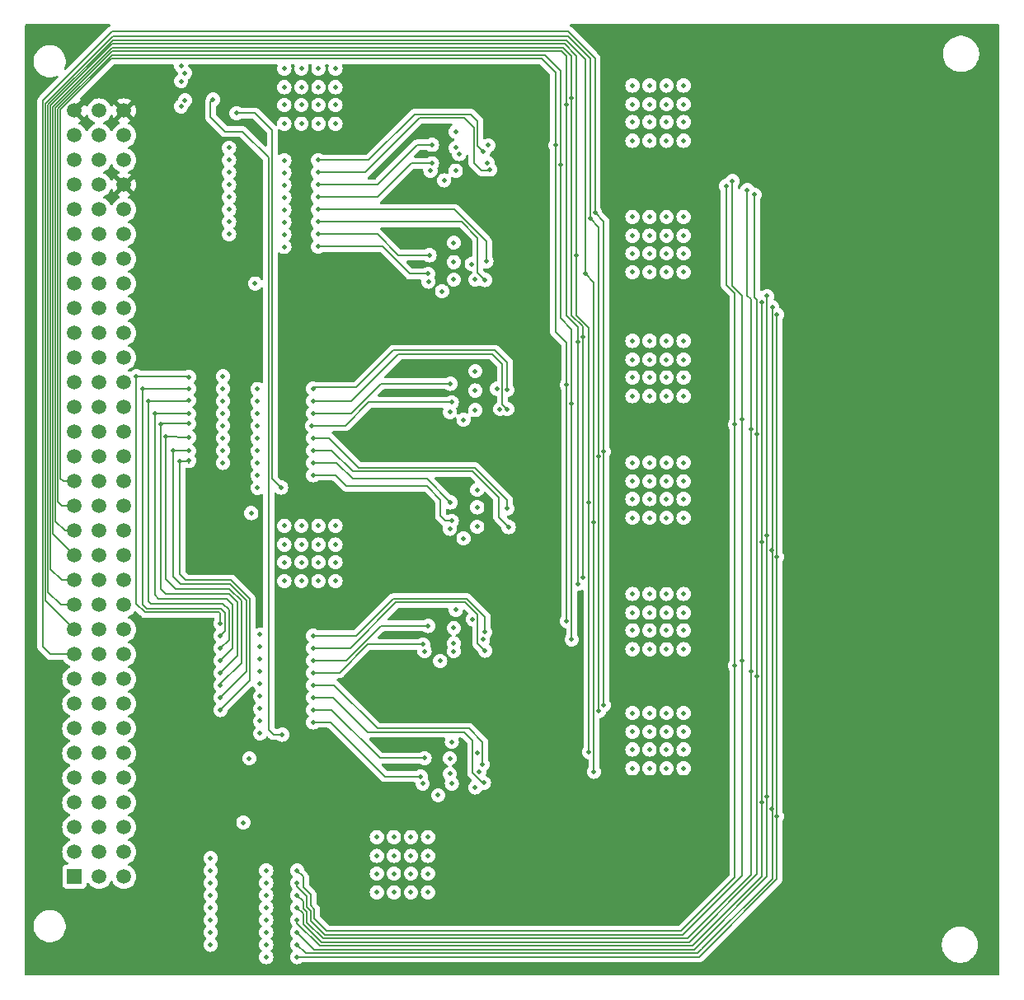
<source format=gbr>
%TF.GenerationSoftware,KiCad,Pcbnew,8.0.5-8.0.5-0~ubuntu24.04.1*%
%TF.CreationDate,2024-09-12T21:52:08+03:00*%
%TF.ProjectId,alu,616c752e-6b69-4636-9164-5f7063625858,rev?*%
%TF.SameCoordinates,Original*%
%TF.FileFunction,Copper,L4,Bot*%
%TF.FilePolarity,Positive*%
%FSLAX46Y46*%
G04 Gerber Fmt 4.6, Leading zero omitted, Abs format (unit mm)*
G04 Created by KiCad (PCBNEW 8.0.5-8.0.5-0~ubuntu24.04.1) date 2024-09-12 21:52:08*
%MOMM*%
%LPD*%
G01*
G04 APERTURE LIST*
%TA.AperFunction,ComponentPad*%
%ADD10R,1.508000X1.508000*%
%TD*%
%TA.AperFunction,ComponentPad*%
%ADD11C,1.508000*%
%TD*%
%TA.AperFunction,ViaPad*%
%ADD12C,0.460000*%
%TD*%
%TA.AperFunction,Conductor*%
%ADD13C,0.127000*%
%TD*%
G04 APERTURE END LIST*
D10*
%TO.P,J1,A1,A1*%
%TO.N,Net-(U13-A7)*%
X44450000Y-115570000D03*
D11*
%TO.P,J1,A2,A2*%
%TO.N,Net-(U13-A6)*%
X44450000Y-113030000D03*
%TO.P,J1,A3,A3*%
%TO.N,Net-(U13-A5)*%
X44450000Y-110490000D03*
%TO.P,J1,A4,A4*%
%TO.N,Net-(U13-A4)*%
X44450000Y-107950000D03*
%TO.P,J1,A5,A5*%
%TO.N,Net-(U13-A3)*%
X44450000Y-105410000D03*
%TO.P,J1,A6,A6*%
%TO.N,Net-(U13-A2)*%
X44450000Y-102870000D03*
%TO.P,J1,A7,A7*%
%TO.N,Net-(U13-A1)*%
X44450000Y-100330000D03*
%TO.P,J1,A8,A8*%
%TO.N,Net-(U13-A0)*%
X44450000Y-97790000D03*
%TO.P,J1,A9,A9*%
%TO.N,GND*%
X44450000Y-95250000D03*
%TO.P,J1,A10,A10*%
%TO.N,/Y_OUT0*%
X44450000Y-92710000D03*
%TO.P,J1,A11,A11*%
%TO.N,/Y_OUT1*%
X44450000Y-90170000D03*
%TO.P,J1,A12,A12*%
%TO.N,/Y_OUT2*%
X44450000Y-87630000D03*
%TO.P,J1,A13,A13*%
%TO.N,/Y_OUT3*%
X44450000Y-85090000D03*
%TO.P,J1,A14,A14*%
%TO.N,/Y_OUT4*%
X44450000Y-82550000D03*
%TO.P,J1,A15,A15*%
%TO.N,/Y_OUT5*%
X44450000Y-80010000D03*
%TO.P,J1,A16,A16*%
%TO.N,/Y_OUT6*%
X44450000Y-77470000D03*
%TO.P,J1,A17,A17*%
%TO.N,/Y_OUT7*%
X44450000Y-74930000D03*
%TO.P,J1,A18,A18*%
%TO.N,/X_IN0*%
X44450000Y-72390000D03*
%TO.P,J1,A19,A19*%
%TO.N,/X_IN1*%
X44450000Y-69850000D03*
%TO.P,J1,A20,A20*%
%TO.N,/X_IN2*%
X44450000Y-67310000D03*
%TO.P,J1,A21,A21*%
%TO.N,/X_IN3*%
X44450000Y-64770000D03*
%TO.P,J1,A22,A22*%
%TO.N,/X_IN4*%
X44450000Y-62230000D03*
%TO.P,J1,A23,A23*%
%TO.N,/X_IN5*%
X44450000Y-59690000D03*
%TO.P,J1,A24,A24*%
%TO.N,/X_IN6*%
X44450000Y-57150000D03*
%TO.P,J1,A25,A25*%
%TO.N,/X_IN7*%
X44450000Y-54610000D03*
%TO.P,J1,A26,A26*%
%TO.N,unconnected-(J1-PadA26)*%
X44450000Y-52070000D03*
%TO.P,J1,A27,A27*%
%TO.N,GND*%
X44450000Y-49530000D03*
%TO.P,J1,A28,A28*%
%TO.N,Net-(U29-E3)*%
X44450000Y-46990000D03*
%TO.P,J1,A29,A29*%
%TO.N,Net-(U29-A2)*%
X44450000Y-44450000D03*
%TO.P,J1,A30,A30*%
%TO.N,Net-(U29-A1)*%
X44450000Y-41910000D03*
%TO.P,J1,A31,A31*%
%TO.N,Net-(U29-A0)*%
X44450000Y-39370000D03*
%TO.P,J1,A32,A32*%
%TO.N,+5V*%
X44450000Y-36830000D03*
%TO.P,J1,B1,B1*%
%TO.N,unconnected-(J1-PadB1)*%
X46990000Y-115570000D03*
%TO.P,J1,B2,B2*%
%TO.N,unconnected-(J1-PadB2)*%
X46990000Y-113030000D03*
%TO.P,J1,B3,B3*%
%TO.N,unconnected-(J1-PadB3)*%
X46990000Y-110490000D03*
%TO.P,J1,B4,B4*%
%TO.N,unconnected-(J1-PadB4)*%
X46990000Y-107950000D03*
%TO.P,J1,B5,B5*%
%TO.N,unconnected-(J1-PadB5)*%
X46990000Y-105410000D03*
%TO.P,J1,B6,B6*%
%TO.N,GND*%
X46990000Y-102870000D03*
%TO.P,J1,B7,B7*%
%TO.N,unconnected-(J1-PadB7)*%
X46990000Y-100330000D03*
%TO.P,J1,B8,B8*%
%TO.N,unconnected-(J1-PadB8)*%
X46990000Y-97790000D03*
%TO.P,J1,B9,B9*%
%TO.N,unconnected-(J1-PadB9)*%
X46990000Y-95250000D03*
%TO.P,J1,B10,B10*%
%TO.N,unconnected-(J1-PadB10)*%
X46990000Y-92710000D03*
%TO.P,J1,B11,B11*%
%TO.N,unconnected-(J1-PadB11)*%
X46990000Y-90170000D03*
%TO.P,J1,B12,B12*%
%TO.N,unconnected-(J1-PadB12)*%
X46990000Y-87630000D03*
%TO.P,J1,B13,B13*%
%TO.N,unconnected-(J1-PadB13)*%
X46990000Y-85090000D03*
%TO.P,J1,B14,B14*%
%TO.N,unconnected-(J1-PadB14)*%
X46990000Y-82550000D03*
%TO.P,J1,B15,B15*%
%TO.N,GND*%
X46990000Y-80010000D03*
%TO.P,J1,B16,B16*%
%TO.N,unconnected-(J1-PadB16)*%
X46990000Y-77470000D03*
%TO.P,J1,B17,B17*%
%TO.N,unconnected-(J1-PadB17)*%
X46990000Y-74930000D03*
%TO.P,J1,B18,B18*%
%TO.N,unconnected-(J1-PadB18)*%
X46990000Y-72390000D03*
%TO.P,J1,B19,B19*%
%TO.N,unconnected-(J1-PadB19)*%
X46990000Y-69850000D03*
%TO.P,J1,B20,B20*%
%TO.N,unconnected-(J1-PadB20)*%
X46990000Y-67310000D03*
%TO.P,J1,B21,B21*%
%TO.N,unconnected-(J1-PadB21)*%
X46990000Y-64770000D03*
%TO.P,J1,B22,B22*%
%TO.N,unconnected-(J1-PadB22)*%
X46990000Y-62230000D03*
%TO.P,J1,B23,B23*%
%TO.N,unconnected-(J1-PadB23)*%
X46990000Y-59690000D03*
%TO.P,J1,B24,B24*%
%TO.N,GND*%
X46990000Y-57150000D03*
%TO.P,J1,B25,B25*%
%TO.N,unconnected-(J1-PadB25)*%
X46990000Y-54610000D03*
%TO.P,J1,B26,B26*%
%TO.N,unconnected-(J1-PadB26)*%
X46990000Y-52070000D03*
%TO.P,J1,B27,B27*%
%TO.N,unconnected-(J1-PadB27)*%
X46990000Y-49530000D03*
%TO.P,J1,B28,B28*%
%TO.N,unconnected-(J1-PadB28)*%
X46990000Y-46990000D03*
%TO.P,J1,B29,B29*%
%TO.N,unconnected-(J1-PadB29)*%
X46990000Y-44450000D03*
%TO.P,J1,B30,B30*%
%TO.N,unconnected-(J1-PadB30)*%
X46990000Y-41910000D03*
%TO.P,J1,B31,B31*%
%TO.N,unconnected-(J1-PadB31)*%
X46990000Y-39370000D03*
%TO.P,J1,B32,B32*%
%TO.N,unconnected-(J1-PadB32)*%
X46990000Y-36830000D03*
%TO.P,J1,C1,C1*%
%TO.N,unconnected-(J1-PadC1)*%
X49530000Y-115570000D03*
%TO.P,J1,C2,C2*%
%TO.N,unconnected-(J1-PadC2)*%
X49530000Y-113030000D03*
%TO.P,J1,C3,C3*%
%TO.N,unconnected-(J1-PadC3)*%
X49530000Y-110490000D03*
%TO.P,J1,C4,C4*%
%TO.N,unconnected-(J1-PadC4)*%
X49530000Y-107950000D03*
%TO.P,J1,C5,C5*%
%TO.N,GND*%
X49530000Y-105410000D03*
%TO.P,J1,C6,C6*%
%TO.N,unconnected-(J1-PadC6)*%
X49530000Y-102870000D03*
%TO.P,J1,C7,C7*%
%TO.N,unconnected-(J1-PadC7)*%
X49530000Y-100330000D03*
%TO.P,J1,C8,C8*%
%TO.N,unconnected-(J1-PadC8)*%
X49530000Y-97790000D03*
%TO.P,J1,C9,C9*%
%TO.N,unconnected-(J1-PadC9)*%
X49530000Y-95250000D03*
%TO.P,J1,C10,C10*%
%TO.N,GND*%
X49530000Y-92710000D03*
%TO.P,J1,C11,C11*%
%TO.N,unconnected-(J1-PadC11)*%
X49530000Y-90170000D03*
%TO.P,J1,C12,C12*%
%TO.N,unconnected-(J1-PadC12)*%
X49530000Y-87630000D03*
%TO.P,J1,C13,C13*%
%TO.N,unconnected-(J1-PadC13)*%
X49530000Y-85090000D03*
%TO.P,J1,C14,C14*%
%TO.N,unconnected-(J1-PadC14)*%
X49530000Y-82550000D03*
%TO.P,J1,C15,C15*%
%TO.N,unconnected-(J1-PadC15)*%
X49530000Y-80010000D03*
%TO.P,J1,C16,C16*%
%TO.N,unconnected-(J1-PadC16)*%
X49530000Y-77470000D03*
%TO.P,J1,C17,C17*%
%TO.N,GND*%
X49530000Y-74930000D03*
%TO.P,J1,C18,C18*%
%TO.N,unconnected-(J1-PadC18)*%
X49530000Y-72390000D03*
%TO.P,J1,C19,C19*%
%TO.N,unconnected-(J1-PadC19)*%
X49530000Y-69850000D03*
%TO.P,J1,C20,C20*%
%TO.N,unconnected-(J1-PadC20)*%
X49530000Y-67310000D03*
%TO.P,J1,C21,C21*%
%TO.N,unconnected-(J1-PadC21)*%
X49530000Y-64770000D03*
%TO.P,J1,C22,C22*%
%TO.N,unconnected-(J1-PadC22)*%
X49530000Y-62230000D03*
%TO.P,J1,C23,C23*%
%TO.N,unconnected-(J1-PadC23)*%
X49530000Y-59690000D03*
%TO.P,J1,C24,C24*%
%TO.N,unconnected-(J1-PadC24)*%
X49530000Y-57150000D03*
%TO.P,J1,C25,C25*%
%TO.N,unconnected-(J1-PadC25)*%
X49530000Y-54610000D03*
%TO.P,J1,C26,C26*%
%TO.N,GND*%
X49530000Y-52070000D03*
%TO.P,J1,C27,C27*%
%TO.N,unconnected-(J1-PadC27)*%
X49530000Y-49530000D03*
%TO.P,J1,C28,C28*%
%TO.N,GND*%
X49530000Y-46990000D03*
%TO.P,J1,C29,C29*%
%TO.N,+5V*%
X49530000Y-44450000D03*
%TO.P,J1,C30,C30*%
%TO.N,GND*%
X49530000Y-41910000D03*
%TO.P,J1,C31,C31*%
%TO.N,unconnected-(J1-PadC31)*%
X49530000Y-39370000D03*
%TO.P,J1,C32,C32*%
%TO.N,+5V*%
X49530000Y-36830000D03*
%TD*%
D12*
%TO.N,+5V*%
X88450000Y-36900000D03*
X87150000Y-36850000D03*
X88400000Y-37800000D03*
X45350000Y-35600000D03*
X87200000Y-37800000D03*
%TO.N,GND*%
X107000000Y-74927600D03*
X66000000Y-38177600D03*
X66000000Y-47020000D03*
X84400000Y-80800000D03*
X63250000Y-67980000D03*
X82400000Y-44000000D03*
X63500000Y-90690000D03*
X107000000Y-51500000D03*
X83400000Y-91600000D03*
X58420000Y-121285000D03*
X66000000Y-83250000D03*
X71250000Y-32500000D03*
X103500000Y-38000000D03*
X59690000Y-73025000D03*
X105250000Y-64250000D03*
X105250000Y-47750000D03*
X105250000Y-104427600D03*
X67750000Y-85177600D03*
X82000000Y-93400000D03*
X55400000Y-36400000D03*
X101750000Y-49677600D03*
X63500000Y-95770000D03*
X101750000Y-102500000D03*
X103500000Y-73000000D03*
X105250000Y-102500000D03*
X101750000Y-36177600D03*
X62600000Y-78200000D03*
X64135000Y-116205000D03*
X83600000Y-43000000D03*
X63500000Y-91960000D03*
X63250000Y-73060000D03*
X85800000Y-79600000D03*
X60325000Y-41910000D03*
X101750000Y-104427600D03*
X101750000Y-39927600D03*
X63250000Y-65440000D03*
X83400000Y-90000000D03*
X66000000Y-44480000D03*
X83400000Y-54200000D03*
X83400000Y-52400000D03*
X63250000Y-74330000D03*
X103500000Y-36177600D03*
X81800000Y-107200000D03*
X107000000Y-38000000D03*
X83600000Y-88150000D03*
X101750000Y-64250000D03*
X83000000Y-103400000D03*
X64135000Y-123825000D03*
X69500000Y-32500000D03*
X101750000Y-78677600D03*
X103500000Y-47750000D03*
X105250000Y-78677600D03*
X55400000Y-33800000D03*
X107000000Y-64250000D03*
X103500000Y-34250000D03*
X87850000Y-65400000D03*
X107000000Y-78677600D03*
X67750000Y-34427600D03*
X59690000Y-64135000D03*
X80800000Y-54400000D03*
X103500000Y-66177600D03*
X63500000Y-97040000D03*
X101750000Y-66177600D03*
X63500000Y-94500000D03*
X66000000Y-41940000D03*
X69500000Y-81427600D03*
X60325000Y-43180000D03*
X103500000Y-104427600D03*
X85600000Y-63600000D03*
X71250000Y-83250000D03*
X85800000Y-77600000D03*
X85800000Y-75800000D03*
X61800000Y-110000000D03*
X103500000Y-49677600D03*
X83000000Y-67800000D03*
X107000000Y-53427600D03*
X62400000Y-103400000D03*
X63250000Y-66710000D03*
X107000000Y-100677600D03*
X60325000Y-46990000D03*
X60325000Y-49530000D03*
X79000000Y-113427600D03*
X107000000Y-98750000D03*
X107000000Y-90250000D03*
X101750000Y-60500000D03*
X85600000Y-67600000D03*
X84400000Y-68600000D03*
X58420000Y-114935000D03*
X103500000Y-60500000D03*
X63250000Y-75600000D03*
X101750000Y-38000000D03*
X66000000Y-45750000D03*
X101750000Y-74927600D03*
X71250000Y-36250000D03*
X58420000Y-113665000D03*
X105250000Y-90250000D03*
X107000000Y-39927600D03*
X83000000Y-79800000D03*
X107000000Y-62427600D03*
X105250000Y-100677600D03*
X71250000Y-38177600D03*
X103500000Y-62427600D03*
X66000000Y-50830000D03*
X107000000Y-92177600D03*
X103500000Y-53427600D03*
X66000000Y-34427600D03*
X107000000Y-73000000D03*
X105250000Y-88427600D03*
X86850000Y-42200000D03*
X69500000Y-38177600D03*
X105250000Y-39927600D03*
X63500000Y-100850000D03*
X107000000Y-49677600D03*
X107000000Y-102500000D03*
X101750000Y-73000000D03*
X105250000Y-38000000D03*
X75500000Y-111500000D03*
X71250000Y-79500000D03*
X105250000Y-62427600D03*
X69500000Y-85177600D03*
X103500000Y-74927600D03*
X64135000Y-114935000D03*
X64135000Y-118745000D03*
X105250000Y-51500000D03*
X107000000Y-47750000D03*
X103500000Y-51500000D03*
X69500000Y-34427600D03*
X105250000Y-76750000D03*
X105250000Y-86500000D03*
X69500000Y-79500000D03*
X103500000Y-90250000D03*
X103500000Y-88427600D03*
X64135000Y-122555000D03*
X101750000Y-92177600D03*
X64135000Y-117475000D03*
X107000000Y-66177600D03*
X103500000Y-102500000D03*
X60325000Y-40640000D03*
X63250000Y-70520000D03*
X83400000Y-50400000D03*
X105250000Y-36177600D03*
X67750000Y-79500000D03*
X107000000Y-36177600D03*
X55400000Y-32200000D03*
X66000000Y-49560000D03*
X63500000Y-93230000D03*
X59690000Y-69215000D03*
X67750000Y-83250000D03*
X105250000Y-49677600D03*
X67750000Y-32500000D03*
X101750000Y-98750000D03*
X107000000Y-76750000D03*
X80750000Y-111500000D03*
X85850000Y-102800000D03*
X85600000Y-54200000D03*
X77250000Y-111500000D03*
X101750000Y-76750000D03*
X105250000Y-92177600D03*
X66000000Y-43210000D03*
X83946000Y-41285413D03*
X69500000Y-36250000D03*
X75500000Y-113427600D03*
X86400000Y-91200000D03*
X75500000Y-117177600D03*
X59690000Y-70485000D03*
X80750000Y-115250000D03*
X71250000Y-81427600D03*
X88150000Y-67500000D03*
X66000000Y-32500000D03*
X85250000Y-52600000D03*
X71250000Y-85177600D03*
X86000000Y-104800000D03*
X66000000Y-81427600D03*
X71250000Y-34427600D03*
X86950000Y-40400000D03*
X105250000Y-74927600D03*
X85600000Y-106400000D03*
X63000000Y-54600000D03*
X107000000Y-86500000D03*
X101750000Y-90250000D03*
X83600000Y-40650000D03*
X60325000Y-44450000D03*
X59690000Y-65405000D03*
X59690000Y-71755000D03*
X103500000Y-86500000D03*
X101750000Y-51500000D03*
X81000000Y-43000000D03*
X83200000Y-106000000D03*
X80750000Y-117177600D03*
X58420000Y-122555000D03*
X75500000Y-115250000D03*
X107000000Y-88427600D03*
X107000000Y-34250000D03*
X103500000Y-92177600D03*
X58420000Y-117475000D03*
X103500000Y-98750000D03*
X80200000Y-106000000D03*
X101750000Y-88427600D03*
X105250000Y-66177600D03*
X101750000Y-86500000D03*
X79000000Y-117177600D03*
X103500000Y-78677600D03*
X59690000Y-67945000D03*
X63250000Y-69250000D03*
X105250000Y-73000000D03*
X67750000Y-36250000D03*
X83200000Y-101700000D03*
X77250000Y-113427600D03*
X64135000Y-120015000D03*
X67750000Y-38177600D03*
X107000000Y-60500000D03*
X58420000Y-118745000D03*
X105250000Y-53427600D03*
X83600000Y-39000000D03*
X107000000Y-104427600D03*
X77250000Y-115250000D03*
X67750000Y-81427600D03*
X80750000Y-113427600D03*
X101750000Y-47750000D03*
X60325000Y-45720000D03*
X63250000Y-71790000D03*
X103500000Y-76750000D03*
X66000000Y-85177600D03*
X63500000Y-98310000D03*
X105250000Y-98750000D03*
X79000000Y-111500000D03*
X85600000Y-65600000D03*
X58420000Y-120015000D03*
X58420000Y-116205000D03*
X101750000Y-100677600D03*
X55800000Y-35750000D03*
X83000000Y-105000000D03*
X80400000Y-92400000D03*
X101750000Y-62427600D03*
X105250000Y-60500000D03*
X82200000Y-55400000D03*
X60325000Y-48260000D03*
X66000000Y-79500000D03*
X101750000Y-53427600D03*
X66000000Y-36250000D03*
X101750000Y-34250000D03*
X79000000Y-115250000D03*
X83400000Y-92400000D03*
X85350000Y-89100000D03*
X103500000Y-100677600D03*
X103500000Y-39927600D03*
X59690000Y-66675000D03*
X64135000Y-121285000D03*
X63500000Y-99580000D03*
X69500000Y-83250000D03*
X77250000Y-117177600D03*
X103500000Y-64250000D03*
X55800000Y-32950000D03*
X66000000Y-48290000D03*
X105250000Y-34250000D03*
%TO.N,/X_IN1*%
X56200000Y-71800000D03*
X54610000Y-71755000D03*
X59436000Y-97155000D03*
%TO.N,/X_IN2*%
X59436000Y-95885000D03*
X56200000Y-70400000D03*
X53848000Y-70358000D03*
%TO.N,/X_IN3*%
X59436000Y-94615000D03*
X56200000Y-69000000D03*
X53340000Y-69088000D03*
%TO.N,/X_IN4*%
X56200000Y-68000000D03*
X52705000Y-67945000D03*
X59436000Y-93345000D03*
%TO.N,/X_IN5*%
X56200000Y-66600000D03*
X52070000Y-66675000D03*
X59436000Y-92075000D03*
%TO.N,/X_IN6*%
X59436000Y-90805000D03*
X51435000Y-65405000D03*
X56200000Y-65400000D03*
%TO.N,/X_IN7*%
X56200000Y-64200000D03*
X59436000Y-89535000D03*
X50800000Y-64135000D03*
%TO.N,Net-(U16-GAB)*%
X65786000Y-100965000D03*
X58674000Y-35687000D03*
%TO.N,Net-(U19-A0)*%
X83185000Y-78994000D03*
X68961000Y-74295000D03*
%TO.N,Net-(U19-A1)*%
X68961000Y-73025000D03*
X83058000Y-77089000D03*
%TO.N,Net-(U19-A2)*%
X89027000Y-79629000D03*
X68961000Y-71755000D03*
%TO.N,Net-(U19-A3)*%
X88900000Y-77724000D03*
X68961000Y-70485000D03*
%TO.N,Net-(U19-A4)*%
X83185000Y-66802000D03*
X68834000Y-69215000D03*
%TO.N,Net-(U19-A5)*%
X83058000Y-64897000D03*
X68961000Y-67945000D03*
%TO.N,Net-(U16-A0)*%
X68961000Y-99695000D03*
X80000000Y-105283000D03*
%TO.N,Net-(U16-A1)*%
X80391000Y-103378000D03*
X68961000Y-98425000D03*
%TO.N,Net-(U16-A2)*%
X68961000Y-97155000D03*
X86487000Y-105918000D03*
%TO.N,Net-(U16-A3)*%
X86360000Y-104013000D03*
X68961000Y-95885000D03*
%TO.N,Net-(U16-A4)*%
X68961000Y-94615000D03*
X80250000Y-91694000D03*
%TO.N,Net-(U16-A5)*%
X80772000Y-89789000D03*
X68961000Y-93345000D03*
%TO.N,Net-(U16-A6)*%
X86614000Y-92329000D03*
X68961000Y-92075000D03*
%TO.N,Net-(U16-A7)*%
X68961000Y-90805000D03*
X86614000Y-90424000D03*
%TO.N,/Y_OUT0*%
X98806000Y-71882000D03*
X97901000Y-47313984D03*
X98806000Y-97917000D03*
%TO.N,/Y_OUT1*%
X98298000Y-98552000D03*
X98298000Y-72390000D03*
X97393000Y-47879000D03*
%TO.N,/Y_OUT2*%
X96901000Y-53594000D03*
X97790000Y-79121000D03*
X97790000Y-104775000D03*
%TO.N,/Y_OUT3*%
X97282000Y-102743000D03*
X96012000Y-51689000D03*
X97282000Y-77089000D03*
%TO.N,/Y_OUT4*%
X95504000Y-35560000D03*
X96647000Y-60071000D03*
X96647000Y-84836000D03*
%TO.N,/Y_OUT5*%
X96139000Y-85471000D03*
X94996000Y-36195000D03*
X96139000Y-60579000D03*
%TO.N,/Y_OUT6*%
X95504000Y-66929000D03*
X95504000Y-91186000D03*
X94361000Y-42418000D03*
%TO.N,/Y_OUT7*%
X94996000Y-65024000D03*
X94996000Y-89281000D03*
X93853000Y-40386000D03*
%TO.N,/X_OUT7*%
X67310000Y-114935000D03*
X112268000Y-69088000D03*
X111379000Y-44577000D03*
X112268000Y-93853000D03*
%TO.N,/X_OUT6*%
X112014000Y-44069000D03*
X67310000Y-116205000D03*
X113030000Y-68580000D03*
X113030000Y-93345000D03*
%TO.N,/X_OUT5*%
X113919000Y-94488000D03*
X113538000Y-44974000D03*
X67310000Y-117475000D03*
X113919000Y-69596000D03*
%TO.N,/X_OUT4*%
X114299500Y-45466000D03*
X114554000Y-94996000D03*
X67310000Y-118745000D03*
X114554000Y-70104000D03*
%TO.N,/X_OUT3*%
X115062000Y-56515000D03*
X115062000Y-107950000D03*
X115062000Y-81153000D03*
X67310000Y-120015000D03*
%TO.N,/X_OUT2*%
X115570000Y-80518000D03*
X115570000Y-55880000D03*
X115570000Y-107315000D03*
X67310000Y-121285000D03*
%TO.N,/X_OUT1*%
X67310000Y-122555000D03*
X116078000Y-108585000D03*
X116078000Y-82042000D03*
X116093500Y-57023000D03*
%TO.N,/X_OUT0*%
X116586000Y-109347000D03*
X116586000Y-57785000D03*
X67310000Y-123825000D03*
X116586000Y-82677000D03*
%TO.N,Net-(U19-A6)*%
X88900000Y-67500000D03*
X68961000Y-66675000D03*
%TO.N,Net-(U19-A7)*%
X88900000Y-65532000D03*
X68961000Y-65405000D03*
%TO.N,Net-(U19-GAB)*%
X65659000Y-75565000D03*
X61087000Y-37084000D03*
%TO.N,Net-(U22-A0)*%
X80772000Y-53594000D03*
X69469000Y-50800000D03*
%TO.N,Net-(U22-A1)*%
X80899000Y-51689000D03*
X69469000Y-49530000D03*
%TO.N,Net-(U22-A2)*%
X69469000Y-48260000D03*
X86614000Y-54229000D03*
%TO.N,Net-(U22-A3)*%
X69469000Y-46990000D03*
X86741000Y-52324000D03*
%TO.N,Net-(U22-A4)*%
X81153000Y-42246000D03*
X69469000Y-45720000D03*
%TO.N,Net-(U22-A5)*%
X81153000Y-40341000D03*
X69469000Y-44450000D03*
%TO.N,Net-(U22-A6)*%
X69469000Y-43180000D03*
X87122000Y-42881000D03*
%TO.N,Net-(U22-A7)*%
X69469000Y-41910000D03*
X86450000Y-41000000D03*
%TO.N,/X_IN0*%
X55245000Y-72898000D03*
X59436000Y-98425000D03*
X56200000Y-72800000D03*
%TD*%
D13*
%TO.N,Net-(U16-A6)*%
X86614000Y-92329000D02*
X85850000Y-91565000D01*
X85850000Y-91565000D02*
X85850000Y-88644000D01*
X85850000Y-88644000D02*
X84582000Y-87376000D01*
X84582000Y-87376000D02*
X77470000Y-87376000D01*
X77470000Y-87376000D02*
X72771000Y-92075000D01*
X72771000Y-92075000D02*
X68961000Y-92075000D01*
%TO.N,+5V*%
X45350000Y-35600000D02*
X44450000Y-36500000D01*
X44450000Y-36500000D02*
X44450000Y-36830000D01*
%TO.N,/Y_OUT0*%
X97901000Y-47313984D02*
X97901000Y-31451000D01*
X48296000Y-28704000D02*
X41200000Y-35800000D01*
X97901000Y-31451000D02*
X95154000Y-28704000D01*
X41200000Y-91950000D02*
X41960000Y-92710000D01*
X95154000Y-28704000D02*
X48296000Y-28704000D01*
X41200000Y-35800000D02*
X41200000Y-91950000D01*
X41960000Y-92710000D02*
X44450000Y-92710000D01*
%TO.N,/Y_OUT1*%
X44450000Y-90170000D02*
X41476000Y-87196000D01*
X41476000Y-87196000D02*
X41476000Y-36118740D01*
X41476000Y-36118740D02*
X48384740Y-29210000D01*
X48384740Y-29210000D02*
X95123000Y-29210000D01*
X95123000Y-29210000D02*
X97409000Y-31496000D01*
X97409000Y-31496000D02*
X97409000Y-47863000D01*
X97409000Y-47863000D02*
X97393000Y-47879000D01*
%TO.N,/Y_OUT2*%
X44450000Y-87630000D02*
X43030000Y-87630000D01*
X43030000Y-87630000D02*
X41730000Y-86330000D01*
X41730000Y-86330000D02*
X41730000Y-36223950D01*
X41730000Y-36223950D02*
X48362950Y-29591000D01*
X48362950Y-29591000D02*
X94961448Y-29591000D01*
X94961448Y-29591000D02*
X96901000Y-31530552D01*
X96901000Y-31530552D02*
X96901000Y-53594000D01*
%TO.N,/Y_OUT3*%
X44450000Y-85090000D02*
X43125000Y-85090000D01*
X43125000Y-85090000D02*
X41984000Y-83949000D01*
X41984000Y-83949000D02*
X41984000Y-36329160D01*
X41984000Y-36329160D02*
X48341160Y-29972000D01*
X48341160Y-29972000D02*
X94803632Y-29972000D01*
X94803632Y-29972000D02*
X96012000Y-31180368D01*
X96012000Y-31180368D02*
X96012000Y-51689000D01*
%TO.N,/Y_OUT4*%
X44450000Y-82550000D02*
X42238000Y-80338000D01*
X42238000Y-80338000D02*
X42238000Y-36434370D01*
X42238000Y-36434370D02*
X48319370Y-30353000D01*
X48319370Y-30353000D02*
X94645816Y-30353000D01*
X94645816Y-30353000D02*
X95504000Y-31211184D01*
X95504000Y-31211184D02*
X95504000Y-35433000D01*
X95504000Y-35433000D02*
X95377000Y-35560000D01*
%TO.N,/Y_OUT5*%
X44450000Y-80010000D02*
X43460000Y-80010000D01*
X43460000Y-80010000D02*
X42492000Y-79042000D01*
X42492000Y-79042000D02*
X42492000Y-36539580D01*
X48297580Y-30734000D02*
X94488000Y-30734000D01*
X42492000Y-36539580D02*
X48297580Y-30734000D01*
X94996000Y-31242000D02*
X94996000Y-36195000D01*
X94488000Y-30734000D02*
X94996000Y-31242000D01*
%TO.N,/Y_OUT6*%
X44450000Y-77470000D02*
X43155000Y-77470000D01*
X43155000Y-77470000D02*
X42746000Y-77061000D01*
X42746000Y-77061000D02*
X42746000Y-36644790D01*
X42746000Y-36644790D02*
X48275790Y-31115000D01*
X48275790Y-31115000D02*
X92740815Y-31115000D01*
X92740815Y-31115000D02*
X94361000Y-32735185D01*
X94361000Y-32735185D02*
X94361000Y-42418000D01*
%TO.N,/Y_OUT7*%
X93853000Y-40259000D02*
X93853000Y-32893000D01*
X93853000Y-32893000D02*
X92456000Y-31496000D01*
X92456000Y-31496000D02*
X48254000Y-31496000D01*
X48254000Y-31496000D02*
X43000000Y-36750000D01*
X43000000Y-36750000D02*
X43000000Y-74623000D01*
X43000000Y-74623000D02*
X43307000Y-74930000D01*
X43307000Y-74930000D02*
X44450000Y-74930000D01*
%TO.N,Net-(U22-A7)*%
X74676000Y-41910000D02*
X69469000Y-41910000D01*
X86450000Y-41000000D02*
X85852000Y-40402000D01*
X85852000Y-40402000D02*
X85852000Y-37897184D01*
X79375000Y-37211000D02*
X74676000Y-41910000D01*
X85852000Y-37897184D02*
X85165816Y-37211000D01*
X85165816Y-37211000D02*
X79375000Y-37211000D01*
%TO.N,/X_IN1*%
X62103000Y-94488000D02*
X62103000Y-87187370D01*
X59436000Y-97155000D02*
X62103000Y-94488000D01*
X54610000Y-84709000D02*
X54610000Y-71755000D01*
X55372000Y-85471000D02*
X54610000Y-84709000D01*
X62103000Y-87187370D02*
X60386630Y-85471000D01*
X56200000Y-71800000D02*
X56155000Y-71755000D01*
X54610000Y-71755000D02*
X56200000Y-71800000D01*
X60386630Y-85471000D02*
X55372000Y-85471000D01*
%TO.N,/X_IN2*%
X60355815Y-85979000D02*
X54864000Y-85979000D01*
X53848000Y-84963000D02*
X53848000Y-70358000D01*
X56200000Y-70400000D02*
X56158000Y-70358000D01*
X59436000Y-95885000D02*
X59436000Y-95758000D01*
X54864000Y-85979000D02*
X53848000Y-84963000D01*
X53848000Y-70358000D02*
X56200000Y-70400000D01*
X59436000Y-95758000D02*
X61595000Y-93599000D01*
X61595000Y-93599000D02*
X61595000Y-87218185D01*
X61595000Y-87218185D02*
X60355815Y-85979000D01*
%TO.N,/X_IN3*%
X53848000Y-86487000D02*
X53340000Y-85979000D01*
X61214000Y-87376000D02*
X60325000Y-86487000D01*
X53340000Y-69088000D02*
X53428000Y-69000000D01*
X53340000Y-85979000D02*
X53340000Y-69088000D01*
X56200000Y-69000000D02*
X56000000Y-69000000D01*
X59436000Y-94615000D02*
X61214000Y-92837000D01*
X60325000Y-86487000D02*
X53848000Y-86487000D01*
X53428000Y-69000000D02*
X56200000Y-69000000D01*
X61214000Y-92837000D02*
X61214000Y-87376000D01*
%TO.N,/X_IN4*%
X52705000Y-86614000D02*
X52705000Y-67945000D01*
X56200000Y-68000000D02*
X56145000Y-67945000D01*
X53086000Y-86995000D02*
X52705000Y-86614000D01*
X60690500Y-92090500D02*
X60690500Y-87614500D01*
X60690500Y-87614500D02*
X60071000Y-86995000D01*
X59436000Y-93345000D02*
X60690500Y-92090500D01*
X60071000Y-86995000D02*
X53086000Y-86995000D01*
X52705000Y-67945000D02*
X56200000Y-68000000D01*
%TO.N,/X_IN5*%
X60309500Y-91201500D02*
X60309500Y-88122500D01*
X59690000Y-87503000D02*
X52324000Y-87503000D01*
X52070000Y-66675000D02*
X56125000Y-66675000D01*
X52324000Y-87503000D02*
X52070000Y-87249000D01*
X59436000Y-92075000D02*
X60309500Y-91201500D01*
X56125000Y-66675000D02*
X56200000Y-66600000D01*
X60309500Y-88122500D02*
X59690000Y-87503000D01*
X52070000Y-87249000D02*
X52070000Y-66675000D01*
%TO.N,/X_IN6*%
X51435000Y-65405000D02*
X56195000Y-65405000D01*
X56195000Y-65405000D02*
X56200000Y-65400000D01*
X59466815Y-88011000D02*
X51846816Y-88011000D01*
X59928500Y-90312500D02*
X59928500Y-88472685D01*
X51846816Y-88011000D02*
X51435000Y-87599184D01*
X51435000Y-87599184D02*
X51435000Y-65405000D01*
X59928500Y-88472685D02*
X59466815Y-88011000D01*
X59436000Y-90805000D02*
X59928500Y-90312500D01*
%TO.N,/X_IN7*%
X59309000Y-88392000D02*
X51689000Y-88392000D01*
X50800000Y-87503000D02*
X50800000Y-64135000D01*
X50800000Y-64135000D02*
X56135000Y-64135000D01*
X59436000Y-88519000D02*
X59309000Y-88392000D01*
X56135000Y-64135000D02*
X56200000Y-64200000D01*
X59436000Y-89535000D02*
X59436000Y-88519000D01*
X51689000Y-88392000D02*
X50800000Y-87503000D01*
%TO.N,Net-(U16-GAB)*%
X64389000Y-41656000D02*
X61722000Y-38989000D01*
X61722000Y-38989000D02*
X59944000Y-38989000D01*
X59944000Y-38989000D02*
X58420000Y-37465000D01*
X58420000Y-37465000D02*
X58420000Y-35941000D01*
X58420000Y-35941000D02*
X58674000Y-35687000D01*
X64389000Y-100457000D02*
X64389000Y-41656000D01*
X65786000Y-100965000D02*
X64897000Y-100965000D01*
X64897000Y-100965000D02*
X64389000Y-100457000D01*
%TO.N,Net-(U19-A0)*%
X82042000Y-78486000D02*
X82042000Y-76835000D01*
X72390000Y-75438000D02*
X71247000Y-74295000D01*
X82550000Y-78994000D02*
X82042000Y-78486000D01*
X83185000Y-78994000D02*
X82550000Y-78994000D01*
X71247000Y-74295000D02*
X68961000Y-74295000D01*
X80645000Y-75438000D02*
X72390000Y-75438000D01*
X82042000Y-76835000D02*
X80645000Y-75438000D01*
%TO.N,Net-(U19-A1)*%
X83058000Y-77089000D02*
X80645000Y-74676000D01*
X73025000Y-74676000D02*
X71374000Y-73025000D01*
X80645000Y-74676000D02*
X73025000Y-74676000D01*
X71374000Y-73025000D02*
X68961000Y-73025000D01*
%TO.N,Net-(U19-A2)*%
X89027000Y-79629000D02*
X88011000Y-78613000D01*
X88011000Y-76581000D02*
X85344000Y-73914000D01*
X85344000Y-73914000D02*
X73025000Y-73914000D01*
X70866000Y-71755000D02*
X68961000Y-71755000D01*
X88011000Y-78613000D02*
X88011000Y-76581000D01*
X73025000Y-73914000D02*
X70866000Y-71755000D01*
%TO.N,Net-(U19-A3)*%
X88900000Y-76835000D02*
X85598000Y-73533000D01*
X73660000Y-73533000D02*
X70612000Y-70485000D01*
X70612000Y-70485000D02*
X68961000Y-70485000D01*
X88900000Y-77724000D02*
X88900000Y-76835000D01*
X85598000Y-73533000D02*
X73660000Y-73533000D01*
%TO.N,Net-(U19-A4)*%
X83185000Y-66802000D02*
X74676000Y-66802000D01*
X72263000Y-69215000D02*
X68834000Y-69215000D01*
X74676000Y-66802000D02*
X72263000Y-69215000D01*
%TO.N,Net-(U19-A5)*%
X83058000Y-64897000D02*
X75946000Y-64897000D01*
X72898000Y-67945000D02*
X68961000Y-67945000D01*
X75946000Y-64897000D02*
X72898000Y-67945000D01*
%TO.N,Net-(U16-A0)*%
X80000000Y-105283000D02*
X76327000Y-105283000D01*
X70739000Y-99695000D02*
X68961000Y-99695000D01*
X76327000Y-105283000D02*
X70739000Y-99695000D01*
%TO.N,Net-(U16-A1)*%
X70866000Y-98425000D02*
X68961000Y-98425000D01*
X75819000Y-103378000D02*
X70866000Y-98425000D01*
X80391000Y-103378000D02*
X75819000Y-103378000D01*
%TO.N,Net-(U16-A2)*%
X74549000Y-100711000D02*
X70993000Y-97155000D01*
X86487000Y-105918000D02*
X86360000Y-105918000D01*
X84455000Y-100711000D02*
X74549000Y-100711000D01*
X86360000Y-105918000D02*
X85344000Y-104902000D01*
X85344000Y-104902000D02*
X85344000Y-101600000D01*
X85344000Y-101600000D02*
X84455000Y-100711000D01*
X70993000Y-97155000D02*
X68961000Y-97155000D01*
%TO.N,Net-(U16-A3)*%
X86360000Y-104013000D02*
X86360000Y-101727000D01*
X71120000Y-95885000D02*
X68961000Y-95885000D01*
X86360000Y-101727000D02*
X84963000Y-100330000D01*
X84963000Y-100330000D02*
X75565000Y-100330000D01*
X75565000Y-100330000D02*
X71120000Y-95885000D01*
%TO.N,Net-(U16-A4)*%
X74579816Y-91694000D02*
X71658816Y-94615000D01*
X80250000Y-91694000D02*
X74579816Y-91694000D01*
X71658816Y-94615000D02*
X68961000Y-94615000D01*
%TO.N,Net-(U16-A5)*%
X75946000Y-89789000D02*
X72390000Y-93345000D01*
X72390000Y-93345000D02*
X68961000Y-93345000D01*
X80772000Y-89789000D02*
X75946000Y-89789000D01*
%TO.N,Net-(U16-A7)*%
X86614000Y-88869184D02*
X84739815Y-86995000D01*
X77216000Y-86995000D02*
X73406000Y-90805000D01*
X86614000Y-90424000D02*
X86614000Y-88869184D01*
X84739815Y-86995000D02*
X77216000Y-86995000D01*
X73406000Y-90805000D02*
X68961000Y-90805000D01*
%TO.N,/Y_OUT0*%
X98806000Y-48514000D02*
X98806000Y-87503000D01*
X98806000Y-87503000D02*
X98806000Y-97917000D01*
X98806000Y-48218984D02*
X98806000Y-48514000D01*
X97901000Y-47313984D02*
X98806000Y-48218984D01*
%TO.N,/Y_OUT1*%
X98298000Y-57531000D02*
X98298000Y-87503000D01*
X97393000Y-47879000D02*
X98298000Y-48784000D01*
X98298000Y-48784000D02*
X98298000Y-57531000D01*
X98298000Y-87503000D02*
X98298000Y-98425000D01*
%TO.N,/Y_OUT2*%
X97790000Y-87503000D02*
X97790000Y-104775000D01*
X97790000Y-63373000D02*
X97790000Y-87503000D01*
X97790000Y-54483000D02*
X97790000Y-63373000D01*
X96901000Y-53594000D02*
X97790000Y-54483000D01*
%TO.N,/Y_OUT3*%
X96012000Y-51689000D02*
X96012000Y-57850368D01*
X97282000Y-87630000D02*
X97282000Y-102743000D01*
X97282000Y-59120368D02*
X97282000Y-66167000D01*
X97282000Y-66167000D02*
X97282000Y-87630000D01*
X96012000Y-57850368D02*
X97282000Y-59120368D01*
%TO.N,/Y_OUT4*%
X96647000Y-59024184D02*
X96647000Y-60071000D01*
X95504000Y-57881184D02*
X96647000Y-59024184D01*
X96647000Y-60071000D02*
X96647000Y-84836000D01*
X95504000Y-35560000D02*
X95504000Y-57881184D01*
%TO.N,/Y_OUT5*%
X94996000Y-36195000D02*
X94996000Y-57912000D01*
X96139000Y-60579000D02*
X96139000Y-85471000D01*
X94996000Y-57912000D02*
X96139000Y-59055000D01*
X96139000Y-59055000D02*
X96139000Y-60579000D01*
%TO.N,/Y_OUT6*%
X94361000Y-42418000D02*
X94361000Y-58166000D01*
X95504000Y-59309000D02*
X95504000Y-62738000D01*
X95504000Y-87630000D02*
X95504000Y-91186000D01*
X94361000Y-58166000D02*
X95504000Y-59309000D01*
X95504000Y-62738000D02*
X95504000Y-87630000D01*
%TO.N,/Y_OUT7*%
X93853000Y-59563000D02*
X94996000Y-60706000D01*
X94996000Y-60706000D02*
X94996000Y-87630000D01*
X94996000Y-87630000D02*
X94996000Y-89281000D01*
X93853000Y-40386000D02*
X93853000Y-59563000D01*
%TO.N,/X_OUT7*%
X69088000Y-118906555D02*
X69088000Y-119888000D01*
X111379000Y-54729397D02*
X111379000Y-44577000D01*
X112268000Y-115666184D02*
X112268000Y-93853000D01*
X67945000Y-115570000D02*
X67945000Y-116618684D01*
X69088000Y-119888000D02*
X70358000Y-121158000D01*
X67945000Y-116618684D02*
X68707000Y-117380684D01*
X106776184Y-121158000D02*
X112268000Y-115666184D01*
X70358000Y-121158000D02*
X106776184Y-121158000D01*
X68707000Y-118525554D02*
X69088000Y-118906555D01*
X112268000Y-93853000D02*
X112268000Y-55618397D01*
X67310000Y-114935000D02*
X67945000Y-115570000D01*
X68707000Y-117380684D02*
X68707000Y-118525554D01*
X112268000Y-55618397D02*
X111379000Y-54729397D01*
%TO.N,/X_OUT6*%
X67310000Y-116522500D02*
X68326000Y-117538500D01*
X112014000Y-54825581D02*
X112014000Y-44069000D01*
X70132948Y-121539000D02*
X106934000Y-121539000D01*
X68326000Y-118683369D02*
X68707000Y-119064370D01*
X113030000Y-55841581D02*
X112014000Y-54825581D01*
X113030000Y-115443000D02*
X113030000Y-55841581D01*
X106934000Y-121539000D02*
X113030000Y-115443000D01*
X67310000Y-116205000D02*
X67310000Y-116522500D01*
X68707000Y-120113052D02*
X70132948Y-121539000D01*
X68326000Y-117538500D02*
X68326000Y-118683369D01*
X68707000Y-119064370D02*
X68707000Y-120113052D01*
%TO.N,/X_OUT5*%
X113919000Y-115412184D02*
X107411184Y-121920000D01*
X113919000Y-56191765D02*
X113919000Y-115412184D01*
X68326000Y-120270868D02*
X68326000Y-119222185D01*
X68326000Y-119222185D02*
X67945000Y-118841184D01*
X67945000Y-118841184D02*
X67945000Y-118110000D01*
X107411184Y-121920000D02*
X69975132Y-121920000D01*
X113538000Y-55810765D02*
X113919000Y-56191765D01*
X69975132Y-121920000D02*
X68326000Y-120270868D01*
X67945000Y-118110000D02*
X67310000Y-117475000D01*
X113538000Y-44974000D02*
X113538000Y-55810765D01*
%TO.N,/X_OUT4*%
X114300000Y-56033949D02*
X114300000Y-45466500D01*
X69817316Y-122301000D02*
X67945000Y-120428684D01*
X114300000Y-45466500D02*
X114299500Y-45466000D01*
X114554000Y-56287949D02*
X114554000Y-115316000D01*
X114554000Y-115316000D02*
X107569000Y-122301000D01*
X67945000Y-119380000D02*
X67310000Y-118745000D01*
X107569000Y-122301000D02*
X69817316Y-122301000D01*
X67945000Y-120428684D02*
X67945000Y-119380000D01*
X114300000Y-56033949D02*
X114554000Y-56287949D01*
%TO.N,/X_OUT3*%
X69659500Y-122682000D02*
X67310000Y-120332500D01*
X67310000Y-120332500D02*
X67310000Y-120015000D01*
X115062000Y-56515000D02*
X115062000Y-115539184D01*
X107919184Y-122682000D02*
X69659500Y-122682000D01*
X115062000Y-115539184D02*
X107919184Y-122682000D01*
%TO.N,/X_OUT2*%
X69088000Y-123063000D02*
X67310000Y-121285000D01*
X108077000Y-123063000D02*
X69088000Y-123063000D01*
X115570000Y-55880000D02*
X115570000Y-115570000D01*
X115570000Y-115570000D02*
X108077000Y-123063000D01*
%TO.N,/X_OUT1*%
X68580000Y-123444000D02*
X108427184Y-123444000D01*
X68199000Y-123444000D02*
X68580000Y-123444000D01*
X116093500Y-115777684D02*
X108887092Y-122984092D01*
X67310000Y-122555000D02*
X68199000Y-123444000D01*
X108427184Y-123444000D02*
X108887092Y-122984092D01*
X116093500Y-57023000D02*
X116093500Y-115777684D01*
%TO.N,/X_OUT0*%
X116586000Y-115823999D02*
X108585000Y-123825000D01*
X116586000Y-109347000D02*
X116586000Y-115823999D01*
X108585000Y-123825000D02*
X67310000Y-123825000D01*
X116586000Y-57785000D02*
X116586000Y-109347000D01*
%TO.N,Net-(U19-A6)*%
X88392000Y-66992000D02*
X88392000Y-62865000D01*
X88900000Y-67500000D02*
X88392000Y-66992000D01*
X77724000Y-61849000D02*
X72898000Y-66675000D01*
X72898000Y-66675000D02*
X68961000Y-66675000D01*
X88392000Y-62865000D02*
X87376000Y-61849000D01*
X87376000Y-61849000D02*
X77724000Y-61849000D01*
%TO.N,Net-(U19-A7)*%
X77216000Y-61468000D02*
X73406000Y-65278000D01*
X88900000Y-65532000D02*
X88900000Y-62738000D01*
X87630000Y-61468000D02*
X77216000Y-61468000D01*
X88900000Y-62738000D02*
X87630000Y-61468000D01*
X73406000Y-65278000D02*
X69088000Y-65278000D01*
X69088000Y-65278000D02*
X68961000Y-65405000D01*
%TO.N,Net-(U19-GAB)*%
X64770000Y-38862000D02*
X64770000Y-74676000D01*
X64770000Y-74676000D02*
X65659000Y-75565000D01*
X61087000Y-37084000D02*
X62992000Y-37084000D01*
X62992000Y-37084000D02*
X64770000Y-38862000D01*
%TO.N,Net-(U22-A0)*%
X78867000Y-53594000D02*
X76073000Y-50800000D01*
X76073000Y-50800000D02*
X69469000Y-50800000D01*
X80772000Y-53594000D02*
X78867000Y-53594000D01*
%TO.N,Net-(U22-A1)*%
X75565000Y-49530000D02*
X69469000Y-49530000D01*
X77724000Y-51689000D02*
X75565000Y-49530000D01*
X80899000Y-51689000D02*
X77724000Y-51689000D01*
%TO.N,Net-(U22-A2)*%
X84201000Y-48260000D02*
X69469000Y-48260000D01*
X85852000Y-49911000D02*
X84201000Y-48260000D01*
X85852000Y-53467000D02*
X85852000Y-49911000D01*
X86614000Y-54229000D02*
X85852000Y-53467000D01*
%TO.N,Net-(U22-A3)*%
X86741000Y-52324000D02*
X86741000Y-50261185D01*
X83469815Y-46990000D02*
X69469000Y-46990000D01*
X86741000Y-50261185D02*
X83469815Y-46990000D01*
%TO.N,Net-(U22-A4)*%
X79039000Y-42246000D02*
X75565000Y-45720000D01*
X75565000Y-45720000D02*
X69469000Y-45720000D01*
X81153000Y-42246000D02*
X79039000Y-42246000D01*
%TO.N,Net-(U22-A5)*%
X79674000Y-40341000D02*
X75565000Y-44450000D01*
X81153000Y-40341000D02*
X79674000Y-40341000D01*
X75565000Y-44450000D02*
X69469000Y-44450000D01*
%TO.N,Net-(U22-A6)*%
X79883000Y-37592000D02*
X74295000Y-43180000D01*
X85471000Y-42221000D02*
X85471000Y-38608000D01*
X86250000Y-43000000D02*
X85471000Y-42221000D01*
X84455000Y-37592000D02*
X79883000Y-37592000D01*
X87122000Y-42881000D02*
X87003000Y-43000000D01*
X87003000Y-43000000D02*
X86250000Y-43000000D01*
X85471000Y-38608000D02*
X84455000Y-37592000D01*
X74295000Y-43180000D02*
X69469000Y-43180000D01*
%TO.N,/X_IN0*%
X60544445Y-85090000D02*
X55880000Y-85090000D01*
X56098000Y-72898000D02*
X56200000Y-72800000D01*
X55245000Y-84455000D02*
X55245000Y-72898000D01*
X55880000Y-85090000D02*
X55245000Y-84455000D01*
X62484000Y-95377000D02*
X62484000Y-87029554D01*
X55245000Y-72898000D02*
X56098000Y-72898000D01*
X56200000Y-72800000D02*
X56200000Y-73000000D01*
X59436000Y-98425000D02*
X62484000Y-95377000D01*
X62484000Y-87029554D02*
X60544445Y-85090000D01*
%TD*%
%TA.AperFunction,Conductor*%
%TO.N,+5V*%
G36*
X48097585Y-27959685D02*
G01*
X48143340Y-28012489D01*
X48153284Y-28081647D01*
X48124259Y-28145203D01*
X48084891Y-28173590D01*
X48085342Y-28174371D01*
X48031229Y-28205612D01*
X48031229Y-28205613D01*
X47949699Y-28252685D01*
X47949696Y-28252687D01*
X47949693Y-28252689D01*
X47844685Y-28357698D01*
X43596925Y-32605457D01*
X43535602Y-32638942D01*
X43465910Y-32633958D01*
X43409977Y-32592086D01*
X43385560Y-32526622D01*
X43398760Y-32461480D01*
X43437587Y-32385278D01*
X43438652Y-32383188D01*
X43498175Y-32199994D01*
X43518883Y-32136263D01*
X43518883Y-32136262D01*
X43518884Y-32136259D01*
X43539809Y-32004140D01*
X43559500Y-31879823D01*
X43559500Y-31620176D01*
X43530851Y-31439297D01*
X43518884Y-31363741D01*
X43518883Y-31363737D01*
X43518883Y-31363736D01*
X43438653Y-31116814D01*
X43320778Y-30885472D01*
X43306958Y-30866450D01*
X43168168Y-30675423D01*
X42984577Y-30491832D01*
X42774527Y-30339221D01*
X42543185Y-30221346D01*
X42296261Y-30141116D01*
X42039823Y-30100500D01*
X42039818Y-30100500D01*
X41780182Y-30100500D01*
X41780177Y-30100500D01*
X41523739Y-30141116D01*
X41523736Y-30141116D01*
X41276814Y-30221346D01*
X41045472Y-30339221D01*
X40974738Y-30390613D01*
X40835423Y-30491832D01*
X40835421Y-30491834D01*
X40835420Y-30491834D01*
X40651834Y-30675420D01*
X40651834Y-30675421D01*
X40651832Y-30675423D01*
X40586291Y-30765631D01*
X40499221Y-30885472D01*
X40381346Y-31116814D01*
X40301116Y-31363736D01*
X40301116Y-31363739D01*
X40260500Y-31620176D01*
X40260500Y-31879823D01*
X40301116Y-32136260D01*
X40301116Y-32136263D01*
X40381346Y-32383185D01*
X40450526Y-32518957D01*
X40499221Y-32614527D01*
X40651832Y-32824577D01*
X40835423Y-33008168D01*
X41045473Y-33160779D01*
X41276812Y-33278652D01*
X41276814Y-33278653D01*
X41470725Y-33341658D01*
X41523741Y-33358884D01*
X41625951Y-33375072D01*
X41780177Y-33399500D01*
X41780182Y-33399500D01*
X42039823Y-33399500D01*
X42168935Y-33379050D01*
X42296259Y-33358884D01*
X42296262Y-33358883D01*
X42296263Y-33358883D01*
X42449032Y-33309245D01*
X42543188Y-33278652D01*
X42621480Y-33238759D01*
X42690149Y-33225863D01*
X42754890Y-33252139D01*
X42795147Y-33309245D01*
X42798140Y-33379050D01*
X42765457Y-33436925D01*
X40853698Y-35348685D01*
X40748689Y-35453693D01*
X40748685Y-35453699D01*
X40690349Y-35554740D01*
X40674434Y-35582304D01*
X40637740Y-35719254D01*
X40637739Y-35719259D01*
X40636000Y-35725748D01*
X40636000Y-92024252D01*
X40664067Y-92129001D01*
X40664067Y-92129002D01*
X40674433Y-92167692D01*
X40674434Y-92167694D01*
X40674435Y-92167696D01*
X40748687Y-92296304D01*
X40748689Y-92296306D01*
X40860761Y-92408378D01*
X40860767Y-92408383D01*
X41504346Y-93051962D01*
X41504356Y-93051973D01*
X41508686Y-93056303D01*
X41508687Y-93056304D01*
X41613696Y-93161313D01*
X41732665Y-93230000D01*
X41742304Y-93235565D01*
X41885747Y-93274000D01*
X41885748Y-93274000D01*
X43249929Y-93274000D01*
X43316968Y-93293685D01*
X43357317Y-93336002D01*
X43359421Y-93339646D01*
X43485322Y-93519452D01*
X43485327Y-93519458D01*
X43640541Y-93674672D01*
X43640547Y-93674677D01*
X43820349Y-93800576D01*
X43820351Y-93800577D01*
X43820354Y-93800579D01*
X43904963Y-93840032D01*
X43964120Y-93867618D01*
X44016560Y-93913790D01*
X44035712Y-93980983D01*
X44015496Y-94047865D01*
X43964120Y-94092382D01*
X43820357Y-94159419D01*
X43820349Y-94159423D01*
X43640547Y-94285322D01*
X43640541Y-94285327D01*
X43485327Y-94440541D01*
X43485322Y-94440547D01*
X43359423Y-94620349D01*
X43359419Y-94620357D01*
X43266655Y-94819291D01*
X43209839Y-95031324D01*
X43209838Y-95031331D01*
X43190708Y-95249997D01*
X43190708Y-95250002D01*
X43204739Y-95410387D01*
X43209839Y-95468674D01*
X43266653Y-95680703D01*
X43266654Y-95680706D01*
X43266655Y-95680708D01*
X43359419Y-95879642D01*
X43359423Y-95879650D01*
X43485322Y-96059452D01*
X43485327Y-96059458D01*
X43640541Y-96214672D01*
X43640547Y-96214677D01*
X43820349Y-96340576D01*
X43820351Y-96340577D01*
X43820354Y-96340579D01*
X43829282Y-96344742D01*
X43964120Y-96407618D01*
X44016560Y-96453790D01*
X44035712Y-96520983D01*
X44015496Y-96587865D01*
X43964120Y-96632382D01*
X43820357Y-96699419D01*
X43820349Y-96699423D01*
X43640547Y-96825322D01*
X43640541Y-96825327D01*
X43485327Y-96980541D01*
X43485322Y-96980547D01*
X43359423Y-97160349D01*
X43359419Y-97160357D01*
X43266655Y-97359291D01*
X43209839Y-97571324D01*
X43209838Y-97571331D01*
X43190708Y-97789997D01*
X43190708Y-97790002D01*
X43209838Y-98008668D01*
X43209839Y-98008675D01*
X43216440Y-98033309D01*
X43266653Y-98220703D01*
X43266654Y-98220706D01*
X43266655Y-98220708D01*
X43359419Y-98419642D01*
X43359423Y-98419650D01*
X43485322Y-98599452D01*
X43485327Y-98599458D01*
X43640541Y-98754672D01*
X43640547Y-98754677D01*
X43820349Y-98880576D01*
X43820351Y-98880577D01*
X43820354Y-98880579D01*
X43901981Y-98918642D01*
X43964120Y-98947618D01*
X44016560Y-98993790D01*
X44035712Y-99060983D01*
X44015496Y-99127865D01*
X43964120Y-99172382D01*
X43820357Y-99239419D01*
X43820349Y-99239423D01*
X43640547Y-99365322D01*
X43640541Y-99365327D01*
X43485327Y-99520541D01*
X43485322Y-99520547D01*
X43359423Y-99700349D01*
X43359419Y-99700357D01*
X43266655Y-99899291D01*
X43266653Y-99899295D01*
X43266653Y-99899297D01*
X43250144Y-99960907D01*
X43209839Y-100111324D01*
X43209838Y-100111331D01*
X43190708Y-100329997D01*
X43190708Y-100330002D01*
X43208296Y-100531046D01*
X43209839Y-100548674D01*
X43266653Y-100760703D01*
X43266654Y-100760706D01*
X43266655Y-100760708D01*
X43359419Y-100959642D01*
X43359423Y-100959650D01*
X43485322Y-101139452D01*
X43485327Y-101139458D01*
X43640541Y-101294672D01*
X43640547Y-101294677D01*
X43820349Y-101420576D01*
X43820351Y-101420577D01*
X43820354Y-101420579D01*
X43895631Y-101455681D01*
X43964120Y-101487618D01*
X44016560Y-101533790D01*
X44035712Y-101600983D01*
X44015496Y-101667865D01*
X43964120Y-101712382D01*
X43820357Y-101779419D01*
X43820349Y-101779423D01*
X43640547Y-101905322D01*
X43640541Y-101905327D01*
X43485327Y-102060541D01*
X43485322Y-102060547D01*
X43359423Y-102240349D01*
X43359419Y-102240357D01*
X43266655Y-102439291D01*
X43266653Y-102439295D01*
X43266653Y-102439297D01*
X43250387Y-102500003D01*
X43209839Y-102651324D01*
X43209838Y-102651331D01*
X43190708Y-102869997D01*
X43190708Y-102870002D01*
X43209171Y-103081046D01*
X43209839Y-103088674D01*
X43266653Y-103300703D01*
X43266654Y-103300706D01*
X43266655Y-103300708D01*
X43359419Y-103499642D01*
X43359423Y-103499650D01*
X43485322Y-103679452D01*
X43485327Y-103679458D01*
X43640541Y-103834672D01*
X43640547Y-103834677D01*
X43820349Y-103960576D01*
X43820351Y-103960577D01*
X43820354Y-103960579D01*
X43850725Y-103974741D01*
X43964120Y-104027618D01*
X44016560Y-104073790D01*
X44035712Y-104140983D01*
X44015496Y-104207865D01*
X43964120Y-104252382D01*
X43820357Y-104319419D01*
X43820349Y-104319423D01*
X43640547Y-104445322D01*
X43640541Y-104445327D01*
X43485327Y-104600541D01*
X43485322Y-104600547D01*
X43359423Y-104780349D01*
X43359419Y-104780357D01*
X43266655Y-104979291D01*
X43266653Y-104979295D01*
X43266653Y-104979297D01*
X43260478Y-105002342D01*
X43209839Y-105191324D01*
X43209838Y-105191331D01*
X43190708Y-105409997D01*
X43190708Y-105410002D01*
X43209838Y-105628668D01*
X43209839Y-105628675D01*
X43222931Y-105677532D01*
X43266653Y-105840703D01*
X43266654Y-105840706D01*
X43266655Y-105840708D01*
X43359419Y-106039642D01*
X43359423Y-106039650D01*
X43485322Y-106219452D01*
X43485327Y-106219458D01*
X43640541Y-106374672D01*
X43640547Y-106374677D01*
X43820349Y-106500576D01*
X43820351Y-106500577D01*
X43820354Y-106500579D01*
X43899914Y-106537678D01*
X43964120Y-106567618D01*
X44016560Y-106613790D01*
X44035712Y-106680983D01*
X44015496Y-106747865D01*
X43964120Y-106792382D01*
X43820357Y-106859419D01*
X43820349Y-106859423D01*
X43640547Y-106985322D01*
X43640541Y-106985327D01*
X43485327Y-107140541D01*
X43485322Y-107140547D01*
X43359423Y-107320349D01*
X43359419Y-107320357D01*
X43266655Y-107519291D01*
X43209839Y-107731324D01*
X43209838Y-107731331D01*
X43190708Y-107949997D01*
X43190708Y-107950000D01*
X43209839Y-108168674D01*
X43266653Y-108380703D01*
X43266654Y-108380706D01*
X43266655Y-108380708D01*
X43359419Y-108579642D01*
X43359423Y-108579650D01*
X43485322Y-108759452D01*
X43485327Y-108759458D01*
X43640541Y-108914672D01*
X43640547Y-108914677D01*
X43820349Y-109040576D01*
X43820351Y-109040577D01*
X43820354Y-109040579D01*
X43904963Y-109080032D01*
X43964120Y-109107618D01*
X44016560Y-109153790D01*
X44035712Y-109220983D01*
X44015496Y-109287865D01*
X43964120Y-109332382D01*
X43820357Y-109399419D01*
X43820349Y-109399423D01*
X43640547Y-109525322D01*
X43640541Y-109525327D01*
X43485327Y-109680541D01*
X43485322Y-109680547D01*
X43359423Y-109860349D01*
X43359419Y-109860357D01*
X43266655Y-110059291D01*
X43209839Y-110271324D01*
X43209838Y-110271331D01*
X43190708Y-110489997D01*
X43190708Y-110490002D01*
X43205783Y-110662322D01*
X43209839Y-110708674D01*
X43266653Y-110920703D01*
X43266654Y-110920706D01*
X43266655Y-110920708D01*
X43359419Y-111119642D01*
X43359423Y-111119650D01*
X43485322Y-111299452D01*
X43485327Y-111299458D01*
X43640541Y-111454672D01*
X43640547Y-111454677D01*
X43820349Y-111580576D01*
X43820351Y-111580577D01*
X43820354Y-111580579D01*
X43904963Y-111620032D01*
X43964120Y-111647618D01*
X44016560Y-111693790D01*
X44035712Y-111760983D01*
X44015496Y-111827865D01*
X43964120Y-111872382D01*
X43820357Y-111939419D01*
X43820349Y-111939423D01*
X43640547Y-112065322D01*
X43640541Y-112065327D01*
X43485327Y-112220541D01*
X43485322Y-112220547D01*
X43359423Y-112400349D01*
X43359419Y-112400357D01*
X43266655Y-112599291D01*
X43209839Y-112811324D01*
X43209838Y-112811331D01*
X43190708Y-113029997D01*
X43190708Y-113030002D01*
X43195979Y-113090258D01*
X43209839Y-113248674D01*
X43266653Y-113460703D01*
X43266654Y-113460706D01*
X43266655Y-113460708D01*
X43359419Y-113659642D01*
X43359423Y-113659650D01*
X43485322Y-113839452D01*
X43485327Y-113839458D01*
X43640541Y-113994672D01*
X43640547Y-113994677D01*
X43651494Y-114002342D01*
X43776571Y-114089922D01*
X43776576Y-114089925D01*
X43820201Y-114144502D01*
X43827395Y-114214000D01*
X43795872Y-114276355D01*
X43735643Y-114311769D01*
X43705455Y-114315500D01*
X43648130Y-114315500D01*
X43648123Y-114315501D01*
X43588516Y-114321908D01*
X43453671Y-114372202D01*
X43453664Y-114372206D01*
X43338455Y-114458452D01*
X43338452Y-114458455D01*
X43252206Y-114573664D01*
X43252202Y-114573671D01*
X43201908Y-114708517D01*
X43196315Y-114760543D01*
X43195501Y-114768123D01*
X43195500Y-114768135D01*
X43195500Y-116371870D01*
X43195501Y-116371876D01*
X43201908Y-116431483D01*
X43252202Y-116566328D01*
X43252206Y-116566335D01*
X43338452Y-116681544D01*
X43338455Y-116681547D01*
X43453664Y-116767793D01*
X43453671Y-116767797D01*
X43588517Y-116818091D01*
X43588516Y-116818091D01*
X43595444Y-116818835D01*
X43648127Y-116824500D01*
X45251872Y-116824499D01*
X45311483Y-116818091D01*
X45446331Y-116767796D01*
X45561546Y-116681546D01*
X45647796Y-116566331D01*
X45698091Y-116431483D01*
X45704500Y-116371873D01*
X45704499Y-116314545D01*
X45724182Y-116247509D01*
X45776986Y-116201753D01*
X45846144Y-116191809D01*
X45909700Y-116220833D01*
X45930073Y-116243422D01*
X46025326Y-116379457D01*
X46025327Y-116379458D01*
X46180541Y-116534672D01*
X46180547Y-116534677D01*
X46360349Y-116660576D01*
X46360351Y-116660577D01*
X46360354Y-116660579D01*
X46559297Y-116753347D01*
X46771326Y-116810161D01*
X46927521Y-116823826D01*
X46989998Y-116829292D01*
X46990000Y-116829292D01*
X46990002Y-116829292D01*
X47044797Y-116824498D01*
X47208674Y-116810161D01*
X47420703Y-116753347D01*
X47619646Y-116660579D01*
X47799457Y-116534674D01*
X47954674Y-116379457D01*
X48080579Y-116199646D01*
X48147618Y-116055878D01*
X48193790Y-116003439D01*
X48260983Y-115984287D01*
X48327864Y-116004502D01*
X48372382Y-116055879D01*
X48439419Y-116199642D01*
X48439423Y-116199650D01*
X48565322Y-116379452D01*
X48565327Y-116379458D01*
X48720541Y-116534672D01*
X48720547Y-116534677D01*
X48900349Y-116660576D01*
X48900351Y-116660577D01*
X48900354Y-116660579D01*
X49099297Y-116753347D01*
X49311326Y-116810161D01*
X49467521Y-116823826D01*
X49529998Y-116829292D01*
X49530000Y-116829292D01*
X49530002Y-116829292D01*
X49584797Y-116824498D01*
X49748674Y-116810161D01*
X49960703Y-116753347D01*
X50159646Y-116660579D01*
X50339457Y-116534674D01*
X50494674Y-116379457D01*
X50620579Y-116199646D01*
X50713347Y-116000703D01*
X50770161Y-115788674D01*
X50789292Y-115570000D01*
X50789200Y-115568953D01*
X50775607Y-115413574D01*
X50770161Y-115351326D01*
X50713347Y-115139297D01*
X50620579Y-114940354D01*
X50620577Y-114940351D01*
X50620576Y-114940349D01*
X50494677Y-114760547D01*
X50494672Y-114760541D01*
X50339458Y-114605327D01*
X50339452Y-114605322D01*
X50159650Y-114479423D01*
X50159642Y-114479419D01*
X50015879Y-114412382D01*
X49963439Y-114366210D01*
X49944287Y-114299017D01*
X49964502Y-114232136D01*
X50015879Y-114187618D01*
X50159646Y-114120579D01*
X50339457Y-113994674D01*
X50494674Y-113839457D01*
X50616833Y-113664996D01*
X57684878Y-113664996D01*
X57684878Y-113665003D01*
X57703307Y-113828574D01*
X57757676Y-113983953D01*
X57757677Y-113983955D01*
X57757678Y-113983957D01*
X57769230Y-114002342D01*
X57845258Y-114123341D01*
X57934236Y-114212319D01*
X57967721Y-114273642D01*
X57962737Y-114343334D01*
X57934236Y-114387681D01*
X57845258Y-114476658D01*
X57757677Y-114616044D01*
X57757676Y-114616046D01*
X57703307Y-114771425D01*
X57684878Y-114934996D01*
X57684878Y-114935003D01*
X57703307Y-115098574D01*
X57757676Y-115253953D01*
X57757677Y-115253955D01*
X57757678Y-115253957D01*
X57819473Y-115352304D01*
X57845258Y-115393341D01*
X57934236Y-115482319D01*
X57967721Y-115543642D01*
X57962737Y-115613334D01*
X57934236Y-115657681D01*
X57845258Y-115746658D01*
X57757677Y-115886044D01*
X57757676Y-115886046D01*
X57703307Y-116041425D01*
X57684878Y-116204996D01*
X57684878Y-116205003D01*
X57703307Y-116368571D01*
X57703306Y-116368571D01*
X57703308Y-116368579D01*
X57703309Y-116368580D01*
X57704460Y-116371870D01*
X57757676Y-116523953D01*
X57757677Y-116523955D01*
X57845258Y-116663341D01*
X57934236Y-116752319D01*
X57967721Y-116813642D01*
X57962737Y-116883334D01*
X57934236Y-116927681D01*
X57845258Y-117016658D01*
X57757677Y-117156044D01*
X57757676Y-117156046D01*
X57703307Y-117311425D01*
X57684878Y-117474996D01*
X57684878Y-117475003D01*
X57703307Y-117638574D01*
X57757676Y-117793953D01*
X57757677Y-117793955D01*
X57757678Y-117793957D01*
X57820722Y-117894292D01*
X57845258Y-117933341D01*
X57934236Y-118022319D01*
X57967721Y-118083642D01*
X57962737Y-118153334D01*
X57934236Y-118197681D01*
X57845258Y-118286658D01*
X57757677Y-118426044D01*
X57757676Y-118426046D01*
X57703307Y-118581425D01*
X57684878Y-118744996D01*
X57684878Y-118745003D01*
X57703307Y-118908574D01*
X57757676Y-119063953D01*
X57757677Y-119063955D01*
X57845258Y-119203341D01*
X57934236Y-119292319D01*
X57967721Y-119353642D01*
X57962737Y-119423334D01*
X57934236Y-119467681D01*
X57845258Y-119556658D01*
X57757677Y-119696044D01*
X57757676Y-119696046D01*
X57703307Y-119851425D01*
X57684878Y-120014996D01*
X57684878Y-120015003D01*
X57703307Y-120178574D01*
X57757676Y-120333953D01*
X57757677Y-120333955D01*
X57845258Y-120473341D01*
X57934236Y-120562319D01*
X57967721Y-120623642D01*
X57962737Y-120693334D01*
X57934236Y-120737681D01*
X57845258Y-120826658D01*
X57757677Y-120966044D01*
X57757676Y-120966046D01*
X57703307Y-121121425D01*
X57684878Y-121284996D01*
X57684878Y-121285003D01*
X57703307Y-121448574D01*
X57757676Y-121603953D01*
X57757677Y-121603955D01*
X57845258Y-121743341D01*
X57934236Y-121832319D01*
X57967721Y-121893642D01*
X57962737Y-121963334D01*
X57934236Y-122007681D01*
X57845258Y-122096658D01*
X57757677Y-122236044D01*
X57757676Y-122236046D01*
X57703307Y-122391425D01*
X57684878Y-122554996D01*
X57684878Y-122555003D01*
X57703307Y-122718574D01*
X57757676Y-122873953D01*
X57757677Y-122873955D01*
X57757678Y-122873957D01*
X57845258Y-123013341D01*
X57961659Y-123129742D01*
X58101043Y-123217322D01*
X58256420Y-123271691D01*
X58256423Y-123271691D01*
X58256425Y-123271692D01*
X58419996Y-123290122D01*
X58420000Y-123290122D01*
X58420004Y-123290122D01*
X58583574Y-123271692D01*
X58583575Y-123271691D01*
X58583580Y-123271691D01*
X58738957Y-123217322D01*
X58878341Y-123129742D01*
X58994742Y-123013341D01*
X59082322Y-122873957D01*
X59136691Y-122718580D01*
X59141427Y-122676550D01*
X59155122Y-122555003D01*
X59155122Y-122554996D01*
X59136692Y-122391425D01*
X59136691Y-122391423D01*
X59136691Y-122391420D01*
X59082322Y-122236043D01*
X58994742Y-122096659D01*
X58905764Y-122007681D01*
X58872279Y-121946358D01*
X58877263Y-121876666D01*
X58905764Y-121832319D01*
X58994742Y-121743341D01*
X59082322Y-121603957D01*
X59136691Y-121448580D01*
X59155122Y-121285000D01*
X59154917Y-121283185D01*
X59136692Y-121121425D01*
X59136691Y-121121423D01*
X59136691Y-121121420D01*
X59082322Y-120966043D01*
X58994742Y-120826659D01*
X58905764Y-120737681D01*
X58872279Y-120676358D01*
X58877263Y-120606666D01*
X58905764Y-120562319D01*
X58947907Y-120520176D01*
X58994742Y-120473341D01*
X59082322Y-120333957D01*
X59136691Y-120178580D01*
X59155122Y-120015000D01*
X59136691Y-119851420D01*
X59082322Y-119696043D01*
X58994742Y-119556659D01*
X58905764Y-119467681D01*
X58872279Y-119406358D01*
X58877263Y-119336666D01*
X58905764Y-119292319D01*
X58994742Y-119203341D01*
X59082322Y-119063957D01*
X59136691Y-118908580D01*
X59145285Y-118832305D01*
X59155122Y-118745003D01*
X59155122Y-118744996D01*
X59136692Y-118581425D01*
X59136691Y-118581423D01*
X59136691Y-118581420D01*
X59082322Y-118426043D01*
X58994742Y-118286659D01*
X58905764Y-118197681D01*
X58872279Y-118136358D01*
X58877263Y-118066666D01*
X58905764Y-118022319D01*
X58994742Y-117933341D01*
X59082322Y-117793957D01*
X59136691Y-117638580D01*
X59136692Y-117638574D01*
X59155122Y-117475003D01*
X59155122Y-117474996D01*
X59136692Y-117311425D01*
X59136691Y-117311423D01*
X59136691Y-117311420D01*
X59082322Y-117156043D01*
X58994742Y-117016659D01*
X58905764Y-116927681D01*
X58872279Y-116866358D01*
X58877263Y-116796666D01*
X58905764Y-116752319D01*
X58938825Y-116719258D01*
X58994742Y-116663341D01*
X59082322Y-116523957D01*
X59136691Y-116368580D01*
X59136691Y-116368575D01*
X59136693Y-116368571D01*
X59155122Y-116205003D01*
X59155122Y-116204996D01*
X59136692Y-116041425D01*
X59136691Y-116041423D01*
X59136691Y-116041420D01*
X59082322Y-115886043D01*
X58994742Y-115746659D01*
X58905764Y-115657681D01*
X58872279Y-115596358D01*
X58877263Y-115526666D01*
X58905764Y-115482319D01*
X58939839Y-115448244D01*
X58994742Y-115393341D01*
X59082322Y-115253957D01*
X59136691Y-115098580D01*
X59138061Y-115086420D01*
X59155122Y-114935003D01*
X59155122Y-114934996D01*
X63399878Y-114934996D01*
X63399878Y-114935003D01*
X63418307Y-115098574D01*
X63472676Y-115253953D01*
X63472677Y-115253955D01*
X63472678Y-115253957D01*
X63534473Y-115352304D01*
X63560258Y-115393341D01*
X63649236Y-115482319D01*
X63682721Y-115543642D01*
X63677737Y-115613334D01*
X63649236Y-115657681D01*
X63560258Y-115746658D01*
X63472677Y-115886044D01*
X63472676Y-115886046D01*
X63418307Y-116041425D01*
X63399878Y-116204996D01*
X63399878Y-116205003D01*
X63418307Y-116368571D01*
X63418306Y-116368571D01*
X63418308Y-116368579D01*
X63418309Y-116368580D01*
X63419460Y-116371870D01*
X63472676Y-116523953D01*
X63472677Y-116523955D01*
X63560258Y-116663341D01*
X63649236Y-116752319D01*
X63682721Y-116813642D01*
X63677737Y-116883334D01*
X63649236Y-116927681D01*
X63560258Y-117016658D01*
X63472677Y-117156044D01*
X63472676Y-117156046D01*
X63418307Y-117311425D01*
X63399878Y-117474996D01*
X63399878Y-117475003D01*
X63418307Y-117638574D01*
X63472676Y-117793953D01*
X63472677Y-117793955D01*
X63472678Y-117793957D01*
X63535722Y-117894292D01*
X63560258Y-117933341D01*
X63649236Y-118022319D01*
X63682721Y-118083642D01*
X63677737Y-118153334D01*
X63649236Y-118197681D01*
X63560258Y-118286658D01*
X63472677Y-118426044D01*
X63472676Y-118426046D01*
X63418307Y-118581425D01*
X63399878Y-118744996D01*
X63399878Y-118745003D01*
X63418307Y-118908574D01*
X63472676Y-119063953D01*
X63472677Y-119063955D01*
X63560258Y-119203341D01*
X63649236Y-119292319D01*
X63682721Y-119353642D01*
X63677737Y-119423334D01*
X63649236Y-119467681D01*
X63560258Y-119556658D01*
X63472677Y-119696044D01*
X63472676Y-119696046D01*
X63418307Y-119851425D01*
X63399878Y-120014996D01*
X63399878Y-120015003D01*
X63418307Y-120178574D01*
X63472676Y-120333953D01*
X63472677Y-120333955D01*
X63560258Y-120473341D01*
X63649236Y-120562319D01*
X63682721Y-120623642D01*
X63677737Y-120693334D01*
X63649236Y-120737681D01*
X63560258Y-120826658D01*
X63472677Y-120966044D01*
X63472676Y-120966046D01*
X63418307Y-121121425D01*
X63399878Y-121284996D01*
X63399878Y-121285003D01*
X63418307Y-121448574D01*
X63472676Y-121603953D01*
X63472677Y-121603955D01*
X63560258Y-121743341D01*
X63649236Y-121832319D01*
X63682721Y-121893642D01*
X63677737Y-121963334D01*
X63649236Y-122007681D01*
X63560258Y-122096658D01*
X63472677Y-122236044D01*
X63472676Y-122236046D01*
X63418307Y-122391425D01*
X63399878Y-122554996D01*
X63399878Y-122555003D01*
X63418307Y-122718574D01*
X63472676Y-122873953D01*
X63472677Y-122873955D01*
X63560258Y-123013341D01*
X63649236Y-123102319D01*
X63682721Y-123163642D01*
X63677737Y-123233334D01*
X63649236Y-123277681D01*
X63560258Y-123366658D01*
X63472677Y-123506044D01*
X63472676Y-123506046D01*
X63418307Y-123661425D01*
X63399878Y-123824996D01*
X63399878Y-123825003D01*
X63418307Y-123988574D01*
X63472676Y-124143953D01*
X63472677Y-124143955D01*
X63472678Y-124143957D01*
X63560258Y-124283341D01*
X63676659Y-124399742D01*
X63816043Y-124487322D01*
X63971420Y-124541691D01*
X63971423Y-124541691D01*
X63971425Y-124541692D01*
X64134996Y-124560122D01*
X64135000Y-124560122D01*
X64135004Y-124560122D01*
X64298574Y-124541692D01*
X64298575Y-124541691D01*
X64298580Y-124541691D01*
X64453957Y-124487322D01*
X64593341Y-124399742D01*
X64709742Y-124283341D01*
X64797322Y-124143957D01*
X64851691Y-123988580D01*
X64851692Y-123988574D01*
X64870122Y-123825003D01*
X64870122Y-123824996D01*
X64851692Y-123661425D01*
X64851691Y-123661423D01*
X64851691Y-123661420D01*
X64797322Y-123506043D01*
X64709742Y-123366659D01*
X64620764Y-123277681D01*
X64587279Y-123216358D01*
X64592263Y-123146666D01*
X64620764Y-123102319D01*
X64709742Y-123013341D01*
X64797322Y-122873957D01*
X64851691Y-122718580D01*
X64856427Y-122676550D01*
X64870122Y-122555003D01*
X64870122Y-122554996D01*
X64851692Y-122391425D01*
X64851691Y-122391423D01*
X64851691Y-122391420D01*
X64797322Y-122236043D01*
X64709742Y-122096659D01*
X64620764Y-122007681D01*
X64587279Y-121946358D01*
X64592263Y-121876666D01*
X64620764Y-121832319D01*
X64709742Y-121743341D01*
X64797322Y-121603957D01*
X64851691Y-121448580D01*
X64870122Y-121285000D01*
X64869917Y-121283185D01*
X64851692Y-121121425D01*
X64851691Y-121121423D01*
X64851691Y-121121420D01*
X64797322Y-120966043D01*
X64709742Y-120826659D01*
X64620764Y-120737681D01*
X64587279Y-120676358D01*
X64592263Y-120606666D01*
X64620764Y-120562319D01*
X64662907Y-120520176D01*
X64709742Y-120473341D01*
X64797322Y-120333957D01*
X64851691Y-120178580D01*
X64870122Y-120015000D01*
X64851691Y-119851420D01*
X64797322Y-119696043D01*
X64709742Y-119556659D01*
X64620764Y-119467681D01*
X64587279Y-119406358D01*
X64592263Y-119336666D01*
X64620764Y-119292319D01*
X64709742Y-119203341D01*
X64797322Y-119063957D01*
X64851691Y-118908580D01*
X64860285Y-118832305D01*
X64870122Y-118745003D01*
X64870122Y-118744996D01*
X64851692Y-118581425D01*
X64851691Y-118581423D01*
X64851691Y-118581420D01*
X64797322Y-118426043D01*
X64709742Y-118286659D01*
X64620764Y-118197681D01*
X64587279Y-118136358D01*
X64592263Y-118066666D01*
X64620764Y-118022319D01*
X64709742Y-117933341D01*
X64797322Y-117793957D01*
X64851691Y-117638580D01*
X64851692Y-117638574D01*
X64870122Y-117475003D01*
X64870122Y-117474996D01*
X64851692Y-117311425D01*
X64851691Y-117311423D01*
X64851691Y-117311420D01*
X64797322Y-117156043D01*
X64709742Y-117016659D01*
X64620764Y-116927681D01*
X64587279Y-116866358D01*
X64592263Y-116796666D01*
X64620764Y-116752319D01*
X64653825Y-116719258D01*
X64709742Y-116663341D01*
X64797322Y-116523957D01*
X64851691Y-116368580D01*
X64851691Y-116368575D01*
X64851693Y-116368571D01*
X64870122Y-116205003D01*
X64870122Y-116204996D01*
X64851692Y-116041425D01*
X64851691Y-116041423D01*
X64851691Y-116041420D01*
X64797322Y-115886043D01*
X64709742Y-115746659D01*
X64620764Y-115657681D01*
X64587279Y-115596358D01*
X64592263Y-115526666D01*
X64620764Y-115482319D01*
X64654839Y-115448244D01*
X64709742Y-115393341D01*
X64797322Y-115253957D01*
X64851691Y-115098580D01*
X64853061Y-115086420D01*
X64870122Y-114935003D01*
X64870122Y-114934996D01*
X66574878Y-114934996D01*
X66574878Y-114935003D01*
X66593307Y-115098574D01*
X66647676Y-115253953D01*
X66647677Y-115253955D01*
X66647678Y-115253957D01*
X66709473Y-115352304D01*
X66735258Y-115393341D01*
X66824236Y-115482319D01*
X66857721Y-115543642D01*
X66852737Y-115613334D01*
X66824236Y-115657681D01*
X66735258Y-115746658D01*
X66647677Y-115886044D01*
X66647676Y-115886046D01*
X66593307Y-116041425D01*
X66574878Y-116204996D01*
X66574878Y-116205003D01*
X66593307Y-116368571D01*
X66593306Y-116368571D01*
X66593308Y-116368579D01*
X66593309Y-116368580D01*
X66594460Y-116371870D01*
X66647676Y-116523953D01*
X66647677Y-116523955D01*
X66735258Y-116663341D01*
X66750809Y-116678892D01*
X66782901Y-116734473D01*
X66784434Y-116740194D01*
X66784436Y-116740199D01*
X66820052Y-116801888D01*
X66836525Y-116869789D01*
X66813672Y-116935815D01*
X66800347Y-116951568D01*
X66735259Y-117016657D01*
X66735258Y-117016658D01*
X66647677Y-117156044D01*
X66647676Y-117156046D01*
X66593307Y-117311425D01*
X66574878Y-117474996D01*
X66574878Y-117475003D01*
X66593307Y-117638574D01*
X66647676Y-117793953D01*
X66647677Y-117793955D01*
X66647678Y-117793957D01*
X66710722Y-117894292D01*
X66735258Y-117933341D01*
X66824236Y-118022319D01*
X66857721Y-118083642D01*
X66852737Y-118153334D01*
X66824236Y-118197681D01*
X66735258Y-118286658D01*
X66647677Y-118426044D01*
X66647676Y-118426046D01*
X66593307Y-118581425D01*
X66574878Y-118744996D01*
X66574878Y-118745003D01*
X66593307Y-118908574D01*
X66647676Y-119063953D01*
X66647677Y-119063955D01*
X66735258Y-119203341D01*
X66824236Y-119292319D01*
X66857721Y-119353642D01*
X66852737Y-119423334D01*
X66824236Y-119467681D01*
X66735258Y-119556658D01*
X66647677Y-119696044D01*
X66647676Y-119696046D01*
X66593307Y-119851425D01*
X66574878Y-120014996D01*
X66574878Y-120015003D01*
X66593307Y-120178574D01*
X66647676Y-120333953D01*
X66647677Y-120333955D01*
X66735258Y-120473341D01*
X66750809Y-120488892D01*
X66782901Y-120544473D01*
X66784434Y-120550194D01*
X66784436Y-120550199D01*
X66820052Y-120611888D01*
X66836525Y-120679789D01*
X66813672Y-120745815D01*
X66800347Y-120761568D01*
X66735259Y-120826657D01*
X66735258Y-120826658D01*
X66647677Y-120966044D01*
X66647676Y-120966046D01*
X66593307Y-121121425D01*
X66574878Y-121284996D01*
X66574878Y-121285003D01*
X66593307Y-121448574D01*
X66647676Y-121603953D01*
X66647677Y-121603955D01*
X66735258Y-121743341D01*
X66824236Y-121832319D01*
X66857721Y-121893642D01*
X66852737Y-121963334D01*
X66824236Y-122007681D01*
X66735258Y-122096658D01*
X66647677Y-122236044D01*
X66647676Y-122236046D01*
X66593307Y-122391425D01*
X66574878Y-122554996D01*
X66574878Y-122555003D01*
X66593307Y-122718574D01*
X66647676Y-122873953D01*
X66647677Y-122873955D01*
X66735258Y-123013341D01*
X66824236Y-123102319D01*
X66857721Y-123163642D01*
X66852737Y-123233334D01*
X66824236Y-123277681D01*
X66735258Y-123366658D01*
X66647677Y-123506044D01*
X66647676Y-123506046D01*
X66593307Y-123661425D01*
X66574878Y-123824996D01*
X66574878Y-123825003D01*
X66593307Y-123988574D01*
X66647676Y-124143953D01*
X66647677Y-124143955D01*
X66647678Y-124143957D01*
X66735258Y-124283341D01*
X66851659Y-124399742D01*
X66991043Y-124487322D01*
X67146420Y-124541691D01*
X67146423Y-124541691D01*
X67146425Y-124541692D01*
X67309996Y-124560122D01*
X67310000Y-124560122D01*
X67310004Y-124560122D01*
X67473574Y-124541692D01*
X67473575Y-124541691D01*
X67473580Y-124541691D01*
X67628957Y-124487322D01*
X67755189Y-124408005D01*
X67821160Y-124389000D01*
X108659251Y-124389000D01*
X108659253Y-124389000D01*
X108802696Y-124350565D01*
X108804478Y-124349536D01*
X108931304Y-124276313D01*
X109036313Y-124171304D01*
X109036313Y-124171302D01*
X109046517Y-124161099D01*
X109046521Y-124161093D01*
X110774158Y-122433456D01*
X133518500Y-122433456D01*
X133518500Y-122676543D01*
X133518501Y-122676559D01*
X133550230Y-122917569D01*
X133613149Y-123152386D01*
X133706175Y-123376972D01*
X133706182Y-123376987D01*
X133827730Y-123587516D01*
X133975722Y-123780380D01*
X133975730Y-123780389D01*
X134147611Y-123952270D01*
X134147619Y-123952277D01*
X134340483Y-124100269D01*
X134551012Y-124221817D01*
X134551027Y-124221824D01*
X134667171Y-124269932D01*
X134775612Y-124314850D01*
X135010429Y-124377769D01*
X135251450Y-124409500D01*
X135251457Y-124409500D01*
X135494543Y-124409500D01*
X135494550Y-124409500D01*
X135735571Y-124377769D01*
X135970388Y-124314850D01*
X136194984Y-124221819D01*
X136405516Y-124100269D01*
X136598380Y-123952278D01*
X136598384Y-123952273D01*
X136598389Y-123952270D01*
X136770270Y-123780389D01*
X136770273Y-123780384D01*
X136770278Y-123780380D01*
X136918269Y-123587516D01*
X137039819Y-123376984D01*
X137132850Y-123152388D01*
X137195769Y-122917571D01*
X137227500Y-122676550D01*
X137227500Y-122433450D01*
X137195769Y-122192429D01*
X137132850Y-121957612D01*
X137039819Y-121733016D01*
X137034948Y-121724579D01*
X136918269Y-121522483D01*
X136770277Y-121329619D01*
X136770270Y-121329611D01*
X136598389Y-121157730D01*
X136598380Y-121157722D01*
X136405516Y-121009730D01*
X136194987Y-120888182D01*
X136194972Y-120888175D01*
X135970386Y-120795149D01*
X135735569Y-120732230D01*
X135494559Y-120700501D01*
X135494556Y-120700500D01*
X135494550Y-120700500D01*
X135251450Y-120700500D01*
X135251444Y-120700500D01*
X135251440Y-120700501D01*
X135010430Y-120732230D01*
X134775613Y-120795149D01*
X134551027Y-120888175D01*
X134551012Y-120888182D01*
X134340483Y-121009730D01*
X134147619Y-121157722D01*
X133975722Y-121329619D01*
X133827730Y-121522483D01*
X133706182Y-121733012D01*
X133706175Y-121733027D01*
X133613149Y-121957613D01*
X133550230Y-122192430D01*
X133518501Y-122433440D01*
X133518500Y-122433456D01*
X110774158Y-122433456D01*
X116922094Y-116285519D01*
X116922099Y-116285516D01*
X116932302Y-116275312D01*
X116932304Y-116275312D01*
X117037313Y-116170303D01*
X117104066Y-116054684D01*
X117111565Y-116041696D01*
X117150000Y-115898252D01*
X117150000Y-115749747D01*
X117150000Y-109858160D01*
X117169005Y-109792189D01*
X117248322Y-109665957D01*
X117302691Y-109510580D01*
X117302692Y-109510574D01*
X117321122Y-109347003D01*
X117321122Y-109346996D01*
X117302692Y-109183425D01*
X117302691Y-109183423D01*
X117302691Y-109183420D01*
X117248322Y-109028043D01*
X117248321Y-109028041D01*
X117248320Y-109028039D01*
X117169006Y-108901810D01*
X117150000Y-108835839D01*
X117150000Y-83188160D01*
X117169005Y-83122189D01*
X117248322Y-82995957D01*
X117302691Y-82840580D01*
X117308203Y-82791659D01*
X117321122Y-82677003D01*
X117321122Y-82676996D01*
X117302692Y-82513425D01*
X117302691Y-82513423D01*
X117302691Y-82513420D01*
X117248322Y-82358043D01*
X117248321Y-82358041D01*
X117248320Y-82358039D01*
X117169006Y-82231810D01*
X117150000Y-82165839D01*
X117150000Y-58296160D01*
X117169005Y-58230189D01*
X117248322Y-58103957D01*
X117302691Y-57948580D01*
X117321122Y-57785000D01*
X117320519Y-57779650D01*
X117302692Y-57621425D01*
X117302691Y-57621423D01*
X117302691Y-57621420D01*
X117248322Y-57466043D01*
X117160742Y-57326659D01*
X117044341Y-57210258D01*
X116904957Y-57122678D01*
X116904955Y-57122677D01*
X116904953Y-57122676D01*
X116898686Y-57119658D01*
X116899970Y-57116991D01*
X116853924Y-57083945D01*
X116828457Y-57021537D01*
X116810192Y-56859425D01*
X116810191Y-56859423D01*
X116810191Y-56859420D01*
X116755822Y-56704043D01*
X116668242Y-56564659D01*
X116551841Y-56448258D01*
X116412457Y-56360678D01*
X116412456Y-56360677D01*
X116412455Y-56360677D01*
X116353434Y-56340024D01*
X116318596Y-56327834D01*
X116261821Y-56287113D01*
X116236074Y-56222160D01*
X116242511Y-56169838D01*
X116261108Y-56116691D01*
X116286691Y-56043580D01*
X116286691Y-56043578D01*
X116286692Y-56043576D01*
X116305122Y-55880003D01*
X116305122Y-55879996D01*
X116286692Y-55716425D01*
X116286691Y-55716423D01*
X116286691Y-55716420D01*
X116232322Y-55561043D01*
X116144742Y-55421659D01*
X116028341Y-55305258D01*
X115888957Y-55217678D01*
X115888956Y-55217677D01*
X115888955Y-55217677D01*
X115888953Y-55217676D01*
X115733574Y-55163307D01*
X115570004Y-55144878D01*
X115569996Y-55144878D01*
X115406425Y-55163307D01*
X115251046Y-55217676D01*
X115251044Y-55217677D01*
X115111658Y-55305258D01*
X115075681Y-55341236D01*
X115014358Y-55374721D01*
X114944666Y-55369737D01*
X114888733Y-55327865D01*
X114864316Y-55262401D01*
X114864000Y-55253555D01*
X114864000Y-45976364D01*
X114883005Y-45910393D01*
X114961822Y-45784957D01*
X115016191Y-45629580D01*
X115018697Y-45607342D01*
X115034622Y-45466003D01*
X115034622Y-45465996D01*
X115016192Y-45302425D01*
X115016191Y-45302423D01*
X115016191Y-45302420D01*
X114961822Y-45147043D01*
X114874242Y-45007659D01*
X114757841Y-44891258D01*
X114618457Y-44803678D01*
X114618456Y-44803677D01*
X114618455Y-44803677D01*
X114618453Y-44803676D01*
X114463074Y-44749307D01*
X114301300Y-44731080D01*
X114236886Y-44704013D01*
X114206039Y-44660021D01*
X114203345Y-44661319D01*
X114200325Y-44655048D01*
X114193119Y-44643580D01*
X114112742Y-44515659D01*
X113996341Y-44399258D01*
X113856957Y-44311678D01*
X113856956Y-44311677D01*
X113856955Y-44311677D01*
X113856953Y-44311676D01*
X113703686Y-44258046D01*
X113701580Y-44257309D01*
X113701579Y-44257308D01*
X113701574Y-44257307D01*
X113538004Y-44238878D01*
X113537996Y-44238878D01*
X113374425Y-44257307D01*
X113219046Y-44311676D01*
X113219044Y-44311677D01*
X113079658Y-44399258D01*
X112963258Y-44515658D01*
X112875677Y-44655044D01*
X112875676Y-44655046D01*
X112854106Y-44716691D01*
X112823669Y-44803677D01*
X112819042Y-44816900D01*
X112778320Y-44873676D01*
X112713368Y-44899424D01*
X112644806Y-44885968D01*
X112594403Y-44837581D01*
X112578000Y-44775946D01*
X112578000Y-44580160D01*
X112597005Y-44514189D01*
X112676322Y-44387957D01*
X112730691Y-44232580D01*
X112730823Y-44231407D01*
X112749122Y-44069003D01*
X112749122Y-44068996D01*
X112730692Y-43905425D01*
X112730691Y-43905423D01*
X112730691Y-43905420D01*
X112676322Y-43750043D01*
X112588742Y-43610659D01*
X112472341Y-43494258D01*
X112332957Y-43406678D01*
X112332956Y-43406677D01*
X112332955Y-43406677D01*
X112332953Y-43406676D01*
X112177574Y-43352307D01*
X112014004Y-43333878D01*
X112013996Y-43333878D01*
X111850425Y-43352307D01*
X111695046Y-43406676D01*
X111695044Y-43406677D01*
X111555658Y-43494258D01*
X111439258Y-43610658D01*
X111351677Y-43750044D01*
X111351676Y-43750047D01*
X111342835Y-43775312D01*
X111302112Y-43832087D01*
X111239678Y-43857575D01*
X111215425Y-43860307D01*
X111060046Y-43914676D01*
X111060044Y-43914677D01*
X110920658Y-44002258D01*
X110804258Y-44118658D01*
X110716677Y-44258044D01*
X110716676Y-44258046D01*
X110662307Y-44413425D01*
X110643878Y-44576996D01*
X110643878Y-44577003D01*
X110662307Y-44740574D01*
X110716676Y-44895953D01*
X110716677Y-44895955D01*
X110716678Y-44895957D01*
X110795994Y-45022189D01*
X110815000Y-45088160D01*
X110815000Y-54655144D01*
X110815000Y-54803650D01*
X110820790Y-54825258D01*
X110853435Y-54947093D01*
X110853436Y-54947094D01*
X110853436Y-54947095D01*
X110878185Y-54989962D01*
X110927687Y-55075701D01*
X110927689Y-55075703D01*
X111039761Y-55187775D01*
X111039767Y-55187780D01*
X111667681Y-55815694D01*
X111701166Y-55877017D01*
X111704000Y-55903375D01*
X111704000Y-68576839D01*
X111684994Y-68642810D01*
X111605679Y-68769039D01*
X111605676Y-68769046D01*
X111551307Y-68924425D01*
X111532878Y-69087996D01*
X111532878Y-69088003D01*
X111551307Y-69251574D01*
X111605676Y-69406953D01*
X111605677Y-69406955D01*
X111605678Y-69406957D01*
X111684994Y-69533189D01*
X111704000Y-69599160D01*
X111704000Y-93341839D01*
X111684994Y-93407810D01*
X111605679Y-93534039D01*
X111605676Y-93534046D01*
X111551307Y-93689425D01*
X111532878Y-93852996D01*
X111532878Y-93853003D01*
X111551307Y-94016574D01*
X111605676Y-94171953D01*
X111605677Y-94171955D01*
X111605678Y-94171957D01*
X111684994Y-94298189D01*
X111704000Y-94364160D01*
X111704000Y-115381205D01*
X111684315Y-115448244D01*
X111667681Y-115468886D01*
X106578887Y-120557681D01*
X106517564Y-120591166D01*
X106491206Y-120594000D01*
X70642978Y-120594000D01*
X70575939Y-120574315D01*
X70555297Y-120557681D01*
X69688319Y-119690703D01*
X69654834Y-119629380D01*
X69652000Y-119603022D01*
X69652000Y-118832305D01*
X69652000Y-118832303D01*
X69613565Y-118688859D01*
X69539313Y-118560251D01*
X69434304Y-118455242D01*
X69307318Y-118328255D01*
X69273834Y-118266932D01*
X69271000Y-118240574D01*
X69271000Y-117464939D01*
X69271001Y-117464926D01*
X69271001Y-117306434D01*
X69271001Y-117306432D01*
X69236479Y-117177596D01*
X74764878Y-117177596D01*
X74764878Y-117177603D01*
X74783307Y-117341174D01*
X74837676Y-117496553D01*
X74837677Y-117496555D01*
X74837678Y-117496557D01*
X74925258Y-117635941D01*
X75041659Y-117752342D01*
X75181043Y-117839922D01*
X75336420Y-117894291D01*
X75336423Y-117894291D01*
X75336425Y-117894292D01*
X75499996Y-117912722D01*
X75500000Y-117912722D01*
X75500004Y-117912722D01*
X75663574Y-117894292D01*
X75663575Y-117894291D01*
X75663580Y-117894291D01*
X75818957Y-117839922D01*
X75958341Y-117752342D01*
X76074742Y-117635941D01*
X76162322Y-117496557D01*
X76216691Y-117341180D01*
X76235122Y-117177600D01*
X76235122Y-117177596D01*
X76514878Y-117177596D01*
X76514878Y-117177603D01*
X76533307Y-117341174D01*
X76587676Y-117496553D01*
X76587677Y-117496555D01*
X76587678Y-117496557D01*
X76675258Y-117635941D01*
X76791659Y-117752342D01*
X76931043Y-117839922D01*
X77086420Y-117894291D01*
X77086423Y-117894291D01*
X77086425Y-117894292D01*
X77249996Y-117912722D01*
X77250000Y-117912722D01*
X77250004Y-117912722D01*
X77413574Y-117894292D01*
X77413575Y-117894291D01*
X77413580Y-117894291D01*
X77568957Y-117839922D01*
X77708341Y-117752342D01*
X77824742Y-117635941D01*
X77912322Y-117496557D01*
X77966691Y-117341180D01*
X77985122Y-117177600D01*
X77985122Y-117177596D01*
X78264878Y-117177596D01*
X78264878Y-117177603D01*
X78283307Y-117341174D01*
X78337676Y-117496553D01*
X78337677Y-117496555D01*
X78337678Y-117496557D01*
X78425258Y-117635941D01*
X78541659Y-117752342D01*
X78681043Y-117839922D01*
X78836420Y-117894291D01*
X78836423Y-117894291D01*
X78836425Y-117894292D01*
X78999996Y-117912722D01*
X79000000Y-117912722D01*
X79000004Y-117912722D01*
X79163574Y-117894292D01*
X79163575Y-117894291D01*
X79163580Y-117894291D01*
X79318957Y-117839922D01*
X79458341Y-117752342D01*
X79574742Y-117635941D01*
X79662322Y-117496557D01*
X79716691Y-117341180D01*
X79735122Y-117177600D01*
X79735122Y-117177596D01*
X80014878Y-117177596D01*
X80014878Y-117177603D01*
X80033307Y-117341174D01*
X80087676Y-117496553D01*
X80087677Y-117496555D01*
X80087678Y-117496557D01*
X80175258Y-117635941D01*
X80291659Y-117752342D01*
X80431043Y-117839922D01*
X80586420Y-117894291D01*
X80586423Y-117894291D01*
X80586425Y-117894292D01*
X80749996Y-117912722D01*
X80750000Y-117912722D01*
X80750004Y-117912722D01*
X80913574Y-117894292D01*
X80913575Y-117894291D01*
X80913580Y-117894291D01*
X81068957Y-117839922D01*
X81208341Y-117752342D01*
X81324742Y-117635941D01*
X81412322Y-117496557D01*
X81466691Y-117341180D01*
X81485122Y-117177600D01*
X81483475Y-117162984D01*
X81466692Y-117014025D01*
X81466691Y-117014023D01*
X81466691Y-117014020D01*
X81412322Y-116858643D01*
X81324742Y-116719259D01*
X81208341Y-116602858D01*
X81068957Y-116515278D01*
X81068956Y-116515277D01*
X81068955Y-116515277D01*
X81068953Y-116515276D01*
X80913574Y-116460907D01*
X80750004Y-116442478D01*
X80749996Y-116442478D01*
X80586425Y-116460907D01*
X80431046Y-116515276D01*
X80431044Y-116515277D01*
X80291658Y-116602858D01*
X80175258Y-116719258D01*
X80087677Y-116858644D01*
X80087676Y-116858646D01*
X80033307Y-117014025D01*
X80014878Y-117177596D01*
X79735122Y-117177596D01*
X79733475Y-117162984D01*
X79716692Y-117014025D01*
X79716691Y-117014023D01*
X79716691Y-117014020D01*
X79662322Y-116858643D01*
X79574742Y-116719259D01*
X79458341Y-116602858D01*
X79318957Y-116515278D01*
X79318956Y-116515277D01*
X79318955Y-116515277D01*
X79318953Y-116515276D01*
X79163574Y-116460907D01*
X79000004Y-116442478D01*
X78999996Y-116442478D01*
X78836425Y-116460907D01*
X78681046Y-116515276D01*
X78681044Y-116515277D01*
X78541658Y-116602858D01*
X78425258Y-116719258D01*
X78337677Y-116858644D01*
X78337676Y-116858646D01*
X78283307Y-117014025D01*
X78264878Y-117177596D01*
X77985122Y-117177596D01*
X77983475Y-117162984D01*
X77966692Y-117014025D01*
X77966691Y-117014023D01*
X77966691Y-117014020D01*
X77912322Y-116858643D01*
X77824742Y-116719259D01*
X77708341Y-116602858D01*
X77568957Y-116515278D01*
X77568956Y-116515277D01*
X77568955Y-116515277D01*
X77568953Y-116515276D01*
X77413574Y-116460907D01*
X77250004Y-116442478D01*
X77249996Y-116442478D01*
X77086425Y-116460907D01*
X76931046Y-116515276D01*
X76931044Y-116515277D01*
X76791658Y-116602858D01*
X76675258Y-116719258D01*
X76587677Y-116858644D01*
X76587676Y-116858646D01*
X76533307Y-117014025D01*
X76514878Y-117177596D01*
X76235122Y-117177596D01*
X76233475Y-117162984D01*
X76216692Y-117014025D01*
X76216691Y-117014023D01*
X76216691Y-117014020D01*
X76162322Y-116858643D01*
X76074742Y-116719259D01*
X75958341Y-116602858D01*
X75818957Y-116515278D01*
X75818956Y-116515277D01*
X75818955Y-116515277D01*
X75818953Y-116515276D01*
X75663574Y-116460907D01*
X75500004Y-116442478D01*
X75499996Y-116442478D01*
X75336425Y-116460907D01*
X75181046Y-116515276D01*
X75181044Y-116515277D01*
X75041658Y-116602858D01*
X74925258Y-116719258D01*
X74837677Y-116858644D01*
X74837676Y-116858646D01*
X74783307Y-117014025D01*
X74764878Y-117177596D01*
X69236479Y-117177596D01*
X69232565Y-117162988D01*
X69228555Y-117156043D01*
X69158315Y-117034383D01*
X69158310Y-117034377D01*
X68545319Y-116421386D01*
X68511834Y-116360063D01*
X68509000Y-116333705D01*
X68509000Y-115654255D01*
X68509001Y-115654242D01*
X68509001Y-115495750D01*
X68509001Y-115495748D01*
X68470565Y-115352304D01*
X68470003Y-115351331D01*
X68411498Y-115249996D01*
X74764878Y-115249996D01*
X74764878Y-115250003D01*
X74783307Y-115413574D01*
X74837676Y-115568953D01*
X74837677Y-115568955D01*
X74837678Y-115568957D01*
X74925258Y-115708341D01*
X75041659Y-115824742D01*
X75181043Y-115912322D01*
X75336420Y-115966691D01*
X75336423Y-115966691D01*
X75336425Y-115966692D01*
X75499996Y-115985122D01*
X75500000Y-115985122D01*
X75500004Y-115985122D01*
X75663574Y-115966692D01*
X75663575Y-115966691D01*
X75663580Y-115966691D01*
X75818957Y-115912322D01*
X75958341Y-115824742D01*
X76074742Y-115708341D01*
X76162322Y-115568957D01*
X76216691Y-115413580D01*
X76216692Y-115413574D01*
X76235122Y-115250003D01*
X76235122Y-115249996D01*
X76514878Y-115249996D01*
X76514878Y-115250003D01*
X76533307Y-115413574D01*
X76587676Y-115568953D01*
X76587677Y-115568955D01*
X76587678Y-115568957D01*
X76675258Y-115708341D01*
X76791659Y-115824742D01*
X76931043Y-115912322D01*
X77086420Y-115966691D01*
X77086423Y-115966691D01*
X77086425Y-115966692D01*
X77249996Y-115985122D01*
X77250000Y-115985122D01*
X77250004Y-115985122D01*
X77413574Y-115966692D01*
X77413575Y-115966691D01*
X77413580Y-115966691D01*
X77568957Y-115912322D01*
X77708341Y-115824742D01*
X77824742Y-115708341D01*
X77912322Y-115568957D01*
X77966691Y-115413580D01*
X77966692Y-115413574D01*
X77985122Y-115250003D01*
X77985122Y-115249996D01*
X78264878Y-115249996D01*
X78264878Y-115250003D01*
X78283307Y-115413574D01*
X78337676Y-115568953D01*
X78337677Y-115568955D01*
X78337678Y-115568957D01*
X78425258Y-115708341D01*
X78541659Y-115824742D01*
X78681043Y-115912322D01*
X78836420Y-115966691D01*
X78836423Y-115966691D01*
X78836425Y-115966692D01*
X78999996Y-115985122D01*
X79000000Y-115985122D01*
X79000004Y-115985122D01*
X79163574Y-115966692D01*
X79163575Y-115966691D01*
X79163580Y-115966691D01*
X79318957Y-115912322D01*
X79458341Y-115824742D01*
X79574742Y-115708341D01*
X79662322Y-115568957D01*
X79716691Y-115413580D01*
X79716692Y-115413574D01*
X79735122Y-115250003D01*
X79735122Y-115249996D01*
X80014878Y-115249996D01*
X80014878Y-115250003D01*
X80033307Y-115413574D01*
X80087676Y-115568953D01*
X80087677Y-115568955D01*
X80087678Y-115568957D01*
X80175258Y-115708341D01*
X80291659Y-115824742D01*
X80431043Y-115912322D01*
X80586420Y-115966691D01*
X80586423Y-115966691D01*
X80586425Y-115966692D01*
X80749996Y-115985122D01*
X80750000Y-115985122D01*
X80750004Y-115985122D01*
X80913574Y-115966692D01*
X80913575Y-115966691D01*
X80913580Y-115966691D01*
X81068957Y-115912322D01*
X81208341Y-115824742D01*
X81324742Y-115708341D01*
X81412322Y-115568957D01*
X81466691Y-115413580D01*
X81466692Y-115413574D01*
X81485122Y-115250003D01*
X81485122Y-115249996D01*
X81466692Y-115086425D01*
X81466691Y-115086423D01*
X81466691Y-115086420D01*
X81412322Y-114931043D01*
X81324742Y-114791659D01*
X81208341Y-114675258D01*
X81068957Y-114587678D01*
X81068956Y-114587677D01*
X81068955Y-114587677D01*
X81068953Y-114587676D01*
X80913574Y-114533307D01*
X80750004Y-114514878D01*
X80749996Y-114514878D01*
X80586425Y-114533307D01*
X80431046Y-114587676D01*
X80431044Y-114587677D01*
X80291658Y-114675258D01*
X80175258Y-114791658D01*
X80087677Y-114931044D01*
X80087676Y-114931046D01*
X80033307Y-115086425D01*
X80014878Y-115249996D01*
X79735122Y-115249996D01*
X79716692Y-115086425D01*
X79716691Y-115086423D01*
X79716691Y-115086420D01*
X79662322Y-114931043D01*
X79574742Y-114791659D01*
X79458341Y-114675258D01*
X79318957Y-114587678D01*
X79318956Y-114587677D01*
X79318955Y-114587677D01*
X79318953Y-114587676D01*
X79163574Y-114533307D01*
X79000004Y-114514878D01*
X78999996Y-114514878D01*
X78836425Y-114533307D01*
X78681046Y-114587676D01*
X78681044Y-114587677D01*
X78541658Y-114675258D01*
X78425258Y-114791658D01*
X78337677Y-114931044D01*
X78337676Y-114931046D01*
X78283307Y-115086425D01*
X78264878Y-115249996D01*
X77985122Y-115249996D01*
X77966692Y-115086425D01*
X77966691Y-115086423D01*
X77966691Y-115086420D01*
X77912322Y-114931043D01*
X77824742Y-114791659D01*
X77708341Y-114675258D01*
X77568957Y-114587678D01*
X77568956Y-114587677D01*
X77568955Y-114587677D01*
X77568953Y-114587676D01*
X77413574Y-114533307D01*
X77250004Y-114514878D01*
X77249996Y-114514878D01*
X77086425Y-114533307D01*
X76931046Y-114587676D01*
X76931044Y-114587677D01*
X76791658Y-114675258D01*
X76675258Y-114791658D01*
X76587677Y-114931044D01*
X76587676Y-114931046D01*
X76533307Y-115086425D01*
X76514878Y-115249996D01*
X76235122Y-115249996D01*
X76216692Y-115086425D01*
X76216691Y-115086423D01*
X76216691Y-115086420D01*
X76162322Y-114931043D01*
X76074742Y-114791659D01*
X75958341Y-114675258D01*
X75818957Y-114587678D01*
X75818956Y-114587677D01*
X75818955Y-114587677D01*
X75818953Y-114587676D01*
X75663574Y-114533307D01*
X75500004Y-114514878D01*
X75499996Y-114514878D01*
X75336425Y-114533307D01*
X75181046Y-114587676D01*
X75181044Y-114587677D01*
X75041658Y-114675258D01*
X74925258Y-114791658D01*
X74837677Y-114931044D01*
X74837676Y-114931046D01*
X74783307Y-115086425D01*
X74764878Y-115249996D01*
X68411498Y-115249996D01*
X68396315Y-115223699D01*
X68396310Y-115223693D01*
X68067867Y-114895250D01*
X68034382Y-114833927D01*
X68032329Y-114821469D01*
X68026691Y-114771420D01*
X68026690Y-114771416D01*
X68026689Y-114771412D01*
X67972326Y-114616051D01*
X67972322Y-114616044D01*
X67972322Y-114616043D01*
X67884742Y-114476659D01*
X67768341Y-114360258D01*
X67628957Y-114272678D01*
X67628956Y-114272677D01*
X67628955Y-114272677D01*
X67628953Y-114272676D01*
X67473574Y-114218307D01*
X67310004Y-114199878D01*
X67309996Y-114199878D01*
X67146425Y-114218307D01*
X66991046Y-114272676D01*
X66991044Y-114272677D01*
X66851658Y-114360258D01*
X66735258Y-114476658D01*
X66647677Y-114616044D01*
X66647676Y-114616046D01*
X66593307Y-114771425D01*
X66574878Y-114934996D01*
X64870122Y-114934996D01*
X64851692Y-114771425D01*
X64851691Y-114771423D01*
X64851691Y-114771420D01*
X64797322Y-114616043D01*
X64709742Y-114476659D01*
X64593341Y-114360258D01*
X64453957Y-114272678D01*
X64453956Y-114272677D01*
X64453955Y-114272677D01*
X64453953Y-114272676D01*
X64298574Y-114218307D01*
X64135004Y-114199878D01*
X64134996Y-114199878D01*
X63971425Y-114218307D01*
X63816046Y-114272676D01*
X63816044Y-114272677D01*
X63676658Y-114360258D01*
X63560258Y-114476658D01*
X63472677Y-114616044D01*
X63472676Y-114616046D01*
X63418307Y-114771425D01*
X63399878Y-114934996D01*
X59155122Y-114934996D01*
X59136692Y-114771425D01*
X59136691Y-114771423D01*
X59136691Y-114771420D01*
X59082322Y-114616043D01*
X58994742Y-114476659D01*
X58905764Y-114387681D01*
X58872279Y-114326358D01*
X58877263Y-114256666D01*
X58905764Y-114212319D01*
X58944230Y-114173853D01*
X58994742Y-114123341D01*
X59082322Y-113983957D01*
X59136691Y-113828580D01*
X59145933Y-113746555D01*
X59155122Y-113665003D01*
X59155122Y-113664996D01*
X59136692Y-113501425D01*
X59136691Y-113501423D01*
X59136691Y-113501420D01*
X59110859Y-113427596D01*
X74764878Y-113427596D01*
X74764878Y-113427603D01*
X74783307Y-113591174D01*
X74837676Y-113746553D01*
X74837677Y-113746555D01*
X74837678Y-113746557D01*
X74925258Y-113885941D01*
X75041659Y-114002342D01*
X75181043Y-114089922D01*
X75336420Y-114144291D01*
X75336423Y-114144291D01*
X75336425Y-114144292D01*
X75499996Y-114162722D01*
X75500000Y-114162722D01*
X75500004Y-114162722D01*
X75663574Y-114144292D01*
X75663575Y-114144291D01*
X75663580Y-114144291D01*
X75818957Y-114089922D01*
X75958341Y-114002342D01*
X76074742Y-113885941D01*
X76162322Y-113746557D01*
X76216691Y-113591180D01*
X76216692Y-113591174D01*
X76235122Y-113427603D01*
X76235122Y-113427596D01*
X76514878Y-113427596D01*
X76514878Y-113427603D01*
X76533307Y-113591174D01*
X76587676Y-113746553D01*
X76587677Y-113746555D01*
X76587678Y-113746557D01*
X76675258Y-113885941D01*
X76791659Y-114002342D01*
X76931043Y-114089922D01*
X77086420Y-114144291D01*
X77086423Y-114144291D01*
X77086425Y-114144292D01*
X77249996Y-114162722D01*
X77250000Y-114162722D01*
X77250004Y-114162722D01*
X77413574Y-114144292D01*
X77413575Y-114144291D01*
X77413580Y-114144291D01*
X77568957Y-114089922D01*
X77708341Y-114002342D01*
X77824742Y-113885941D01*
X77912322Y-113746557D01*
X77966691Y-113591180D01*
X77966692Y-113591174D01*
X77985122Y-113427603D01*
X77985122Y-113427596D01*
X78264878Y-113427596D01*
X78264878Y-113427603D01*
X78283307Y-113591174D01*
X78337676Y-113746553D01*
X78337677Y-113746555D01*
X78337678Y-113746557D01*
X78425258Y-113885941D01*
X78541659Y-114002342D01*
X78681043Y-114089922D01*
X78836420Y-114144291D01*
X78836423Y-114144291D01*
X78836425Y-114144292D01*
X78999996Y-114162722D01*
X79000000Y-114162722D01*
X79000004Y-114162722D01*
X79163574Y-114144292D01*
X79163575Y-114144291D01*
X79163580Y-114144291D01*
X79318957Y-114089922D01*
X79458341Y-114002342D01*
X79574742Y-113885941D01*
X79662322Y-113746557D01*
X79716691Y-113591180D01*
X79716692Y-113591174D01*
X79735122Y-113427603D01*
X79735122Y-113427596D01*
X80014878Y-113427596D01*
X80014878Y-113427603D01*
X80033307Y-113591174D01*
X80087676Y-113746553D01*
X80087677Y-113746555D01*
X80087678Y-113746557D01*
X80175258Y-113885941D01*
X80291659Y-114002342D01*
X80431043Y-114089922D01*
X80586420Y-114144291D01*
X80586423Y-114144291D01*
X80586425Y-114144292D01*
X80749996Y-114162722D01*
X80750000Y-114162722D01*
X80750004Y-114162722D01*
X80913574Y-114144292D01*
X80913575Y-114144291D01*
X80913580Y-114144291D01*
X81068957Y-114089922D01*
X81208341Y-114002342D01*
X81324742Y-113885941D01*
X81412322Y-113746557D01*
X81466691Y-113591180D01*
X81466692Y-113591174D01*
X81485122Y-113427603D01*
X81485122Y-113427596D01*
X81466692Y-113264025D01*
X81466691Y-113264023D01*
X81466691Y-113264020D01*
X81412322Y-113108643D01*
X81324742Y-112969259D01*
X81208341Y-112852858D01*
X81068957Y-112765278D01*
X81068956Y-112765277D01*
X81068955Y-112765277D01*
X81068953Y-112765276D01*
X80913574Y-112710907D01*
X80750004Y-112692478D01*
X80749996Y-112692478D01*
X80586425Y-112710907D01*
X80431046Y-112765276D01*
X80431044Y-112765277D01*
X80291658Y-112852858D01*
X80175258Y-112969258D01*
X80087677Y-113108644D01*
X80087676Y-113108646D01*
X80033307Y-113264025D01*
X80014878Y-113427596D01*
X79735122Y-113427596D01*
X79716692Y-113264025D01*
X79716691Y-113264023D01*
X79716691Y-113264020D01*
X79662322Y-113108643D01*
X79574742Y-112969259D01*
X79458341Y-112852858D01*
X79318957Y-112765278D01*
X79318956Y-112765277D01*
X79318955Y-112765277D01*
X79318953Y-112765276D01*
X79163574Y-112710907D01*
X79000004Y-112692478D01*
X78999996Y-112692478D01*
X78836425Y-112710907D01*
X78681046Y-112765276D01*
X78681044Y-112765277D01*
X78541658Y-112852858D01*
X78425258Y-112969258D01*
X78337677Y-113108644D01*
X78337676Y-113108646D01*
X78283307Y-113264025D01*
X78264878Y-113427596D01*
X77985122Y-113427596D01*
X77966692Y-113264025D01*
X77966691Y-113264023D01*
X77966691Y-113264020D01*
X77912322Y-113108643D01*
X77824742Y-112969259D01*
X77708341Y-112852858D01*
X77568957Y-112765278D01*
X77568956Y-112765277D01*
X77568955Y-112765277D01*
X77568953Y-112765276D01*
X77413574Y-112710907D01*
X77250004Y-112692478D01*
X77249996Y-112692478D01*
X77086425Y-112710907D01*
X76931046Y-112765276D01*
X76931044Y-112765277D01*
X76791658Y-112852858D01*
X76675258Y-112969258D01*
X76587677Y-113108644D01*
X76587676Y-113108646D01*
X76533307Y-113264025D01*
X76514878Y-113427596D01*
X76235122Y-113427596D01*
X76216692Y-113264025D01*
X76216691Y-113264023D01*
X76216691Y-113264020D01*
X76162322Y-113108643D01*
X76074742Y-112969259D01*
X75958341Y-112852858D01*
X75818957Y-112765278D01*
X75818956Y-112765277D01*
X75818955Y-112765277D01*
X75818953Y-112765276D01*
X75663574Y-112710907D01*
X75500004Y-112692478D01*
X75499996Y-112692478D01*
X75336425Y-112710907D01*
X75181046Y-112765276D01*
X75181044Y-112765277D01*
X75041658Y-112852858D01*
X74925258Y-112969258D01*
X74837677Y-113108644D01*
X74837676Y-113108646D01*
X74783307Y-113264025D01*
X74764878Y-113427596D01*
X59110859Y-113427596D01*
X59082322Y-113346043D01*
X58994742Y-113206659D01*
X58878341Y-113090258D01*
X58738957Y-113002678D01*
X58738956Y-113002677D01*
X58738955Y-113002677D01*
X58738953Y-113002676D01*
X58583574Y-112948307D01*
X58420004Y-112929878D01*
X58419996Y-112929878D01*
X58256425Y-112948307D01*
X58101046Y-113002676D01*
X58101044Y-113002677D01*
X57961658Y-113090258D01*
X57845258Y-113206658D01*
X57757677Y-113346044D01*
X57757676Y-113346046D01*
X57703307Y-113501425D01*
X57684878Y-113664996D01*
X50616833Y-113664996D01*
X50620579Y-113659646D01*
X50713347Y-113460703D01*
X50770161Y-113248674D01*
X50789292Y-113030000D01*
X50770161Y-112811326D01*
X50713347Y-112599297D01*
X50620579Y-112400354D01*
X50620577Y-112400351D01*
X50620576Y-112400349D01*
X50494677Y-112220547D01*
X50494672Y-112220541D01*
X50339458Y-112065327D01*
X50339452Y-112065322D01*
X50159650Y-111939423D01*
X50159642Y-111939419D01*
X50015879Y-111872382D01*
X49963439Y-111826210D01*
X49944287Y-111759017D01*
X49964502Y-111692136D01*
X50015879Y-111647618D01*
X50159646Y-111580579D01*
X50274730Y-111499996D01*
X74764878Y-111499996D01*
X74764878Y-111500003D01*
X74783307Y-111663574D01*
X74837676Y-111818953D01*
X74837677Y-111818955D01*
X74837678Y-111818957D01*
X74925258Y-111958341D01*
X75041659Y-112074742D01*
X75181043Y-112162322D01*
X75336420Y-112216691D01*
X75336423Y-112216691D01*
X75336425Y-112216692D01*
X75499996Y-112235122D01*
X75500000Y-112235122D01*
X75500004Y-112235122D01*
X75663574Y-112216692D01*
X75663575Y-112216691D01*
X75663580Y-112216691D01*
X75818957Y-112162322D01*
X75958341Y-112074742D01*
X76074742Y-111958341D01*
X76162322Y-111818957D01*
X76216691Y-111663580D01*
X76216692Y-111663574D01*
X76235122Y-111500003D01*
X76235122Y-111499996D01*
X76514878Y-111499996D01*
X76514878Y-111500003D01*
X76533307Y-111663574D01*
X76587676Y-111818953D01*
X76587677Y-111818955D01*
X76587678Y-111818957D01*
X76675258Y-111958341D01*
X76791659Y-112074742D01*
X76931043Y-112162322D01*
X77086420Y-112216691D01*
X77086423Y-112216691D01*
X77086425Y-112216692D01*
X77249996Y-112235122D01*
X77250000Y-112235122D01*
X77250004Y-112235122D01*
X77413574Y-112216692D01*
X77413575Y-112216691D01*
X77413580Y-112216691D01*
X77568957Y-112162322D01*
X77708341Y-112074742D01*
X77824742Y-111958341D01*
X77912322Y-111818957D01*
X77966691Y-111663580D01*
X77966692Y-111663574D01*
X77985122Y-111500003D01*
X77985122Y-111499996D01*
X78264878Y-111499996D01*
X78264878Y-111500003D01*
X78283307Y-111663574D01*
X78337676Y-111818953D01*
X78337677Y-111818955D01*
X78337678Y-111818957D01*
X78425258Y-111958341D01*
X78541659Y-112074742D01*
X78681043Y-112162322D01*
X78836420Y-112216691D01*
X78836423Y-112216691D01*
X78836425Y-112216692D01*
X78999996Y-112235122D01*
X79000000Y-112235122D01*
X79000004Y-112235122D01*
X79163574Y-112216692D01*
X79163575Y-112216691D01*
X79163580Y-112216691D01*
X79318957Y-112162322D01*
X79458341Y-112074742D01*
X79574742Y-111958341D01*
X79662322Y-111818957D01*
X79716691Y-111663580D01*
X79716692Y-111663574D01*
X79735122Y-111500003D01*
X79735122Y-111499996D01*
X80014878Y-111499996D01*
X80014878Y-111500003D01*
X80033307Y-111663574D01*
X80087676Y-111818953D01*
X80087677Y-111818955D01*
X80087678Y-111818957D01*
X80175258Y-111958341D01*
X80291659Y-112074742D01*
X80431043Y-112162322D01*
X80586420Y-112216691D01*
X80586423Y-112216691D01*
X80586425Y-112216692D01*
X80749996Y-112235122D01*
X80750000Y-112235122D01*
X80750004Y-112235122D01*
X80913574Y-112216692D01*
X80913575Y-112216691D01*
X80913580Y-112216691D01*
X81068957Y-112162322D01*
X81208341Y-112074742D01*
X81324742Y-111958341D01*
X81412322Y-111818957D01*
X81466691Y-111663580D01*
X81466692Y-111663574D01*
X81485122Y-111500003D01*
X81485122Y-111499996D01*
X81466692Y-111336425D01*
X81466691Y-111336423D01*
X81466691Y-111336420D01*
X81412322Y-111181043D01*
X81324742Y-111041659D01*
X81208341Y-110925258D01*
X81068957Y-110837678D01*
X81068956Y-110837677D01*
X81068955Y-110837677D01*
X81068953Y-110837676D01*
X80913574Y-110783307D01*
X80750004Y-110764878D01*
X80749996Y-110764878D01*
X80586425Y-110783307D01*
X80431046Y-110837676D01*
X80431044Y-110837677D01*
X80291658Y-110925258D01*
X80175258Y-111041658D01*
X80087677Y-111181044D01*
X80087676Y-111181046D01*
X80033307Y-111336425D01*
X80014878Y-111499996D01*
X79735122Y-111499996D01*
X79716692Y-111336425D01*
X79716691Y-111336423D01*
X79716691Y-111336420D01*
X79662322Y-111181043D01*
X79574742Y-111041659D01*
X79458341Y-110925258D01*
X79318957Y-110837678D01*
X79318956Y-110837677D01*
X79318955Y-110837677D01*
X79318953Y-110837676D01*
X79163574Y-110783307D01*
X79000004Y-110764878D01*
X78999996Y-110764878D01*
X78836425Y-110783307D01*
X78681046Y-110837676D01*
X78681044Y-110837677D01*
X78541658Y-110925258D01*
X78425258Y-111041658D01*
X78337677Y-111181044D01*
X78337676Y-111181046D01*
X78283307Y-111336425D01*
X78264878Y-111499996D01*
X77985122Y-111499996D01*
X77966692Y-111336425D01*
X77966691Y-111336423D01*
X77966691Y-111336420D01*
X77912322Y-111181043D01*
X77824742Y-111041659D01*
X77708341Y-110925258D01*
X77568957Y-110837678D01*
X77568956Y-110837677D01*
X77568955Y-110837677D01*
X77568953Y-110837676D01*
X77413574Y-110783307D01*
X77250004Y-110764878D01*
X77249996Y-110764878D01*
X77086425Y-110783307D01*
X76931046Y-110837676D01*
X76931044Y-110837677D01*
X76791658Y-110925258D01*
X76675258Y-111041658D01*
X76587677Y-111181044D01*
X76587676Y-111181046D01*
X76533307Y-111336425D01*
X76514878Y-111499996D01*
X76235122Y-111499996D01*
X76216692Y-111336425D01*
X76216691Y-111336423D01*
X76216691Y-111336420D01*
X76162322Y-111181043D01*
X76074742Y-111041659D01*
X75958341Y-110925258D01*
X75818957Y-110837678D01*
X75818956Y-110837677D01*
X75818955Y-110837677D01*
X75818953Y-110837676D01*
X75663574Y-110783307D01*
X75500004Y-110764878D01*
X75499996Y-110764878D01*
X75336425Y-110783307D01*
X75181046Y-110837676D01*
X75181044Y-110837677D01*
X75041658Y-110925258D01*
X74925258Y-111041658D01*
X74837677Y-111181044D01*
X74837676Y-111181046D01*
X74783307Y-111336425D01*
X74764878Y-111499996D01*
X50274730Y-111499996D01*
X50339457Y-111454674D01*
X50494674Y-111299457D01*
X50620579Y-111119646D01*
X50713347Y-110920703D01*
X50770161Y-110708674D01*
X50789292Y-110490000D01*
X50770161Y-110271326D01*
X50713347Y-110059297D01*
X50685695Y-109999996D01*
X61064878Y-109999996D01*
X61064878Y-110000003D01*
X61083307Y-110163574D01*
X61137676Y-110318953D01*
X61137677Y-110318955D01*
X61137678Y-110318957D01*
X61225258Y-110458341D01*
X61341659Y-110574742D01*
X61481043Y-110662322D01*
X61636420Y-110716691D01*
X61636423Y-110716691D01*
X61636425Y-110716692D01*
X61799996Y-110735122D01*
X61800000Y-110735122D01*
X61800004Y-110735122D01*
X61963574Y-110716692D01*
X61963575Y-110716691D01*
X61963580Y-110716691D01*
X62118957Y-110662322D01*
X62258341Y-110574742D01*
X62374742Y-110458341D01*
X62462322Y-110318957D01*
X62516691Y-110163580D01*
X62516692Y-110163574D01*
X62535122Y-110000003D01*
X62535122Y-109999996D01*
X62516692Y-109836425D01*
X62516691Y-109836423D01*
X62516691Y-109836420D01*
X62462322Y-109681043D01*
X62374742Y-109541659D01*
X62258341Y-109425258D01*
X62118957Y-109337678D01*
X62118956Y-109337677D01*
X62118955Y-109337677D01*
X62118953Y-109337676D01*
X61976600Y-109287865D01*
X61963580Y-109283309D01*
X61963579Y-109283308D01*
X61963574Y-109283307D01*
X61800004Y-109264878D01*
X61799996Y-109264878D01*
X61636425Y-109283307D01*
X61481046Y-109337676D01*
X61481044Y-109337677D01*
X61341658Y-109425258D01*
X61225258Y-109541658D01*
X61137677Y-109681044D01*
X61137676Y-109681046D01*
X61083307Y-109836425D01*
X61064878Y-109999996D01*
X50685695Y-109999996D01*
X50620579Y-109860354D01*
X50620577Y-109860351D01*
X50620576Y-109860349D01*
X50494677Y-109680547D01*
X50494672Y-109680541D01*
X50339458Y-109525327D01*
X50339452Y-109525322D01*
X50159650Y-109399423D01*
X50159642Y-109399419D01*
X50047219Y-109346996D01*
X50015878Y-109332381D01*
X49963439Y-109286210D01*
X49944287Y-109219017D01*
X49964502Y-109152136D01*
X50015879Y-109107618D01*
X50159646Y-109040579D01*
X50339457Y-108914674D01*
X50494674Y-108759457D01*
X50620579Y-108579646D01*
X50713347Y-108380703D01*
X50770161Y-108168674D01*
X50789292Y-107950000D01*
X50787990Y-107935122D01*
X50770161Y-107731331D01*
X50770161Y-107731326D01*
X50713347Y-107519297D01*
X50620579Y-107320354D01*
X50620577Y-107320351D01*
X50620576Y-107320349D01*
X50536304Y-107199996D01*
X81064878Y-107199996D01*
X81064878Y-107200003D01*
X81083307Y-107363574D01*
X81137676Y-107518953D01*
X81137677Y-107518955D01*
X81137678Y-107518957D01*
X81225258Y-107658341D01*
X81341659Y-107774742D01*
X81481043Y-107862322D01*
X81636420Y-107916691D01*
X81636423Y-107916691D01*
X81636425Y-107916692D01*
X81799996Y-107935122D01*
X81800000Y-107935122D01*
X81800004Y-107935122D01*
X81963574Y-107916692D01*
X81963575Y-107916691D01*
X81963580Y-107916691D01*
X82118957Y-107862322D01*
X82258341Y-107774742D01*
X82374742Y-107658341D01*
X82462322Y-107518957D01*
X82516691Y-107363580D01*
X82521561Y-107320357D01*
X82535122Y-107200003D01*
X82535122Y-107199996D01*
X82516692Y-107036425D01*
X82516691Y-107036423D01*
X82516691Y-107036420D01*
X82462322Y-106881043D01*
X82374742Y-106741659D01*
X82258341Y-106625258D01*
X82118957Y-106537678D01*
X82118956Y-106537677D01*
X82118955Y-106537677D01*
X82118953Y-106537676D01*
X81963574Y-106483307D01*
X81800004Y-106464878D01*
X81799996Y-106464878D01*
X81636425Y-106483307D01*
X81481046Y-106537676D01*
X81481044Y-106537677D01*
X81341658Y-106625258D01*
X81225258Y-106741658D01*
X81137677Y-106881044D01*
X81137676Y-106881046D01*
X81083307Y-107036425D01*
X81064878Y-107199996D01*
X50536304Y-107199996D01*
X50494677Y-107140547D01*
X50494672Y-107140541D01*
X50339458Y-106985327D01*
X50339452Y-106985322D01*
X50159650Y-106859423D01*
X50159642Y-106859419D01*
X50015879Y-106792382D01*
X49963439Y-106746210D01*
X49944287Y-106679017D01*
X49964502Y-106612136D01*
X50015879Y-106567618D01*
X50159646Y-106500579D01*
X50339457Y-106374674D01*
X50494674Y-106219457D01*
X50620579Y-106039646D01*
X50713347Y-105840703D01*
X50770161Y-105628674D01*
X50789292Y-105410000D01*
X50788151Y-105396962D01*
X50775145Y-105248300D01*
X50770161Y-105191326D01*
X50713347Y-104979297D01*
X50620579Y-104780354D01*
X50620577Y-104780351D01*
X50620576Y-104780349D01*
X50494677Y-104600547D01*
X50494672Y-104600541D01*
X50339458Y-104445327D01*
X50339452Y-104445322D01*
X50159650Y-104319423D01*
X50159642Y-104319419D01*
X50040449Y-104263839D01*
X50015878Y-104252381D01*
X49963439Y-104206210D01*
X49944287Y-104139017D01*
X49964502Y-104072136D01*
X50015879Y-104027618D01*
X50026499Y-104022666D01*
X50159646Y-103960579D01*
X50339457Y-103834674D01*
X50494674Y-103679457D01*
X50620579Y-103499646D01*
X50667046Y-103399996D01*
X61664878Y-103399996D01*
X61664878Y-103400003D01*
X61683307Y-103563574D01*
X61737676Y-103718953D01*
X61737677Y-103718955D01*
X61737678Y-103718957D01*
X61825258Y-103858341D01*
X61941659Y-103974742D01*
X62081043Y-104062322D01*
X62236420Y-104116691D01*
X62236423Y-104116691D01*
X62236425Y-104116692D01*
X62399996Y-104135122D01*
X62400000Y-104135122D01*
X62400004Y-104135122D01*
X62563574Y-104116692D01*
X62563575Y-104116691D01*
X62563580Y-104116691D01*
X62718957Y-104062322D01*
X62858341Y-103974742D01*
X62974742Y-103858341D01*
X63062322Y-103718957D01*
X63116691Y-103563580D01*
X63118892Y-103544044D01*
X63135122Y-103400003D01*
X63135122Y-103399996D01*
X63116692Y-103236425D01*
X63116691Y-103236423D01*
X63116691Y-103236420D01*
X63062322Y-103081043D01*
X62974742Y-102941659D01*
X62858341Y-102825258D01*
X62718957Y-102737678D01*
X62718956Y-102737677D01*
X62718955Y-102737677D01*
X62718953Y-102737676D01*
X62563574Y-102683307D01*
X62400004Y-102664878D01*
X62399996Y-102664878D01*
X62236425Y-102683307D01*
X62081046Y-102737676D01*
X62081044Y-102737677D01*
X61941658Y-102825258D01*
X61825258Y-102941658D01*
X61737677Y-103081044D01*
X61737676Y-103081046D01*
X61683307Y-103236425D01*
X61664878Y-103399996D01*
X50667046Y-103399996D01*
X50713347Y-103300703D01*
X50770161Y-103088674D01*
X50789292Y-102870000D01*
X50784826Y-102818957D01*
X50778181Y-102742996D01*
X50770161Y-102651326D01*
X50713347Y-102439297D01*
X50620579Y-102240354D01*
X50620577Y-102240351D01*
X50620576Y-102240349D01*
X50494677Y-102060547D01*
X50494672Y-102060541D01*
X50339458Y-101905327D01*
X50339452Y-101905322D01*
X50159650Y-101779423D01*
X50159642Y-101779419D01*
X50015879Y-101712382D01*
X49963439Y-101666210D01*
X49944287Y-101599017D01*
X49964502Y-101532136D01*
X50015879Y-101487618D01*
X50159646Y-101420579D01*
X50339457Y-101294674D01*
X50494674Y-101139457D01*
X50620579Y-100959646D01*
X50713347Y-100760703D01*
X50770161Y-100548674D01*
X50789292Y-100330000D01*
X50783080Y-100259000D01*
X50780533Y-100229878D01*
X50770161Y-100111326D01*
X50713347Y-99899297D01*
X50620579Y-99700354D01*
X50620577Y-99700351D01*
X50620576Y-99700349D01*
X50494677Y-99520547D01*
X50494672Y-99520541D01*
X50339458Y-99365327D01*
X50339452Y-99365322D01*
X50159650Y-99239423D01*
X50159642Y-99239419D01*
X50015879Y-99172382D01*
X49963439Y-99126210D01*
X49944287Y-99059017D01*
X49964502Y-98992136D01*
X50015879Y-98947618D01*
X50159646Y-98880579D01*
X50339457Y-98754674D01*
X50494674Y-98599457D01*
X50620579Y-98419646D01*
X50713347Y-98220703D01*
X50770161Y-98008674D01*
X50789292Y-97790000D01*
X50783080Y-97719000D01*
X50773959Y-97614742D01*
X50770161Y-97571326D01*
X50713347Y-97359297D01*
X50620579Y-97160354D01*
X50620577Y-97160351D01*
X50620576Y-97160349D01*
X50494677Y-96980547D01*
X50494672Y-96980541D01*
X50339458Y-96825327D01*
X50339452Y-96825322D01*
X50159650Y-96699423D01*
X50159642Y-96699419D01*
X50015879Y-96632382D01*
X49963439Y-96586210D01*
X49944287Y-96519017D01*
X49964502Y-96452136D01*
X50015879Y-96407618D01*
X50159646Y-96340579D01*
X50339457Y-96214674D01*
X50494674Y-96059457D01*
X50620579Y-95879646D01*
X50713347Y-95680703D01*
X50770161Y-95468674D01*
X50789292Y-95250000D01*
X50783080Y-95179000D01*
X50774308Y-95078726D01*
X50770161Y-95031326D01*
X50713347Y-94819297D01*
X50620579Y-94620354D01*
X50620577Y-94620351D01*
X50620576Y-94620349D01*
X50494677Y-94440547D01*
X50494672Y-94440541D01*
X50339458Y-94285327D01*
X50339452Y-94285322D01*
X50159650Y-94159423D01*
X50159642Y-94159419D01*
X50068013Y-94116692D01*
X50015878Y-94092381D01*
X49963439Y-94046210D01*
X49944287Y-93979017D01*
X49964502Y-93912136D01*
X50015879Y-93867618D01*
X50159646Y-93800579D01*
X50339457Y-93674674D01*
X50494674Y-93519457D01*
X50620579Y-93339646D01*
X50713347Y-93140703D01*
X50770161Y-92928674D01*
X50786871Y-92737676D01*
X50789292Y-92710002D01*
X50789292Y-92709997D01*
X50774308Y-92538726D01*
X50770161Y-92491326D01*
X50713347Y-92279297D01*
X50620579Y-92080354D01*
X50620577Y-92080351D01*
X50620576Y-92080349D01*
X50494677Y-91900547D01*
X50494672Y-91900541D01*
X50339458Y-91745327D01*
X50339452Y-91745322D01*
X50159650Y-91619423D01*
X50159642Y-91619419D01*
X50015879Y-91552382D01*
X49963439Y-91506210D01*
X49944287Y-91439017D01*
X49964502Y-91372136D01*
X50015879Y-91327618D01*
X50159646Y-91260579D01*
X50339457Y-91134674D01*
X50494674Y-90979457D01*
X50620579Y-90799646D01*
X50713347Y-90600703D01*
X50770161Y-90388674D01*
X50789292Y-90170000D01*
X50788730Y-90163580D01*
X50775864Y-90016511D01*
X50770161Y-89951326D01*
X50713347Y-89739297D01*
X50620579Y-89540354D01*
X50620577Y-89540351D01*
X50620576Y-89540349D01*
X50494677Y-89360547D01*
X50494672Y-89360541D01*
X50339458Y-89205327D01*
X50339452Y-89205322D01*
X50159650Y-89079423D01*
X50159642Y-89079419D01*
X50031781Y-89019797D01*
X50015878Y-89012381D01*
X49963439Y-88966210D01*
X49944287Y-88899017D01*
X49964502Y-88832136D01*
X50015879Y-88787618D01*
X50029977Y-88781044D01*
X50159646Y-88720579D01*
X50339457Y-88594674D01*
X50494674Y-88439457D01*
X50592837Y-88299264D01*
X50647412Y-88255641D01*
X50716911Y-88248447D01*
X50779266Y-88279969D01*
X50782092Y-88282708D01*
X51233346Y-88733962D01*
X51233356Y-88733973D01*
X51237686Y-88738303D01*
X51237687Y-88738304D01*
X51342696Y-88843313D01*
X51471304Y-88917565D01*
X51614748Y-88956000D01*
X51763253Y-88956000D01*
X58712712Y-88956000D01*
X58779751Y-88975685D01*
X58825506Y-89028489D01*
X58835450Y-89097647D01*
X58817706Y-89145971D01*
X58773679Y-89216039D01*
X58773676Y-89216046D01*
X58719307Y-89371425D01*
X58700878Y-89534996D01*
X58700878Y-89535003D01*
X58719307Y-89698574D01*
X58773676Y-89853953D01*
X58773677Y-89853955D01*
X58773678Y-89853957D01*
X58834862Y-89951331D01*
X58861258Y-89993341D01*
X58950236Y-90082319D01*
X58983721Y-90143642D01*
X58978737Y-90213334D01*
X58950236Y-90257681D01*
X58861258Y-90346658D01*
X58773677Y-90486044D01*
X58773676Y-90486046D01*
X58719307Y-90641425D01*
X58700878Y-90804996D01*
X58700878Y-90805003D01*
X58719307Y-90968574D01*
X58773676Y-91123953D01*
X58773677Y-91123955D01*
X58773678Y-91123957D01*
X58843864Y-91235658D01*
X58861258Y-91263341D01*
X58950236Y-91352319D01*
X58983721Y-91413642D01*
X58978737Y-91483334D01*
X58950236Y-91527681D01*
X58861258Y-91616658D01*
X58773677Y-91756044D01*
X58773676Y-91756046D01*
X58719307Y-91911425D01*
X58700878Y-92074996D01*
X58700878Y-92075003D01*
X58719307Y-92238574D01*
X58773676Y-92393953D01*
X58773677Y-92393955D01*
X58773678Y-92393957D01*
X58834862Y-92491331D01*
X58861258Y-92533341D01*
X58950236Y-92622319D01*
X58983721Y-92683642D01*
X58978737Y-92753334D01*
X58950236Y-92797681D01*
X58861258Y-92886658D01*
X58773677Y-93026044D01*
X58773676Y-93026046D01*
X58719307Y-93181425D01*
X58700878Y-93344996D01*
X58700878Y-93345003D01*
X58719307Y-93508574D01*
X58773676Y-93663953D01*
X58773677Y-93663955D01*
X58773678Y-93663957D01*
X58859521Y-93800576D01*
X58861258Y-93803341D01*
X58950236Y-93892319D01*
X58983721Y-93953642D01*
X58978737Y-94023334D01*
X58950236Y-94067681D01*
X58861258Y-94156658D01*
X58773677Y-94296044D01*
X58773676Y-94296046D01*
X58719307Y-94451425D01*
X58700878Y-94614996D01*
X58700878Y-94615003D01*
X58719307Y-94778574D01*
X58773676Y-94933953D01*
X58773677Y-94933955D01*
X58773678Y-94933957D01*
X58834862Y-95031331D01*
X58861258Y-95073341D01*
X58950236Y-95162319D01*
X58983721Y-95223642D01*
X58978737Y-95293334D01*
X58950236Y-95337681D01*
X58861258Y-95426658D01*
X58773677Y-95566044D01*
X58773676Y-95566046D01*
X58719307Y-95721425D01*
X58700878Y-95884996D01*
X58700878Y-95885003D01*
X58719307Y-96048574D01*
X58773676Y-96203953D01*
X58773677Y-96203955D01*
X58773678Y-96203957D01*
X58844907Y-96317319D01*
X58861258Y-96343341D01*
X58950236Y-96432319D01*
X58983721Y-96493642D01*
X58978737Y-96563334D01*
X58950236Y-96607681D01*
X58861258Y-96696658D01*
X58773677Y-96836044D01*
X58773676Y-96836046D01*
X58719307Y-96991425D01*
X58700878Y-97154996D01*
X58700878Y-97155003D01*
X58719307Y-97318574D01*
X58773676Y-97473953D01*
X58773677Y-97473955D01*
X58773678Y-97473957D01*
X58834862Y-97571331D01*
X58861258Y-97613341D01*
X58950236Y-97702319D01*
X58983721Y-97763642D01*
X58978737Y-97833334D01*
X58950236Y-97877681D01*
X58861258Y-97966658D01*
X58773677Y-98106044D01*
X58773676Y-98106046D01*
X58719307Y-98261425D01*
X58700878Y-98424996D01*
X58700878Y-98425003D01*
X58719307Y-98588574D01*
X58719308Y-98588579D01*
X58719309Y-98588580D01*
X58723113Y-98599452D01*
X58773676Y-98743953D01*
X58773677Y-98743955D01*
X58773678Y-98743957D01*
X58861258Y-98883341D01*
X58977659Y-98999742D01*
X59117043Y-99087322D01*
X59272420Y-99141691D01*
X59272423Y-99141691D01*
X59272425Y-99141692D01*
X59435996Y-99160122D01*
X59436000Y-99160122D01*
X59436004Y-99160122D01*
X59599574Y-99141692D01*
X59599575Y-99141691D01*
X59599580Y-99141691D01*
X59754957Y-99087322D01*
X59894341Y-98999742D01*
X60010742Y-98883341D01*
X60098322Y-98743957D01*
X60098323Y-98743951D01*
X60098326Y-98743948D01*
X60152689Y-98588587D01*
X60152690Y-98588582D01*
X60152691Y-98588580D01*
X60158328Y-98538543D01*
X60185393Y-98474133D01*
X60193857Y-98464757D01*
X62628661Y-96029953D01*
X62689982Y-95996470D01*
X62759674Y-96001454D01*
X62815607Y-96043326D01*
X62833381Y-96076679D01*
X62837675Y-96088952D01*
X62837677Y-96088955D01*
X62925258Y-96228341D01*
X63014236Y-96317319D01*
X63047721Y-96378642D01*
X63042737Y-96448334D01*
X63014236Y-96492681D01*
X62925258Y-96581658D01*
X62837677Y-96721044D01*
X62837676Y-96721046D01*
X62783307Y-96876425D01*
X62764878Y-97039996D01*
X62764878Y-97040003D01*
X62783307Y-97203574D01*
X62837676Y-97358953D01*
X62837677Y-97358955D01*
X62925258Y-97498341D01*
X63014236Y-97587319D01*
X63047721Y-97648642D01*
X63042737Y-97718334D01*
X63014236Y-97762681D01*
X62925258Y-97851658D01*
X62837677Y-97991044D01*
X62837676Y-97991046D01*
X62783307Y-98146425D01*
X62764878Y-98309996D01*
X62764878Y-98310003D01*
X62783307Y-98473574D01*
X62837676Y-98628953D01*
X62837677Y-98628955D01*
X62837678Y-98628957D01*
X62892106Y-98715580D01*
X62925258Y-98768341D01*
X63014236Y-98857319D01*
X63047721Y-98918642D01*
X63042737Y-98988334D01*
X63014236Y-99032681D01*
X62925258Y-99121658D01*
X62837677Y-99261044D01*
X62837676Y-99261046D01*
X62783307Y-99416425D01*
X62764878Y-99579996D01*
X62764878Y-99580003D01*
X62783307Y-99743574D01*
X62837676Y-99898953D01*
X62837677Y-99898955D01*
X62837678Y-99898957D01*
X62876605Y-99960909D01*
X62925258Y-100038341D01*
X63014236Y-100127319D01*
X63047721Y-100188642D01*
X63042737Y-100258334D01*
X63014236Y-100302681D01*
X62925258Y-100391658D01*
X62837677Y-100531044D01*
X62837676Y-100531046D01*
X62783307Y-100686425D01*
X62764878Y-100849996D01*
X62764878Y-100850003D01*
X62783307Y-101013574D01*
X62837676Y-101168953D01*
X62837677Y-101168955D01*
X62837678Y-101168957D01*
X62925258Y-101308341D01*
X63041659Y-101424742D01*
X63181043Y-101512322D01*
X63336420Y-101566691D01*
X63336423Y-101566691D01*
X63336425Y-101566692D01*
X63499996Y-101585122D01*
X63500000Y-101585122D01*
X63500004Y-101585122D01*
X63663574Y-101566692D01*
X63663575Y-101566691D01*
X63663580Y-101566691D01*
X63818957Y-101512322D01*
X63958341Y-101424742D01*
X64074742Y-101308341D01*
X64134012Y-101214011D01*
X64186346Y-101167721D01*
X64255400Y-101157072D01*
X64319248Y-101185447D01*
X64326687Y-101192303D01*
X64441346Y-101306962D01*
X64441356Y-101306973D01*
X64445686Y-101311303D01*
X64445687Y-101311304D01*
X64550696Y-101416313D01*
X64618885Y-101455682D01*
X64674198Y-101487618D01*
X64679303Y-101490565D01*
X64822747Y-101529000D01*
X64822748Y-101529000D01*
X65274840Y-101529000D01*
X65340810Y-101548005D01*
X65467043Y-101627322D01*
X65622420Y-101681691D01*
X65622423Y-101681691D01*
X65622425Y-101681692D01*
X65785996Y-101700122D01*
X65786000Y-101700122D01*
X65786004Y-101700122D01*
X65949574Y-101681692D01*
X65949575Y-101681691D01*
X65949580Y-101681691D01*
X66104957Y-101627322D01*
X66244341Y-101539742D01*
X66360742Y-101423341D01*
X66448322Y-101283957D01*
X66502691Y-101128580D01*
X66509912Y-101064492D01*
X66521122Y-100965003D01*
X66521122Y-100964996D01*
X66502692Y-100801425D01*
X66502691Y-100801423D01*
X66502691Y-100801420D01*
X66448322Y-100646043D01*
X66360742Y-100506659D01*
X66244341Y-100390258D01*
X66104957Y-100302678D01*
X66104956Y-100302677D01*
X66104955Y-100302677D01*
X66104953Y-100302676D01*
X65949574Y-100248307D01*
X65786004Y-100229878D01*
X65785996Y-100229878D01*
X65622425Y-100248307D01*
X65467046Y-100302676D01*
X65467044Y-100302677D01*
X65467038Y-100302681D01*
X65340810Y-100381994D01*
X65274840Y-100401000D01*
X65181978Y-100401000D01*
X65114939Y-100381315D01*
X65094297Y-100364681D01*
X64989319Y-100259703D01*
X64955834Y-100198380D01*
X64953000Y-100172022D01*
X64953000Y-90804996D01*
X68225878Y-90804996D01*
X68225878Y-90805003D01*
X68244307Y-90968574D01*
X68298676Y-91123953D01*
X68298677Y-91123955D01*
X68298678Y-91123957D01*
X68368864Y-91235658D01*
X68386258Y-91263341D01*
X68475236Y-91352319D01*
X68508721Y-91413642D01*
X68503737Y-91483334D01*
X68475236Y-91527681D01*
X68386258Y-91616658D01*
X68298677Y-91756044D01*
X68298676Y-91756046D01*
X68244307Y-91911425D01*
X68225878Y-92074996D01*
X68225878Y-92075003D01*
X68244307Y-92238574D01*
X68298676Y-92393953D01*
X68298677Y-92393955D01*
X68298678Y-92393957D01*
X68359862Y-92491331D01*
X68386258Y-92533341D01*
X68475236Y-92622319D01*
X68508721Y-92683642D01*
X68503737Y-92753334D01*
X68475236Y-92797681D01*
X68386258Y-92886658D01*
X68298677Y-93026044D01*
X68298676Y-93026046D01*
X68244307Y-93181425D01*
X68225878Y-93344996D01*
X68225878Y-93345003D01*
X68244307Y-93508574D01*
X68298676Y-93663953D01*
X68298677Y-93663955D01*
X68298678Y-93663957D01*
X68384521Y-93800576D01*
X68386258Y-93803341D01*
X68475236Y-93892319D01*
X68508721Y-93953642D01*
X68503737Y-94023334D01*
X68475236Y-94067681D01*
X68386258Y-94156658D01*
X68298677Y-94296044D01*
X68298676Y-94296046D01*
X68244307Y-94451425D01*
X68225878Y-94614996D01*
X68225878Y-94615003D01*
X68244307Y-94778574D01*
X68298676Y-94933953D01*
X68298677Y-94933955D01*
X68298678Y-94933957D01*
X68359862Y-95031331D01*
X68386258Y-95073341D01*
X68475236Y-95162319D01*
X68508721Y-95223642D01*
X68503737Y-95293334D01*
X68475236Y-95337681D01*
X68386258Y-95426658D01*
X68298677Y-95566044D01*
X68298676Y-95566046D01*
X68244307Y-95721425D01*
X68225878Y-95884996D01*
X68225878Y-95885003D01*
X68244307Y-96048574D01*
X68298676Y-96203953D01*
X68298677Y-96203955D01*
X68298678Y-96203957D01*
X68369907Y-96317319D01*
X68386258Y-96343341D01*
X68475236Y-96432319D01*
X68508721Y-96493642D01*
X68503737Y-96563334D01*
X68475236Y-96607681D01*
X68386258Y-96696658D01*
X68298677Y-96836044D01*
X68298676Y-96836046D01*
X68244307Y-96991425D01*
X68225878Y-97154996D01*
X68225878Y-97155003D01*
X68244307Y-97318574D01*
X68298676Y-97473953D01*
X68298677Y-97473955D01*
X68298678Y-97473957D01*
X68359862Y-97571331D01*
X68386258Y-97613341D01*
X68475236Y-97702319D01*
X68508721Y-97763642D01*
X68503737Y-97833334D01*
X68475236Y-97877681D01*
X68386258Y-97966658D01*
X68298677Y-98106044D01*
X68298676Y-98106046D01*
X68244307Y-98261425D01*
X68225878Y-98424996D01*
X68225878Y-98425003D01*
X68244307Y-98588574D01*
X68244308Y-98588579D01*
X68244309Y-98588580D01*
X68248113Y-98599452D01*
X68298676Y-98743953D01*
X68298677Y-98743955D01*
X68298678Y-98743957D01*
X68369907Y-98857319D01*
X68386258Y-98883341D01*
X68475236Y-98972319D01*
X68508721Y-99033642D01*
X68503737Y-99103334D01*
X68475236Y-99147681D01*
X68386258Y-99236658D01*
X68298677Y-99376044D01*
X68298676Y-99376046D01*
X68244307Y-99531425D01*
X68225878Y-99694996D01*
X68225878Y-99695003D01*
X68244307Y-99858574D01*
X68298676Y-100013953D01*
X68298677Y-100013955D01*
X68298678Y-100013957D01*
X68386258Y-100153341D01*
X68502659Y-100269742D01*
X68642043Y-100357322D01*
X68797420Y-100411691D01*
X68797423Y-100411691D01*
X68797425Y-100411692D01*
X68960996Y-100430122D01*
X68961000Y-100430122D01*
X68961004Y-100430122D01*
X69124574Y-100411692D01*
X69124575Y-100411691D01*
X69124580Y-100411691D01*
X69279957Y-100357322D01*
X69406189Y-100278005D01*
X69472160Y-100259000D01*
X70454022Y-100259000D01*
X70521061Y-100278685D01*
X70541703Y-100295319D01*
X75871346Y-105624962D01*
X75871356Y-105624973D01*
X75875686Y-105629303D01*
X75875687Y-105629304D01*
X75980696Y-105734313D01*
X76062229Y-105781386D01*
X76109303Y-105808565D01*
X76252747Y-105847000D01*
X76252748Y-105847000D01*
X79343361Y-105847000D01*
X79410400Y-105866685D01*
X79456155Y-105919489D01*
X79466581Y-105984884D01*
X79464878Y-105999997D01*
X79464878Y-106000003D01*
X79483307Y-106163574D01*
X79537676Y-106318953D01*
X79537677Y-106318955D01*
X79537678Y-106318957D01*
X79625258Y-106458341D01*
X79741659Y-106574742D01*
X79881043Y-106662322D01*
X80036420Y-106716691D01*
X80036423Y-106716691D01*
X80036425Y-106716692D01*
X80199996Y-106735122D01*
X80200000Y-106735122D01*
X80200004Y-106735122D01*
X80363574Y-106716692D01*
X80363575Y-106716691D01*
X80363580Y-106716691D01*
X80518957Y-106662322D01*
X80658341Y-106574742D01*
X80774742Y-106458341D01*
X80862322Y-106318957D01*
X80916691Y-106163580D01*
X80925931Y-106081574D01*
X80935122Y-106000003D01*
X80935122Y-105999996D01*
X80916692Y-105836425D01*
X80916691Y-105836423D01*
X80916691Y-105836420D01*
X80862322Y-105681043D01*
X80774742Y-105541659D01*
X80755166Y-105522083D01*
X80721681Y-105460760D01*
X80719627Y-105420518D01*
X80720813Y-105410000D01*
X80735122Y-105283000D01*
X80732043Y-105255677D01*
X80716692Y-105119425D01*
X80716691Y-105119423D01*
X80716691Y-105119420D01*
X80662322Y-104964043D01*
X80574742Y-104824659D01*
X80458341Y-104708258D01*
X80318957Y-104620678D01*
X80318956Y-104620677D01*
X80318955Y-104620677D01*
X80318953Y-104620676D01*
X80163574Y-104566307D01*
X80000004Y-104547878D01*
X79999996Y-104547878D01*
X79836425Y-104566307D01*
X79681046Y-104620676D01*
X79681044Y-104620677D01*
X79633411Y-104650607D01*
X79554810Y-104699994D01*
X79488840Y-104719000D01*
X76611978Y-104719000D01*
X76544939Y-104699315D01*
X76524297Y-104682681D01*
X75995297Y-104153681D01*
X75961812Y-104092358D01*
X75966796Y-104022666D01*
X76008668Y-103966733D01*
X76074132Y-103942316D01*
X76082978Y-103942000D01*
X79879840Y-103942000D01*
X79945810Y-103961005D01*
X80072043Y-104040322D01*
X80227420Y-104094691D01*
X80227423Y-104094691D01*
X80227425Y-104094692D01*
X80390996Y-104113122D01*
X80391000Y-104113122D01*
X80391004Y-104113122D01*
X80554574Y-104094692D01*
X80554575Y-104094691D01*
X80554580Y-104094691D01*
X80709957Y-104040322D01*
X80849341Y-103952742D01*
X80965742Y-103836341D01*
X81053322Y-103696957D01*
X81107691Y-103541580D01*
X81112169Y-103501839D01*
X81123644Y-103399996D01*
X82264878Y-103399996D01*
X82264878Y-103400003D01*
X82283307Y-103563574D01*
X82337676Y-103718953D01*
X82337677Y-103718955D01*
X82337678Y-103718957D01*
X82425258Y-103858341D01*
X82541659Y-103974742D01*
X82681043Y-104062322D01*
X82681046Y-104062323D01*
X82740017Y-104082958D01*
X82796793Y-104123680D01*
X82822541Y-104188632D01*
X82809085Y-104257194D01*
X82760698Y-104307597D01*
X82740017Y-104317042D01*
X82681046Y-104337676D01*
X82681044Y-104337677D01*
X82541658Y-104425258D01*
X82425258Y-104541658D01*
X82337677Y-104681044D01*
X82337676Y-104681046D01*
X82283307Y-104836425D01*
X82264878Y-104999996D01*
X82264878Y-105000003D01*
X82283307Y-105163574D01*
X82337676Y-105318953D01*
X82337677Y-105318955D01*
X82337678Y-105318957D01*
X82404471Y-105425258D01*
X82425258Y-105458341D01*
X82511310Y-105544393D01*
X82544795Y-105605716D01*
X82539880Y-105674435D01*
X82539978Y-105674470D01*
X82539852Y-105674828D01*
X82539811Y-105675408D01*
X82538906Y-105677532D01*
X82483307Y-105836425D01*
X82464878Y-105999996D01*
X82464878Y-106000003D01*
X82483307Y-106163574D01*
X82537676Y-106318953D01*
X82537677Y-106318955D01*
X82537678Y-106318957D01*
X82625258Y-106458341D01*
X82741659Y-106574742D01*
X82881043Y-106662322D01*
X83036420Y-106716691D01*
X83036423Y-106716691D01*
X83036425Y-106716692D01*
X83199996Y-106735122D01*
X83200000Y-106735122D01*
X83200004Y-106735122D01*
X83363574Y-106716692D01*
X83363575Y-106716691D01*
X83363580Y-106716691D01*
X83518957Y-106662322D01*
X83658341Y-106574742D01*
X83774742Y-106458341D01*
X83862322Y-106318957D01*
X83916691Y-106163580D01*
X83925931Y-106081574D01*
X83935122Y-106000003D01*
X83935122Y-105999996D01*
X83916692Y-105836425D01*
X83916691Y-105836423D01*
X83916691Y-105836420D01*
X83862322Y-105681043D01*
X83774742Y-105541659D01*
X83688689Y-105455606D01*
X83655204Y-105394283D01*
X83660118Y-105325564D01*
X83660022Y-105325531D01*
X83660146Y-105325176D01*
X83660188Y-105324591D01*
X83661095Y-105322462D01*
X83662320Y-105318958D01*
X83662322Y-105318957D01*
X83716691Y-105163580D01*
X83716788Y-105162722D01*
X83735122Y-105000003D01*
X83735122Y-104999996D01*
X83716692Y-104836425D01*
X83716691Y-104836423D01*
X83716691Y-104836420D01*
X83662322Y-104681043D01*
X83574742Y-104541659D01*
X83458341Y-104425258D01*
X83318957Y-104337678D01*
X83318956Y-104337677D01*
X83318955Y-104337677D01*
X83318953Y-104337676D01*
X83266787Y-104319423D01*
X83259981Y-104317041D01*
X83203206Y-104276321D01*
X83177458Y-104211368D01*
X83190914Y-104142806D01*
X83239301Y-104092403D01*
X83259978Y-104082959D01*
X83318957Y-104062322D01*
X83458341Y-103974742D01*
X83574742Y-103858341D01*
X83662322Y-103718957D01*
X83716691Y-103563580D01*
X83718892Y-103544044D01*
X83735122Y-103400003D01*
X83735122Y-103399996D01*
X83716692Y-103236425D01*
X83716691Y-103236423D01*
X83716691Y-103236420D01*
X83662322Y-103081043D01*
X83574742Y-102941659D01*
X83458341Y-102825258D01*
X83318957Y-102737678D01*
X83318956Y-102737677D01*
X83318955Y-102737677D01*
X83318953Y-102737676D01*
X83163574Y-102683307D01*
X83000004Y-102664878D01*
X82999996Y-102664878D01*
X82836425Y-102683307D01*
X82681046Y-102737676D01*
X82681044Y-102737677D01*
X82541658Y-102825258D01*
X82425258Y-102941658D01*
X82337677Y-103081044D01*
X82337676Y-103081046D01*
X82283307Y-103236425D01*
X82264878Y-103399996D01*
X81123644Y-103399996D01*
X81126122Y-103378003D01*
X81126122Y-103377996D01*
X81107692Y-103214425D01*
X81107691Y-103214423D01*
X81107691Y-103214420D01*
X81053322Y-103059043D01*
X80965742Y-102919659D01*
X80849341Y-102803258D01*
X80709957Y-102715678D01*
X80709956Y-102715677D01*
X80709955Y-102715677D01*
X80709953Y-102715676D01*
X80576665Y-102669037D01*
X80554580Y-102661309D01*
X80554579Y-102661308D01*
X80554574Y-102661307D01*
X80391004Y-102642878D01*
X80390996Y-102642878D01*
X80227425Y-102661307D01*
X80072046Y-102715676D01*
X80072044Y-102715677D01*
X80037033Y-102737676D01*
X79945810Y-102794994D01*
X79879840Y-102814000D01*
X76103978Y-102814000D01*
X76036939Y-102794315D01*
X76016297Y-102777681D01*
X74725297Y-101486681D01*
X74691812Y-101425358D01*
X74696796Y-101355666D01*
X74738668Y-101299733D01*
X74804132Y-101275316D01*
X74812978Y-101275000D01*
X82400022Y-101275000D01*
X82467061Y-101294685D01*
X82512816Y-101347489D01*
X82522760Y-101416647D01*
X82517064Y-101439954D01*
X82483307Y-101536425D01*
X82464878Y-101699996D01*
X82464878Y-101700003D01*
X82483307Y-101863574D01*
X82537676Y-102018953D01*
X82537677Y-102018955D01*
X82537678Y-102018957D01*
X82625258Y-102158341D01*
X82741659Y-102274742D01*
X82881043Y-102362322D01*
X83036420Y-102416691D01*
X83036423Y-102416691D01*
X83036425Y-102416692D01*
X83199996Y-102435122D01*
X83200000Y-102435122D01*
X83200004Y-102435122D01*
X83363574Y-102416692D01*
X83363575Y-102416691D01*
X83363580Y-102416691D01*
X83518957Y-102362322D01*
X83658341Y-102274742D01*
X83774742Y-102158341D01*
X83862322Y-102018957D01*
X83916691Y-101863580D01*
X83917250Y-101858620D01*
X83935122Y-101700003D01*
X83935122Y-101699996D01*
X83916692Y-101536425D01*
X83916691Y-101536423D01*
X83916691Y-101536420D01*
X83882936Y-101439954D01*
X83879375Y-101370175D01*
X83914104Y-101309548D01*
X83976098Y-101277321D01*
X83999978Y-101275000D01*
X84170022Y-101275000D01*
X84237061Y-101294685D01*
X84257703Y-101311319D01*
X84743681Y-101797297D01*
X84777166Y-101858620D01*
X84780000Y-101884978D01*
X84780000Y-104976254D01*
X84789750Y-105012644D01*
X84789751Y-105012644D01*
X84818435Y-105119697D01*
X84818436Y-105119698D01*
X84843185Y-105162565D01*
X84892687Y-105248304D01*
X84892689Y-105248306D01*
X85004761Y-105360378D01*
X85004767Y-105360383D01*
X85233131Y-105588747D01*
X85266616Y-105650070D01*
X85261632Y-105719762D01*
X85219760Y-105775695D01*
X85211423Y-105781421D01*
X85141661Y-105825256D01*
X85141658Y-105825258D01*
X85025258Y-105941658D01*
X84937677Y-106081044D01*
X84937676Y-106081046D01*
X84883307Y-106236425D01*
X84864878Y-106399996D01*
X84864878Y-106400003D01*
X84883307Y-106563574D01*
X84937676Y-106718953D01*
X84937677Y-106718955D01*
X84937678Y-106718957D01*
X85025258Y-106858341D01*
X85141659Y-106974742D01*
X85281043Y-107062322D01*
X85436420Y-107116691D01*
X85436423Y-107116691D01*
X85436425Y-107116692D01*
X85599996Y-107135122D01*
X85600000Y-107135122D01*
X85600004Y-107135122D01*
X85763574Y-107116692D01*
X85763575Y-107116691D01*
X85763580Y-107116691D01*
X85918957Y-107062322D01*
X86058341Y-106974742D01*
X86174742Y-106858341D01*
X86262322Y-106718957D01*
X86262322Y-106718954D01*
X86262325Y-106718951D01*
X86265345Y-106712681D01*
X86267997Y-106713958D01*
X86301000Y-106667878D01*
X86365935Y-106642086D01*
X86391271Y-106642335D01*
X86413444Y-106644834D01*
X86486998Y-106653122D01*
X86487000Y-106653122D01*
X86487004Y-106653122D01*
X86650574Y-106634692D01*
X86650575Y-106634691D01*
X86650580Y-106634691D01*
X86805957Y-106580322D01*
X86945341Y-106492742D01*
X87061742Y-106376341D01*
X87149322Y-106236957D01*
X87203691Y-106081580D01*
X87203751Y-106081046D01*
X87222122Y-105918003D01*
X87222122Y-105917996D01*
X87203692Y-105754425D01*
X87203691Y-105754423D01*
X87203691Y-105754420D01*
X87149322Y-105599043D01*
X87061742Y-105459659D01*
X86945341Y-105343258D01*
X86805957Y-105255678D01*
X86805956Y-105255677D01*
X86805955Y-105255677D01*
X86805953Y-105255676D01*
X86752410Y-105236941D01*
X86695634Y-105196219D01*
X86669886Y-105131267D01*
X86676323Y-105078944D01*
X86716691Y-104963580D01*
X86716691Y-104963578D01*
X86716692Y-104963576D01*
X86735122Y-104800003D01*
X86735122Y-104799997D01*
X86727013Y-104728033D01*
X86739067Y-104659211D01*
X86784263Y-104609154D01*
X86797961Y-104600547D01*
X86818341Y-104587742D01*
X86934742Y-104471341D01*
X87022322Y-104331957D01*
X87076691Y-104176580D01*
X87079606Y-104150708D01*
X87095122Y-104013003D01*
X87095122Y-104012996D01*
X87076692Y-103849425D01*
X87076691Y-103849423D01*
X87076691Y-103849420D01*
X87022322Y-103694043D01*
X87022321Y-103694041D01*
X87022320Y-103694039D01*
X86943006Y-103567810D01*
X86924000Y-103501839D01*
X86924000Y-101652750D01*
X86924000Y-101652748D01*
X86917188Y-101627322D01*
X86885565Y-101509303D01*
X86835934Y-101423341D01*
X86811313Y-101380696D01*
X86706304Y-101275687D01*
X86706303Y-101275686D01*
X86701973Y-101271356D01*
X86701962Y-101271346D01*
X85421383Y-99990767D01*
X85421381Y-99990764D01*
X85309306Y-99878689D01*
X85309304Y-99878687D01*
X85180696Y-99804435D01*
X85049393Y-99769253D01*
X85049391Y-99769252D01*
X85037255Y-99766000D01*
X85037253Y-99766000D01*
X85037252Y-99766000D01*
X75849978Y-99766000D01*
X75782939Y-99746315D01*
X75762297Y-99729681D01*
X71578383Y-95545767D01*
X71578381Y-95545764D01*
X71466306Y-95433689D01*
X71466304Y-95433687D01*
X71425946Y-95410386D01*
X71377731Y-95359820D01*
X71364508Y-95291213D01*
X71390476Y-95226348D01*
X71447390Y-95185820D01*
X71487947Y-95179000D01*
X71733067Y-95179000D01*
X71733069Y-95179000D01*
X71876512Y-95140565D01*
X71878294Y-95139536D01*
X72005120Y-95066313D01*
X72110129Y-94961304D01*
X72110129Y-94961302D01*
X72120333Y-94951099D01*
X72120336Y-94951094D01*
X73671435Y-93399996D01*
X81264878Y-93399996D01*
X81264878Y-93400003D01*
X81283307Y-93563574D01*
X81337676Y-93718953D01*
X81337677Y-93718955D01*
X81337678Y-93718957D01*
X81425258Y-93858341D01*
X81541659Y-93974742D01*
X81681043Y-94062322D01*
X81836420Y-94116691D01*
X81836423Y-94116691D01*
X81836425Y-94116692D01*
X81999996Y-94135122D01*
X82000000Y-94135122D01*
X82000004Y-94135122D01*
X82163574Y-94116692D01*
X82163575Y-94116691D01*
X82163580Y-94116691D01*
X82318957Y-94062322D01*
X82458341Y-93974742D01*
X82574742Y-93858341D01*
X82662322Y-93718957D01*
X82716691Y-93563580D01*
X82720019Y-93534043D01*
X82735122Y-93400003D01*
X82735122Y-93399996D01*
X82716692Y-93236425D01*
X82716691Y-93236423D01*
X82716691Y-93236420D01*
X82662322Y-93081043D01*
X82574742Y-92941659D01*
X82458341Y-92825258D01*
X82318957Y-92737678D01*
X82318956Y-92737677D01*
X82318955Y-92737677D01*
X82318953Y-92737676D01*
X82185665Y-92691037D01*
X82163580Y-92683309D01*
X82163579Y-92683308D01*
X82163574Y-92683307D01*
X82000004Y-92664878D01*
X81999996Y-92664878D01*
X81836425Y-92683307D01*
X81681046Y-92737676D01*
X81681044Y-92737677D01*
X81541658Y-92825258D01*
X81425258Y-92941658D01*
X81337677Y-93081044D01*
X81337676Y-93081046D01*
X81283307Y-93236425D01*
X81264878Y-93399996D01*
X73671435Y-93399996D01*
X74777113Y-92294319D01*
X74838436Y-92260834D01*
X74864794Y-92258000D01*
X79542122Y-92258000D01*
X79609161Y-92277685D01*
X79654916Y-92330489D01*
X79665341Y-92395886D01*
X79664878Y-92400000D01*
X79664878Y-92400002D01*
X79664878Y-92400005D01*
X79683307Y-92563574D01*
X79737676Y-92718953D01*
X79737677Y-92718955D01*
X79737678Y-92718957D01*
X79825258Y-92858341D01*
X79941659Y-92974742D01*
X80081043Y-93062322D01*
X80236420Y-93116691D01*
X80236423Y-93116691D01*
X80236425Y-93116692D01*
X80399996Y-93135122D01*
X80400000Y-93135122D01*
X80400004Y-93135122D01*
X80563574Y-93116692D01*
X80563575Y-93116691D01*
X80563580Y-93116691D01*
X80718957Y-93062322D01*
X80858341Y-92974742D01*
X80974742Y-92858341D01*
X81062322Y-92718957D01*
X81116691Y-92563580D01*
X81116692Y-92563574D01*
X81135122Y-92400003D01*
X81135122Y-92399996D01*
X81116692Y-92236425D01*
X81116691Y-92236423D01*
X81116691Y-92236420D01*
X81062322Y-92081043D01*
X80982084Y-91953344D01*
X80963085Y-91886109D01*
X80966191Y-91859767D01*
X80966688Y-91857586D01*
X80966691Y-91857580D01*
X80966691Y-91857573D01*
X80966693Y-91857568D01*
X80985122Y-91694003D01*
X80985122Y-91693996D01*
X80966692Y-91530425D01*
X80966691Y-91530423D01*
X80966691Y-91530420D01*
X80912322Y-91375043D01*
X80824742Y-91235659D01*
X80708341Y-91119258D01*
X80568957Y-91031678D01*
X80568956Y-91031677D01*
X80568955Y-91031677D01*
X80568953Y-91031676D01*
X80419721Y-90979458D01*
X80413580Y-90977309D01*
X80413579Y-90977308D01*
X80413574Y-90977307D01*
X80250004Y-90958878D01*
X80249996Y-90958878D01*
X80086425Y-90977307D01*
X79931046Y-91031676D01*
X79931044Y-91031677D01*
X79923496Y-91036420D01*
X79804810Y-91110994D01*
X79738840Y-91130000D01*
X75701978Y-91130000D01*
X75634939Y-91110315D01*
X75589184Y-91057511D01*
X75579240Y-90988353D01*
X75608265Y-90924797D01*
X75614297Y-90918319D01*
X76143297Y-90389319D01*
X76204620Y-90355834D01*
X76230978Y-90353000D01*
X80260840Y-90353000D01*
X80326810Y-90372005D01*
X80453043Y-90451322D01*
X80608420Y-90505691D01*
X80608423Y-90505691D01*
X80608425Y-90505692D01*
X80771996Y-90524122D01*
X80772000Y-90524122D01*
X80772004Y-90524122D01*
X80935574Y-90505692D01*
X80935575Y-90505691D01*
X80935580Y-90505691D01*
X81090957Y-90451322D01*
X81230341Y-90363742D01*
X81346742Y-90247341D01*
X81434322Y-90107957D01*
X81472099Y-89999996D01*
X82664878Y-89999996D01*
X82664878Y-90000003D01*
X82683307Y-90163574D01*
X82683308Y-90163579D01*
X82683309Y-90163580D01*
X82685556Y-90170002D01*
X82737676Y-90318953D01*
X82737677Y-90318955D01*
X82737678Y-90318957D01*
X82825258Y-90458341D01*
X82941659Y-90574742D01*
X83081043Y-90662322D01*
X83081046Y-90662323D01*
X83140017Y-90682958D01*
X83196793Y-90723680D01*
X83222541Y-90788632D01*
X83209085Y-90857194D01*
X83160698Y-90907597D01*
X83140017Y-90917042D01*
X83081046Y-90937676D01*
X83081044Y-90937677D01*
X82941658Y-91025258D01*
X82825258Y-91141658D01*
X82737677Y-91281044D01*
X82737676Y-91281046D01*
X82683307Y-91436425D01*
X82664878Y-91599996D01*
X82664878Y-91600003D01*
X82683307Y-91763574D01*
X82737678Y-91918958D01*
X82747149Y-91934032D01*
X82766147Y-92001269D01*
X82747149Y-92065968D01*
X82737678Y-92081041D01*
X82683307Y-92236425D01*
X82664878Y-92399996D01*
X82664878Y-92400003D01*
X82683307Y-92563574D01*
X82737676Y-92718953D01*
X82737677Y-92718955D01*
X82737678Y-92718957D01*
X82825258Y-92858341D01*
X82941659Y-92974742D01*
X83081043Y-93062322D01*
X83236420Y-93116691D01*
X83236423Y-93116691D01*
X83236425Y-93116692D01*
X83399996Y-93135122D01*
X83400000Y-93135122D01*
X83400004Y-93135122D01*
X83563574Y-93116692D01*
X83563575Y-93116691D01*
X83563580Y-93116691D01*
X83718957Y-93062322D01*
X83858341Y-92974742D01*
X83974742Y-92858341D01*
X84062322Y-92718957D01*
X84116691Y-92563580D01*
X84116692Y-92563574D01*
X84135122Y-92400003D01*
X84135122Y-92399996D01*
X84116692Y-92236423D01*
X84096107Y-92177596D01*
X84062322Y-92081043D01*
X84052852Y-92065972D01*
X84033852Y-91998738D01*
X84052853Y-91934026D01*
X84062322Y-91918957D01*
X84116691Y-91763580D01*
X84116691Y-91763578D01*
X84116692Y-91763576D01*
X84135122Y-91600003D01*
X84135122Y-91599996D01*
X84116692Y-91436425D01*
X84116691Y-91436423D01*
X84116691Y-91436420D01*
X84062322Y-91281043D01*
X83974742Y-91141659D01*
X83858341Y-91025258D01*
X83718957Y-90937678D01*
X83718956Y-90937677D01*
X83718955Y-90937677D01*
X83718953Y-90937676D01*
X83663632Y-90918319D01*
X83659981Y-90917041D01*
X83603206Y-90876321D01*
X83577458Y-90811368D01*
X83590914Y-90742806D01*
X83639301Y-90692403D01*
X83659978Y-90682959D01*
X83718957Y-90662322D01*
X83858341Y-90574742D01*
X83974742Y-90458341D01*
X84062322Y-90318957D01*
X84116691Y-90163580D01*
X84116692Y-90163574D01*
X84135122Y-90000003D01*
X84135122Y-89999996D01*
X84116692Y-89836425D01*
X84116691Y-89836423D01*
X84116691Y-89836420D01*
X84062322Y-89681043D01*
X83974742Y-89541659D01*
X83858341Y-89425258D01*
X83718957Y-89337678D01*
X83718956Y-89337677D01*
X83718955Y-89337677D01*
X83718953Y-89337676D01*
X83563574Y-89283307D01*
X83400004Y-89264878D01*
X83399996Y-89264878D01*
X83236425Y-89283307D01*
X83081046Y-89337676D01*
X83081044Y-89337677D01*
X82941658Y-89425258D01*
X82825258Y-89541658D01*
X82737677Y-89681044D01*
X82737676Y-89681046D01*
X82683307Y-89836425D01*
X82664878Y-89999996D01*
X81472099Y-89999996D01*
X81488691Y-89952580D01*
X81488832Y-89951331D01*
X81507122Y-89789003D01*
X81507122Y-89788996D01*
X81488692Y-89625425D01*
X81488691Y-89625423D01*
X81488691Y-89625420D01*
X81434322Y-89470043D01*
X81346742Y-89330659D01*
X81230341Y-89214258D01*
X81090957Y-89126678D01*
X81090956Y-89126677D01*
X81090955Y-89126677D01*
X81090953Y-89126676D01*
X80955899Y-89079419D01*
X80935580Y-89072309D01*
X80935579Y-89072308D01*
X80935574Y-89072307D01*
X80772004Y-89053878D01*
X80771996Y-89053878D01*
X80608425Y-89072307D01*
X80453046Y-89126676D01*
X80453044Y-89126677D01*
X80425012Y-89144291D01*
X80326810Y-89205994D01*
X80260840Y-89225000D01*
X76717979Y-89225000D01*
X76650940Y-89205315D01*
X76605185Y-89152511D01*
X76595241Y-89083353D01*
X76624266Y-89019797D01*
X76630298Y-89013319D01*
X77667298Y-87976319D01*
X77728621Y-87942834D01*
X77754979Y-87940000D01*
X82749783Y-87940000D01*
X82816822Y-87959685D01*
X82862577Y-88012489D01*
X82873003Y-88077883D01*
X82864878Y-88149996D01*
X82864878Y-88150003D01*
X82883307Y-88313574D01*
X82937676Y-88468953D01*
X82937677Y-88468955D01*
X82937678Y-88468957D01*
X83025258Y-88608341D01*
X83141659Y-88724742D01*
X83281043Y-88812322D01*
X83436420Y-88866691D01*
X83436423Y-88866691D01*
X83436425Y-88866692D01*
X83599996Y-88885122D01*
X83600000Y-88885122D01*
X83600004Y-88885122D01*
X83763574Y-88866692D01*
X83763575Y-88866691D01*
X83763580Y-88866691D01*
X83918957Y-88812322D01*
X84058341Y-88724742D01*
X84174742Y-88608341D01*
X84262322Y-88468957D01*
X84316691Y-88313580D01*
X84318304Y-88299266D01*
X84328901Y-88205216D01*
X84355967Y-88140802D01*
X84413562Y-88101247D01*
X84483399Y-88099109D01*
X84539802Y-88131418D01*
X84824969Y-88416585D01*
X84858454Y-88477908D01*
X84853470Y-88547600D01*
X84824970Y-88591946D01*
X84775259Y-88641657D01*
X84687677Y-88781044D01*
X84687676Y-88781046D01*
X84633307Y-88936425D01*
X84614878Y-89099996D01*
X84614878Y-89100003D01*
X84633307Y-89263574D01*
X84687676Y-89418953D01*
X84687677Y-89418955D01*
X84687678Y-89418957D01*
X84775258Y-89558341D01*
X84891659Y-89674742D01*
X85031043Y-89762322D01*
X85031045Y-89762322D01*
X85031051Y-89762326D01*
X85186412Y-89816689D01*
X85186418Y-89816690D01*
X85186420Y-89816691D01*
X85186421Y-89816691D01*
X85189584Y-89817413D01*
X85191428Y-89818444D01*
X85192993Y-89818992D01*
X85192897Y-89819265D01*
X85250565Y-89851517D01*
X85283427Y-89913176D01*
X85286000Y-89938306D01*
X85286000Y-91639254D01*
X85315673Y-91749998D01*
X85324435Y-91782696D01*
X85324436Y-91782699D01*
X85398684Y-91911300D01*
X85398689Y-91911306D01*
X85510761Y-92023378D01*
X85510767Y-92023383D01*
X85856131Y-92368747D01*
X85889616Y-92430070D01*
X85891670Y-92442543D01*
X85897307Y-92492574D01*
X85951676Y-92647953D01*
X85951677Y-92647955D01*
X85951678Y-92647957D01*
X86039258Y-92787341D01*
X86155659Y-92903742D01*
X86295043Y-92991322D01*
X86450420Y-93045691D01*
X86450423Y-93045691D01*
X86450425Y-93045692D01*
X86613996Y-93064122D01*
X86614000Y-93064122D01*
X86614004Y-93064122D01*
X86777574Y-93045692D01*
X86777575Y-93045691D01*
X86777580Y-93045691D01*
X86932957Y-92991322D01*
X87072341Y-92903742D01*
X87188742Y-92787341D01*
X87276322Y-92647957D01*
X87330691Y-92492580D01*
X87330832Y-92491331D01*
X87349122Y-92329003D01*
X87349122Y-92328996D01*
X87330692Y-92165425D01*
X87330691Y-92165423D01*
X87330691Y-92165420D01*
X87276322Y-92010043D01*
X87188742Y-91870659D01*
X87072341Y-91754258D01*
X87069866Y-91752703D01*
X87064153Y-91749113D01*
X87017861Y-91696779D01*
X87007212Y-91627726D01*
X87025128Y-91578149D01*
X87062322Y-91518957D01*
X87116691Y-91363580D01*
X87117960Y-91352319D01*
X87135122Y-91200003D01*
X87135122Y-91199996D01*
X87115912Y-91029499D01*
X87117135Y-91029361D01*
X87120964Y-90966727D01*
X87149906Y-90921175D01*
X87188742Y-90882341D01*
X87276322Y-90742957D01*
X87330691Y-90587580D01*
X87331062Y-90584287D01*
X87349122Y-90424003D01*
X87349122Y-90423996D01*
X87330692Y-90260425D01*
X87330691Y-90260423D01*
X87330691Y-90260420D01*
X87276322Y-90105043D01*
X87276321Y-90105041D01*
X87276320Y-90105039D01*
X87197006Y-89978810D01*
X87178000Y-89912839D01*
X87178000Y-88794934D01*
X87178000Y-88794932D01*
X87161953Y-88735044D01*
X87159192Y-88724741D01*
X87157855Y-88719751D01*
X87139565Y-88651488D01*
X87137765Y-88648370D01*
X87133890Y-88641658D01*
X87133889Y-88641657D01*
X87104746Y-88591180D01*
X87065313Y-88522880D01*
X86960304Y-88417871D01*
X86960303Y-88417870D01*
X86955973Y-88413540D01*
X86955962Y-88413530D01*
X85198198Y-86655767D01*
X85198196Y-86655764D01*
X85086121Y-86543689D01*
X85086119Y-86543687D01*
X85000380Y-86494185D01*
X84957513Y-86469436D01*
X84957512Y-86469435D01*
X84957511Y-86469435D01*
X84814067Y-86431000D01*
X84814066Y-86431000D01*
X77297865Y-86431000D01*
X77297849Y-86430999D01*
X77290253Y-86430999D01*
X77141748Y-86430999D01*
X77010063Y-86466284D01*
X76998300Y-86469436D01*
X76869699Y-86543684D01*
X76869693Y-86543689D01*
X73208703Y-90204681D01*
X73147380Y-90238166D01*
X73121022Y-90241000D01*
X69472160Y-90241000D01*
X69406189Y-90221994D01*
X69279957Y-90142678D01*
X69279956Y-90142677D01*
X69279955Y-90142677D01*
X69279953Y-90142676D01*
X69124574Y-90088307D01*
X68961004Y-90069878D01*
X68960996Y-90069878D01*
X68797425Y-90088307D01*
X68642046Y-90142676D01*
X68642044Y-90142677D01*
X68502658Y-90230258D01*
X68386258Y-90346658D01*
X68298677Y-90486044D01*
X68298676Y-90486046D01*
X68244307Y-90641425D01*
X68225878Y-90804996D01*
X64953000Y-90804996D01*
X64953000Y-85177596D01*
X65264878Y-85177596D01*
X65264878Y-85177603D01*
X65283307Y-85341174D01*
X65337676Y-85496553D01*
X65337677Y-85496555D01*
X65337678Y-85496557D01*
X65425258Y-85635941D01*
X65541659Y-85752342D01*
X65681043Y-85839922D01*
X65836420Y-85894291D01*
X65836423Y-85894291D01*
X65836425Y-85894292D01*
X65999996Y-85912722D01*
X66000000Y-85912722D01*
X66000004Y-85912722D01*
X66163574Y-85894292D01*
X66163575Y-85894291D01*
X66163580Y-85894291D01*
X66318957Y-85839922D01*
X66458341Y-85752342D01*
X66574742Y-85635941D01*
X66662322Y-85496557D01*
X66716691Y-85341180D01*
X66725583Y-85262265D01*
X66735122Y-85177603D01*
X66735122Y-85177596D01*
X67014878Y-85177596D01*
X67014878Y-85177603D01*
X67033307Y-85341174D01*
X67087676Y-85496553D01*
X67087677Y-85496555D01*
X67087678Y-85496557D01*
X67175258Y-85635941D01*
X67291659Y-85752342D01*
X67431043Y-85839922D01*
X67586420Y-85894291D01*
X67586423Y-85894291D01*
X67586425Y-85894292D01*
X67749996Y-85912722D01*
X67750000Y-85912722D01*
X67750004Y-85912722D01*
X67913574Y-85894292D01*
X67913575Y-85894291D01*
X67913580Y-85894291D01*
X68068957Y-85839922D01*
X68208341Y-85752342D01*
X68324742Y-85635941D01*
X68412322Y-85496557D01*
X68466691Y-85341180D01*
X68475583Y-85262265D01*
X68485122Y-85177603D01*
X68485122Y-85177596D01*
X68764878Y-85177596D01*
X68764878Y-85177603D01*
X68783307Y-85341174D01*
X68837676Y-85496553D01*
X68837677Y-85496555D01*
X68837678Y-85496557D01*
X68925258Y-85635941D01*
X69041659Y-85752342D01*
X69181043Y-85839922D01*
X69336420Y-85894291D01*
X69336423Y-85894291D01*
X69336425Y-85894292D01*
X69499996Y-85912722D01*
X69500000Y-85912722D01*
X69500004Y-85912722D01*
X69663574Y-85894292D01*
X69663575Y-85894291D01*
X69663580Y-85894291D01*
X69818957Y-85839922D01*
X69958341Y-85752342D01*
X70074742Y-85635941D01*
X70162322Y-85496557D01*
X70216691Y-85341180D01*
X70225583Y-85262265D01*
X70235122Y-85177603D01*
X70235122Y-85177596D01*
X70514878Y-85177596D01*
X70514878Y-85177603D01*
X70533307Y-85341174D01*
X70587676Y-85496553D01*
X70587677Y-85496555D01*
X70587678Y-85496557D01*
X70675258Y-85635941D01*
X70791659Y-85752342D01*
X70931043Y-85839922D01*
X71086420Y-85894291D01*
X71086423Y-85894291D01*
X71086425Y-85894292D01*
X71249996Y-85912722D01*
X71250000Y-85912722D01*
X71250004Y-85912722D01*
X71413574Y-85894292D01*
X71413575Y-85894291D01*
X71413580Y-85894291D01*
X71568957Y-85839922D01*
X71708341Y-85752342D01*
X71824742Y-85635941D01*
X71912322Y-85496557D01*
X71966691Y-85341180D01*
X71975583Y-85262265D01*
X71985122Y-85177603D01*
X71985122Y-85177596D01*
X71966692Y-85014025D01*
X71966691Y-85014023D01*
X71966691Y-85014020D01*
X71912322Y-84858643D01*
X71824742Y-84719259D01*
X71708341Y-84602858D01*
X71568957Y-84515278D01*
X71568956Y-84515277D01*
X71568955Y-84515277D01*
X71568953Y-84515276D01*
X71413574Y-84460907D01*
X71250004Y-84442478D01*
X71249996Y-84442478D01*
X71086425Y-84460907D01*
X70931046Y-84515276D01*
X70931044Y-84515277D01*
X70791658Y-84602858D01*
X70675258Y-84719258D01*
X70587677Y-84858644D01*
X70587676Y-84858646D01*
X70533307Y-85014025D01*
X70514878Y-85177596D01*
X70235122Y-85177596D01*
X70216692Y-85014025D01*
X70216691Y-85014023D01*
X70216691Y-85014020D01*
X70162322Y-84858643D01*
X70074742Y-84719259D01*
X69958341Y-84602858D01*
X69818957Y-84515278D01*
X69818956Y-84515277D01*
X69818955Y-84515277D01*
X69818953Y-84515276D01*
X69663574Y-84460907D01*
X69500004Y-84442478D01*
X69499996Y-84442478D01*
X69336425Y-84460907D01*
X69181046Y-84515276D01*
X69181044Y-84515277D01*
X69041658Y-84602858D01*
X68925258Y-84719258D01*
X68837677Y-84858644D01*
X68837676Y-84858646D01*
X68783307Y-85014025D01*
X68764878Y-85177596D01*
X68485122Y-85177596D01*
X68466692Y-85014025D01*
X68466691Y-85014023D01*
X68466691Y-85014020D01*
X68412322Y-84858643D01*
X68324742Y-84719259D01*
X68208341Y-84602858D01*
X68068957Y-84515278D01*
X68068956Y-84515277D01*
X68068955Y-84515277D01*
X68068953Y-84515276D01*
X67913574Y-84460907D01*
X67750004Y-84442478D01*
X67749996Y-84442478D01*
X67586425Y-84460907D01*
X67431046Y-84515276D01*
X67431044Y-84515277D01*
X67291658Y-84602858D01*
X67175258Y-84719258D01*
X67087677Y-84858644D01*
X67087676Y-84858646D01*
X67033307Y-85014025D01*
X67014878Y-85177596D01*
X66735122Y-85177596D01*
X66716692Y-85014025D01*
X66716691Y-85014023D01*
X66716691Y-85014020D01*
X66662322Y-84858643D01*
X66574742Y-84719259D01*
X66458341Y-84602858D01*
X66318957Y-84515278D01*
X66318956Y-84515277D01*
X66318955Y-84515277D01*
X66318953Y-84515276D01*
X66163574Y-84460907D01*
X66000004Y-84442478D01*
X65999996Y-84442478D01*
X65836425Y-84460907D01*
X65681046Y-84515276D01*
X65681044Y-84515277D01*
X65541658Y-84602858D01*
X65425258Y-84719258D01*
X65337677Y-84858644D01*
X65337676Y-84858646D01*
X65283307Y-85014025D01*
X65264878Y-85177596D01*
X64953000Y-85177596D01*
X64953000Y-83249996D01*
X65264878Y-83249996D01*
X65264878Y-83250003D01*
X65283307Y-83413574D01*
X65337676Y-83568953D01*
X65337677Y-83568955D01*
X65337678Y-83568957D01*
X65425258Y-83708341D01*
X65541659Y-83824742D01*
X65681043Y-83912322D01*
X65836420Y-83966691D01*
X65836423Y-83966691D01*
X65836425Y-83966692D01*
X65999996Y-83985122D01*
X66000000Y-83985122D01*
X66000004Y-83985122D01*
X66163574Y-83966692D01*
X66163575Y-83966691D01*
X66163580Y-83966691D01*
X66318957Y-83912322D01*
X66458341Y-83824742D01*
X66574742Y-83708341D01*
X66662322Y-83568957D01*
X66716691Y-83413580D01*
X66722789Y-83359458D01*
X66735122Y-83250003D01*
X66735122Y-83249996D01*
X67014878Y-83249996D01*
X67014878Y-83250003D01*
X67033307Y-83413574D01*
X67087676Y-83568953D01*
X67087677Y-83568955D01*
X67087678Y-83568957D01*
X67175258Y-83708341D01*
X67291659Y-83824742D01*
X67431043Y-83912322D01*
X67586420Y-83966691D01*
X67586423Y-83966691D01*
X67586425Y-83966692D01*
X67749996Y-83985122D01*
X67750000Y-83985122D01*
X67750004Y-83985122D01*
X67913574Y-83966692D01*
X67913575Y-83966691D01*
X67913580Y-83966691D01*
X68068957Y-83912322D01*
X68208341Y-83824742D01*
X68324742Y-83708341D01*
X68412322Y-83568957D01*
X68466691Y-83413580D01*
X68472789Y-83359458D01*
X68485122Y-83250003D01*
X68485122Y-83249996D01*
X68764878Y-83249996D01*
X68764878Y-83250003D01*
X68783307Y-83413574D01*
X68837676Y-83568953D01*
X68837677Y-83568955D01*
X68837678Y-83568957D01*
X68925258Y-83708341D01*
X69041659Y-83824742D01*
X69181043Y-83912322D01*
X69336420Y-83966691D01*
X69336423Y-83966691D01*
X69336425Y-83966692D01*
X69499996Y-83985122D01*
X69500000Y-83985122D01*
X69500004Y-83985122D01*
X69663574Y-83966692D01*
X69663575Y-83966691D01*
X69663580Y-83966691D01*
X69818957Y-83912322D01*
X69958341Y-83824742D01*
X70074742Y-83708341D01*
X70162322Y-83568957D01*
X70216691Y-83413580D01*
X70222789Y-83359458D01*
X70235122Y-83250003D01*
X70235122Y-83249996D01*
X70514878Y-83249996D01*
X70514878Y-83250003D01*
X70533307Y-83413574D01*
X70587676Y-83568953D01*
X70587677Y-83568955D01*
X70587678Y-83568957D01*
X70675258Y-83708341D01*
X70791659Y-83824742D01*
X70931043Y-83912322D01*
X71086420Y-83966691D01*
X71086423Y-83966691D01*
X71086425Y-83966692D01*
X71249996Y-83985122D01*
X71250000Y-83985122D01*
X71250004Y-83985122D01*
X71413574Y-83966692D01*
X71413575Y-83966691D01*
X71413580Y-83966691D01*
X71568957Y-83912322D01*
X71708341Y-83824742D01*
X71824742Y-83708341D01*
X71912322Y-83568957D01*
X71966691Y-83413580D01*
X71972789Y-83359458D01*
X71985122Y-83250003D01*
X71985122Y-83249996D01*
X71966692Y-83086425D01*
X71966691Y-83086423D01*
X71966691Y-83086420D01*
X71912322Y-82931043D01*
X71824742Y-82791659D01*
X71708341Y-82675258D01*
X71568957Y-82587678D01*
X71568956Y-82587677D01*
X71568955Y-82587677D01*
X71568953Y-82587676D01*
X71413574Y-82533307D01*
X71250004Y-82514878D01*
X71249996Y-82514878D01*
X71086425Y-82533307D01*
X70931046Y-82587676D01*
X70931044Y-82587677D01*
X70791658Y-82675258D01*
X70675258Y-82791658D01*
X70587677Y-82931044D01*
X70587676Y-82931046D01*
X70533307Y-83086425D01*
X70514878Y-83249996D01*
X70235122Y-83249996D01*
X70216692Y-83086425D01*
X70216691Y-83086423D01*
X70216691Y-83086420D01*
X70162322Y-82931043D01*
X70074742Y-82791659D01*
X69958341Y-82675258D01*
X69818957Y-82587678D01*
X69818956Y-82587677D01*
X69818955Y-82587677D01*
X69818953Y-82587676D01*
X69663574Y-82533307D01*
X69500004Y-82514878D01*
X69499996Y-82514878D01*
X69336425Y-82533307D01*
X69181046Y-82587676D01*
X69181044Y-82587677D01*
X69041658Y-82675258D01*
X68925258Y-82791658D01*
X68837677Y-82931044D01*
X68837676Y-82931046D01*
X68783307Y-83086425D01*
X68764878Y-83249996D01*
X68485122Y-83249996D01*
X68466692Y-83086425D01*
X68466691Y-83086423D01*
X68466691Y-83086420D01*
X68412322Y-82931043D01*
X68324742Y-82791659D01*
X68208341Y-82675258D01*
X68068957Y-82587678D01*
X68068956Y-82587677D01*
X68068955Y-82587677D01*
X68068953Y-82587676D01*
X67913574Y-82533307D01*
X67750004Y-82514878D01*
X67749996Y-82514878D01*
X67586425Y-82533307D01*
X67431046Y-82587676D01*
X67431044Y-82587677D01*
X67291658Y-82675258D01*
X67175258Y-82791658D01*
X67087677Y-82931044D01*
X67087676Y-82931046D01*
X67033307Y-83086425D01*
X67014878Y-83249996D01*
X66735122Y-83249996D01*
X66716692Y-83086425D01*
X66716691Y-83086423D01*
X66716691Y-83086420D01*
X66662322Y-82931043D01*
X66574742Y-82791659D01*
X66458341Y-82675258D01*
X66318957Y-82587678D01*
X66318956Y-82587677D01*
X66318955Y-82587677D01*
X66318953Y-82587676D01*
X66163574Y-82533307D01*
X66000004Y-82514878D01*
X65999996Y-82514878D01*
X65836425Y-82533307D01*
X65681046Y-82587676D01*
X65681044Y-82587677D01*
X65541658Y-82675258D01*
X65425258Y-82791658D01*
X65337677Y-82931044D01*
X65337676Y-82931046D01*
X65283307Y-83086425D01*
X65264878Y-83249996D01*
X64953000Y-83249996D01*
X64953000Y-81427596D01*
X65264878Y-81427596D01*
X65264878Y-81427603D01*
X65283307Y-81591174D01*
X65337676Y-81746553D01*
X65337677Y-81746555D01*
X65337678Y-81746557D01*
X65425258Y-81885941D01*
X65541659Y-82002342D01*
X65681043Y-82089922D01*
X65836420Y-82144291D01*
X65836423Y-82144291D01*
X65836425Y-82144292D01*
X65999996Y-82162722D01*
X66000000Y-82162722D01*
X66000004Y-82162722D01*
X66163574Y-82144292D01*
X66163575Y-82144291D01*
X66163580Y-82144291D01*
X66318957Y-82089922D01*
X66458341Y-82002342D01*
X66574742Y-81885941D01*
X66662322Y-81746557D01*
X66716691Y-81591180D01*
X66716692Y-81591174D01*
X66735122Y-81427603D01*
X66735122Y-81427596D01*
X67014878Y-81427596D01*
X67014878Y-81427603D01*
X67033307Y-81591174D01*
X67087676Y-81746553D01*
X67087677Y-81746555D01*
X67087678Y-81746557D01*
X67175258Y-81885941D01*
X67291659Y-82002342D01*
X67431043Y-82089922D01*
X67586420Y-82144291D01*
X67586423Y-82144291D01*
X67586425Y-82144292D01*
X67749996Y-82162722D01*
X67750000Y-82162722D01*
X67750004Y-82162722D01*
X67913574Y-82144292D01*
X67913575Y-82144291D01*
X67913580Y-82144291D01*
X68068957Y-82089922D01*
X68208341Y-82002342D01*
X68324742Y-81885941D01*
X68412322Y-81746557D01*
X68466691Y-81591180D01*
X68466692Y-81591174D01*
X68485122Y-81427603D01*
X68485122Y-81427596D01*
X68764878Y-81427596D01*
X68764878Y-81427603D01*
X68783307Y-81591174D01*
X68837676Y-81746553D01*
X68837677Y-81746555D01*
X68837678Y-81746557D01*
X68925258Y-81885941D01*
X69041659Y-82002342D01*
X69181043Y-82089922D01*
X69336420Y-82144291D01*
X69336423Y-82144291D01*
X69336425Y-82144292D01*
X69499996Y-82162722D01*
X69500000Y-82162722D01*
X69500004Y-82162722D01*
X69663574Y-82144292D01*
X69663575Y-82144291D01*
X69663580Y-82144291D01*
X69818957Y-82089922D01*
X69958341Y-82002342D01*
X70074742Y-81885941D01*
X70162322Y-81746557D01*
X70216691Y-81591180D01*
X70216692Y-81591174D01*
X70235122Y-81427603D01*
X70235122Y-81427596D01*
X70514878Y-81427596D01*
X70514878Y-81427603D01*
X70533307Y-81591174D01*
X70587676Y-81746553D01*
X70587677Y-81746555D01*
X70587678Y-81746557D01*
X70675258Y-81885941D01*
X70791659Y-82002342D01*
X70931043Y-82089922D01*
X71086420Y-82144291D01*
X71086423Y-82144291D01*
X71086425Y-82144292D01*
X71249996Y-82162722D01*
X71250000Y-82162722D01*
X71250004Y-82162722D01*
X71413574Y-82144292D01*
X71413575Y-82144291D01*
X71413580Y-82144291D01*
X71568957Y-82089922D01*
X71708341Y-82002342D01*
X71824742Y-81885941D01*
X71912322Y-81746557D01*
X71966691Y-81591180D01*
X71966692Y-81591174D01*
X71985122Y-81427603D01*
X71985122Y-81427596D01*
X71966692Y-81264025D01*
X71966691Y-81264023D01*
X71966691Y-81264020D01*
X71912322Y-81108643D01*
X71824742Y-80969259D01*
X71708341Y-80852858D01*
X71624211Y-80799996D01*
X83664878Y-80799996D01*
X83664878Y-80800003D01*
X83683307Y-80963574D01*
X83737676Y-81118953D01*
X83737677Y-81118955D01*
X83737678Y-81118957D01*
X83825258Y-81258341D01*
X83941659Y-81374742D01*
X84081043Y-81462322D01*
X84236420Y-81516691D01*
X84236423Y-81516691D01*
X84236425Y-81516692D01*
X84399996Y-81535122D01*
X84400000Y-81535122D01*
X84400004Y-81535122D01*
X84563574Y-81516692D01*
X84563575Y-81516691D01*
X84563580Y-81516691D01*
X84718957Y-81462322D01*
X84858341Y-81374742D01*
X84974742Y-81258341D01*
X85062322Y-81118957D01*
X85116691Y-80963580D01*
X85116692Y-80963574D01*
X85135122Y-80800003D01*
X85135122Y-80799996D01*
X85116692Y-80636425D01*
X85116691Y-80636423D01*
X85116691Y-80636420D01*
X85062322Y-80481043D01*
X84974742Y-80341659D01*
X84858341Y-80225258D01*
X84718957Y-80137678D01*
X84718956Y-80137677D01*
X84718955Y-80137677D01*
X84718953Y-80137676D01*
X84563574Y-80083307D01*
X84400004Y-80064878D01*
X84399996Y-80064878D01*
X84236425Y-80083307D01*
X84081046Y-80137676D01*
X84081044Y-80137677D01*
X83941658Y-80225258D01*
X83825258Y-80341658D01*
X83737677Y-80481044D01*
X83737676Y-80481046D01*
X83683307Y-80636425D01*
X83664878Y-80799996D01*
X71624211Y-80799996D01*
X71568957Y-80765278D01*
X71568956Y-80765277D01*
X71568955Y-80765277D01*
X71568953Y-80765276D01*
X71413574Y-80710907D01*
X71250004Y-80692478D01*
X71249996Y-80692478D01*
X71086425Y-80710907D01*
X70931046Y-80765276D01*
X70931044Y-80765277D01*
X70791658Y-80852858D01*
X70675258Y-80969258D01*
X70587677Y-81108644D01*
X70587676Y-81108646D01*
X70533307Y-81264025D01*
X70514878Y-81427596D01*
X70235122Y-81427596D01*
X70216692Y-81264025D01*
X70216691Y-81264023D01*
X70216691Y-81264020D01*
X70162322Y-81108643D01*
X70074742Y-80969259D01*
X69958341Y-80852858D01*
X69818957Y-80765278D01*
X69818956Y-80765277D01*
X69818955Y-80765277D01*
X69818953Y-80765276D01*
X69663574Y-80710907D01*
X69500004Y-80692478D01*
X69499996Y-80692478D01*
X69336425Y-80710907D01*
X69181046Y-80765276D01*
X69181044Y-80765277D01*
X69041658Y-80852858D01*
X68925258Y-80969258D01*
X68837677Y-81108644D01*
X68837676Y-81108646D01*
X68783307Y-81264025D01*
X68764878Y-81427596D01*
X68485122Y-81427596D01*
X68466692Y-81264025D01*
X68466691Y-81264023D01*
X68466691Y-81264020D01*
X68412322Y-81108643D01*
X68324742Y-80969259D01*
X68208341Y-80852858D01*
X68068957Y-80765278D01*
X68068956Y-80765277D01*
X68068955Y-80765277D01*
X68068953Y-80765276D01*
X67913574Y-80710907D01*
X67750004Y-80692478D01*
X67749996Y-80692478D01*
X67586425Y-80710907D01*
X67431046Y-80765276D01*
X67431044Y-80765277D01*
X67291658Y-80852858D01*
X67175258Y-80969258D01*
X67087677Y-81108644D01*
X67087676Y-81108646D01*
X67033307Y-81264025D01*
X67014878Y-81427596D01*
X66735122Y-81427596D01*
X66716692Y-81264025D01*
X66716691Y-81264023D01*
X66716691Y-81264020D01*
X66662322Y-81108643D01*
X66574742Y-80969259D01*
X66458341Y-80852858D01*
X66318957Y-80765278D01*
X66318956Y-80765277D01*
X66318955Y-80765277D01*
X66318953Y-80765276D01*
X66163574Y-80710907D01*
X66000004Y-80692478D01*
X65999996Y-80692478D01*
X65836425Y-80710907D01*
X65681046Y-80765276D01*
X65681044Y-80765277D01*
X65541658Y-80852858D01*
X65425258Y-80969258D01*
X65337677Y-81108644D01*
X65337676Y-81108646D01*
X65283307Y-81264025D01*
X65264878Y-81427596D01*
X64953000Y-81427596D01*
X64953000Y-79499996D01*
X65264878Y-79499996D01*
X65264878Y-79500003D01*
X65283307Y-79663574D01*
X65337676Y-79818953D01*
X65337677Y-79818955D01*
X65337678Y-79818957D01*
X65425258Y-79958341D01*
X65541659Y-80074742D01*
X65681043Y-80162322D01*
X65836420Y-80216691D01*
X65836423Y-80216691D01*
X65836425Y-80216692D01*
X65999996Y-80235122D01*
X66000000Y-80235122D01*
X66000004Y-80235122D01*
X66163574Y-80216692D01*
X66163575Y-80216691D01*
X66163580Y-80216691D01*
X66318957Y-80162322D01*
X66458341Y-80074742D01*
X66574742Y-79958341D01*
X66662322Y-79818957D01*
X66716691Y-79663580D01*
X66719751Y-79636421D01*
X66735122Y-79500003D01*
X66735122Y-79499996D01*
X67014878Y-79499996D01*
X67014878Y-79500003D01*
X67033307Y-79663574D01*
X67087676Y-79818953D01*
X67087677Y-79818955D01*
X67087678Y-79818957D01*
X67175258Y-79958341D01*
X67291659Y-80074742D01*
X67431043Y-80162322D01*
X67586420Y-80216691D01*
X67586423Y-80216691D01*
X67586425Y-80216692D01*
X67749996Y-80235122D01*
X67750000Y-80235122D01*
X67750004Y-80235122D01*
X67913574Y-80216692D01*
X67913575Y-80216691D01*
X67913580Y-80216691D01*
X68068957Y-80162322D01*
X68208341Y-80074742D01*
X68324742Y-79958341D01*
X68412322Y-79818957D01*
X68466691Y-79663580D01*
X68469751Y-79636421D01*
X68485122Y-79500003D01*
X68485122Y-79499996D01*
X68764878Y-79499996D01*
X68764878Y-79500003D01*
X68783307Y-79663574D01*
X68837676Y-79818953D01*
X68837677Y-79818955D01*
X68837678Y-79818957D01*
X68925258Y-79958341D01*
X69041659Y-80074742D01*
X69181043Y-80162322D01*
X69336420Y-80216691D01*
X69336423Y-80216691D01*
X69336425Y-80216692D01*
X69499996Y-80235122D01*
X69500000Y-80235122D01*
X69500004Y-80235122D01*
X69663574Y-80216692D01*
X69663575Y-80216691D01*
X69663580Y-80216691D01*
X69818957Y-80162322D01*
X69958341Y-80074742D01*
X70074742Y-79958341D01*
X70162322Y-79818957D01*
X70216691Y-79663580D01*
X70219751Y-79636421D01*
X70235122Y-79500003D01*
X70235122Y-79499996D01*
X70514878Y-79499996D01*
X70514878Y-79500003D01*
X70533307Y-79663574D01*
X70587676Y-79818953D01*
X70587677Y-79818955D01*
X70587678Y-79818957D01*
X70675258Y-79958341D01*
X70791659Y-80074742D01*
X70931043Y-80162322D01*
X71086420Y-80216691D01*
X71086423Y-80216691D01*
X71086425Y-80216692D01*
X71249996Y-80235122D01*
X71250000Y-80235122D01*
X71250004Y-80235122D01*
X71413574Y-80216692D01*
X71413575Y-80216691D01*
X71413580Y-80216691D01*
X71568957Y-80162322D01*
X71708341Y-80074742D01*
X71824742Y-79958341D01*
X71912322Y-79818957D01*
X71966691Y-79663580D01*
X71969751Y-79636421D01*
X71985122Y-79500003D01*
X71985122Y-79499996D01*
X71966692Y-79336425D01*
X71966691Y-79336423D01*
X71966691Y-79336420D01*
X71912322Y-79181043D01*
X71824742Y-79041659D01*
X71708341Y-78925258D01*
X71568957Y-78837678D01*
X71568956Y-78837677D01*
X71568955Y-78837677D01*
X71568953Y-78837676D01*
X71413574Y-78783307D01*
X71250004Y-78764878D01*
X71249996Y-78764878D01*
X71086425Y-78783307D01*
X70931046Y-78837676D01*
X70931044Y-78837677D01*
X70791658Y-78925258D01*
X70675258Y-79041658D01*
X70587677Y-79181044D01*
X70587676Y-79181046D01*
X70533307Y-79336425D01*
X70514878Y-79499996D01*
X70235122Y-79499996D01*
X70216692Y-79336425D01*
X70216691Y-79336423D01*
X70216691Y-79336420D01*
X70162322Y-79181043D01*
X70074742Y-79041659D01*
X69958341Y-78925258D01*
X69818957Y-78837678D01*
X69818956Y-78837677D01*
X69818955Y-78837677D01*
X69818953Y-78837676D01*
X69663574Y-78783307D01*
X69500004Y-78764878D01*
X69499996Y-78764878D01*
X69336425Y-78783307D01*
X69181046Y-78837676D01*
X69181044Y-78837677D01*
X69041658Y-78925258D01*
X68925258Y-79041658D01*
X68837677Y-79181044D01*
X68837676Y-79181046D01*
X68783307Y-79336425D01*
X68764878Y-79499996D01*
X68485122Y-79499996D01*
X68466692Y-79336425D01*
X68466691Y-79336423D01*
X68466691Y-79336420D01*
X68412322Y-79181043D01*
X68324742Y-79041659D01*
X68208341Y-78925258D01*
X68068957Y-78837678D01*
X68068956Y-78837677D01*
X68068955Y-78837677D01*
X68068953Y-78837676D01*
X67913574Y-78783307D01*
X67750004Y-78764878D01*
X67749996Y-78764878D01*
X67586425Y-78783307D01*
X67431046Y-78837676D01*
X67431044Y-78837677D01*
X67291658Y-78925258D01*
X67175258Y-79041658D01*
X67087677Y-79181044D01*
X67087676Y-79181046D01*
X67033307Y-79336425D01*
X67014878Y-79499996D01*
X66735122Y-79499996D01*
X66716692Y-79336425D01*
X66716691Y-79336423D01*
X66716691Y-79336420D01*
X66662322Y-79181043D01*
X66574742Y-79041659D01*
X66458341Y-78925258D01*
X66318957Y-78837678D01*
X66318956Y-78837677D01*
X66318955Y-78837677D01*
X66318953Y-78837676D01*
X66163574Y-78783307D01*
X66000004Y-78764878D01*
X65999996Y-78764878D01*
X65836425Y-78783307D01*
X65681046Y-78837676D01*
X65681044Y-78837677D01*
X65541658Y-78925258D01*
X65425258Y-79041658D01*
X65337677Y-79181044D01*
X65337676Y-79181046D01*
X65283307Y-79336425D01*
X65264878Y-79499996D01*
X64953000Y-79499996D01*
X64953000Y-76191445D01*
X64972685Y-76124406D01*
X65025489Y-76078651D01*
X65094647Y-76068707D01*
X65158203Y-76097732D01*
X65164681Y-76103764D01*
X65200659Y-76139742D01*
X65340043Y-76227322D01*
X65495420Y-76281691D01*
X65495423Y-76281691D01*
X65495425Y-76281692D01*
X65658996Y-76300122D01*
X65659000Y-76300122D01*
X65659004Y-76300122D01*
X65822574Y-76281692D01*
X65822575Y-76281691D01*
X65822580Y-76281691D01*
X65977957Y-76227322D01*
X66117341Y-76139742D01*
X66233742Y-76023341D01*
X66321322Y-75883957D01*
X66375691Y-75728580D01*
X66375692Y-75728574D01*
X66394122Y-75565003D01*
X66394122Y-75564996D01*
X66375692Y-75401425D01*
X66375691Y-75401423D01*
X66375691Y-75401420D01*
X66321322Y-75246043D01*
X66233742Y-75106659D01*
X66117341Y-74990258D01*
X65977957Y-74902678D01*
X65977956Y-74902677D01*
X65977955Y-74902677D01*
X65977953Y-74902676D01*
X65822574Y-74848307D01*
X65772543Y-74842670D01*
X65708129Y-74815603D01*
X65698747Y-74807131D01*
X65370319Y-74478703D01*
X65336834Y-74417380D01*
X65334000Y-74391022D01*
X65334000Y-69214996D01*
X68098878Y-69214996D01*
X68098878Y-69215003D01*
X68117307Y-69378574D01*
X68171676Y-69533953D01*
X68171677Y-69533955D01*
X68171678Y-69533957D01*
X68259258Y-69673341D01*
X68375659Y-69789742D01*
X68396004Y-69802526D01*
X68442296Y-69854859D01*
X68452946Y-69923912D01*
X68424572Y-69987761D01*
X68417716Y-69995200D01*
X68386258Y-70026658D01*
X68298677Y-70166044D01*
X68298676Y-70166046D01*
X68244307Y-70321425D01*
X68225878Y-70484996D01*
X68225878Y-70485003D01*
X68244307Y-70648574D01*
X68298676Y-70803953D01*
X68298677Y-70803955D01*
X68298678Y-70803957D01*
X68350929Y-70887115D01*
X68386258Y-70943341D01*
X68475236Y-71032319D01*
X68508721Y-71093642D01*
X68503737Y-71163334D01*
X68475236Y-71207681D01*
X68386258Y-71296658D01*
X68298677Y-71436044D01*
X68298676Y-71436046D01*
X68244307Y-71591425D01*
X68225878Y-71754996D01*
X68225878Y-71755003D01*
X68244307Y-71918574D01*
X68298676Y-72073953D01*
X68298677Y-72073955D01*
X68298678Y-72073957D01*
X68378474Y-72200953D01*
X68386258Y-72213341D01*
X68475236Y-72302319D01*
X68508721Y-72363642D01*
X68503737Y-72433334D01*
X68475236Y-72477681D01*
X68386258Y-72566658D01*
X68298677Y-72706044D01*
X68298676Y-72706046D01*
X68244307Y-72861425D01*
X68225878Y-73024996D01*
X68225878Y-73025003D01*
X68244307Y-73188574D01*
X68298676Y-73343953D01*
X68298677Y-73343955D01*
X68298678Y-73343957D01*
X68320667Y-73378953D01*
X68386258Y-73483341D01*
X68475236Y-73572319D01*
X68508721Y-73633642D01*
X68503737Y-73703334D01*
X68475236Y-73747681D01*
X68386258Y-73836658D01*
X68298677Y-73976044D01*
X68298676Y-73976046D01*
X68244307Y-74131425D01*
X68225878Y-74294996D01*
X68225878Y-74295003D01*
X68244307Y-74458574D01*
X68298676Y-74613953D01*
X68298677Y-74613955D01*
X68298678Y-74613957D01*
X68386258Y-74753341D01*
X68502659Y-74869742D01*
X68642043Y-74957322D01*
X68797420Y-75011691D01*
X68797423Y-75011691D01*
X68797425Y-75011692D01*
X68960996Y-75030122D01*
X68961000Y-75030122D01*
X68961004Y-75030122D01*
X69124574Y-75011692D01*
X69124575Y-75011691D01*
X69124580Y-75011691D01*
X69279957Y-74957322D01*
X69406189Y-74878005D01*
X69472160Y-74859000D01*
X70962022Y-74859000D01*
X71029061Y-74878685D01*
X71049703Y-74895319D01*
X71934346Y-75779962D01*
X71934356Y-75779973D01*
X71938686Y-75784303D01*
X71938687Y-75784304D01*
X72043696Y-75889313D01*
X72160521Y-75956762D01*
X72160522Y-75956763D01*
X72167730Y-75960924D01*
X72172304Y-75963565D01*
X72315747Y-76002000D01*
X72315748Y-76002000D01*
X80360022Y-76002000D01*
X80427061Y-76021685D01*
X80447703Y-76038319D01*
X81441681Y-77032297D01*
X81475166Y-77093620D01*
X81478000Y-77119978D01*
X81478000Y-78411747D01*
X81478000Y-78560253D01*
X81514291Y-78695696D01*
X81516435Y-78703696D01*
X81590687Y-78832304D01*
X81590689Y-78832306D01*
X81702761Y-78944378D01*
X81702767Y-78944383D01*
X82094346Y-79335962D01*
X82094356Y-79335973D01*
X82098686Y-79340303D01*
X82098687Y-79340304D01*
X82203696Y-79445313D01*
X82236586Y-79464302D01*
X82284802Y-79514869D01*
X82298025Y-79583476D01*
X82291629Y-79612640D01*
X82283308Y-79636421D01*
X82264878Y-79799996D01*
X82264878Y-79800003D01*
X82283307Y-79963574D01*
X82337676Y-80118953D01*
X82337677Y-80118955D01*
X82337678Y-80118957D01*
X82425258Y-80258341D01*
X82541659Y-80374742D01*
X82681043Y-80462322D01*
X82836420Y-80516691D01*
X82836423Y-80516691D01*
X82836425Y-80516692D01*
X82999996Y-80535122D01*
X83000000Y-80535122D01*
X83000004Y-80535122D01*
X83163574Y-80516692D01*
X83163575Y-80516691D01*
X83163580Y-80516691D01*
X83318957Y-80462322D01*
X83458341Y-80374742D01*
X83574742Y-80258341D01*
X83662322Y-80118957D01*
X83716691Y-79963580D01*
X83716692Y-79963574D01*
X83735122Y-79800003D01*
X83735122Y-79799996D01*
X83716692Y-79636425D01*
X83716691Y-79636421D01*
X83716691Y-79636420D01*
X83705867Y-79605489D01*
X83705587Y-79599996D01*
X85064878Y-79599996D01*
X85064878Y-79600003D01*
X85083307Y-79763574D01*
X85137676Y-79918953D01*
X85137677Y-79918955D01*
X85137678Y-79918957D01*
X85225258Y-80058341D01*
X85341659Y-80174742D01*
X85481043Y-80262322D01*
X85636420Y-80316691D01*
X85636423Y-80316691D01*
X85636425Y-80316692D01*
X85799996Y-80335122D01*
X85800000Y-80335122D01*
X85800004Y-80335122D01*
X85963574Y-80316692D01*
X85963575Y-80316691D01*
X85963580Y-80316691D01*
X86118957Y-80262322D01*
X86258341Y-80174742D01*
X86374742Y-80058341D01*
X86462322Y-79918957D01*
X86516691Y-79763580D01*
X86516692Y-79763574D01*
X86535122Y-79600003D01*
X86535122Y-79599996D01*
X86516692Y-79436425D01*
X86516691Y-79436423D01*
X86516691Y-79436420D01*
X86462322Y-79281043D01*
X86374742Y-79141659D01*
X86258341Y-79025258D01*
X86118957Y-78937678D01*
X86118956Y-78937677D01*
X86118955Y-78937677D01*
X86118953Y-78937676D01*
X85963574Y-78883307D01*
X85800004Y-78864878D01*
X85799996Y-78864878D01*
X85636425Y-78883307D01*
X85481046Y-78937676D01*
X85481044Y-78937677D01*
X85341658Y-79025258D01*
X85225258Y-79141658D01*
X85137677Y-79281044D01*
X85137676Y-79281046D01*
X85083307Y-79436425D01*
X85064878Y-79599996D01*
X83705587Y-79599996D01*
X83702305Y-79535713D01*
X83735228Y-79476854D01*
X83759742Y-79452341D01*
X83847322Y-79312957D01*
X83901691Y-79157580D01*
X83914339Y-79045326D01*
X83920122Y-78994003D01*
X83920122Y-78993996D01*
X83901692Y-78830425D01*
X83901691Y-78830423D01*
X83901691Y-78830420D01*
X83847322Y-78675043D01*
X83759742Y-78535659D01*
X83643341Y-78419258D01*
X83503957Y-78331678D01*
X83503956Y-78331677D01*
X83503955Y-78331677D01*
X83503953Y-78331676D01*
X83354721Y-78279458D01*
X83348580Y-78277309D01*
X83348579Y-78277308D01*
X83348574Y-78277307D01*
X83185004Y-78258878D01*
X83184996Y-78258878D01*
X83021425Y-78277307D01*
X82866040Y-78331678D01*
X82838767Y-78348815D01*
X82771530Y-78367814D01*
X82704696Y-78347445D01*
X82685117Y-78331501D01*
X82642319Y-78288703D01*
X82608834Y-78227380D01*
X82606000Y-78201022D01*
X82606000Y-77879530D01*
X82625685Y-77812491D01*
X82678489Y-77766736D01*
X82747647Y-77756792D01*
X82770952Y-77762487D01*
X82894420Y-77805691D01*
X82894423Y-77805691D01*
X82894425Y-77805692D01*
X83057996Y-77824122D01*
X83058000Y-77824122D01*
X83058004Y-77824122D01*
X83221574Y-77805692D01*
X83221575Y-77805691D01*
X83221580Y-77805691D01*
X83376957Y-77751322D01*
X83516341Y-77663742D01*
X83580087Y-77599996D01*
X85064878Y-77599996D01*
X85064878Y-77600003D01*
X85083307Y-77763574D01*
X85137676Y-77918953D01*
X85137677Y-77918955D01*
X85137678Y-77918957D01*
X85225258Y-78058341D01*
X85341659Y-78174742D01*
X85481043Y-78262322D01*
X85636420Y-78316691D01*
X85636423Y-78316691D01*
X85636425Y-78316692D01*
X85799996Y-78335122D01*
X85800000Y-78335122D01*
X85800004Y-78335122D01*
X85963574Y-78316692D01*
X85963575Y-78316691D01*
X85963580Y-78316691D01*
X86118957Y-78262322D01*
X86258341Y-78174742D01*
X86374742Y-78058341D01*
X86462322Y-77918957D01*
X86516691Y-77763580D01*
X86519161Y-77741658D01*
X86535122Y-77600003D01*
X86535122Y-77599996D01*
X86516692Y-77436425D01*
X86516691Y-77436423D01*
X86516691Y-77436420D01*
X86462322Y-77281043D01*
X86374742Y-77141659D01*
X86258341Y-77025258D01*
X86118957Y-76937678D01*
X86118956Y-76937677D01*
X86118955Y-76937677D01*
X86118953Y-76937676D01*
X85963574Y-76883307D01*
X85800004Y-76864878D01*
X85799996Y-76864878D01*
X85636425Y-76883307D01*
X85481046Y-76937676D01*
X85481044Y-76937677D01*
X85341658Y-77025258D01*
X85225258Y-77141658D01*
X85137677Y-77281044D01*
X85137676Y-77281046D01*
X85083307Y-77436425D01*
X85064878Y-77599996D01*
X83580087Y-77599996D01*
X83632742Y-77547341D01*
X83720322Y-77407957D01*
X83774691Y-77252580D01*
X83774692Y-77252574D01*
X83793122Y-77089003D01*
X83793122Y-77088996D01*
X83774692Y-76925425D01*
X83774691Y-76925423D01*
X83774691Y-76925420D01*
X83720322Y-76770043D01*
X83632742Y-76630659D01*
X83516341Y-76514258D01*
X83376957Y-76426678D01*
X83376956Y-76426677D01*
X83376955Y-76426677D01*
X83376953Y-76426676D01*
X83241719Y-76379356D01*
X83221580Y-76372309D01*
X83221579Y-76372308D01*
X83221574Y-76372307D01*
X83171543Y-76366670D01*
X83107129Y-76339603D01*
X83097747Y-76331131D01*
X81456297Y-74689681D01*
X81422812Y-74628358D01*
X81427796Y-74558666D01*
X81469668Y-74502733D01*
X81535132Y-74478316D01*
X81543978Y-74478000D01*
X85059022Y-74478000D01*
X85126061Y-74497685D01*
X85146703Y-74514319D01*
X85555600Y-74923216D01*
X85589085Y-74984539D01*
X85584101Y-75054231D01*
X85542229Y-75110164D01*
X85508875Y-75127938D01*
X85481049Y-75137674D01*
X85481044Y-75137677D01*
X85341658Y-75225258D01*
X85225258Y-75341658D01*
X85137677Y-75481044D01*
X85137676Y-75481046D01*
X85083307Y-75636425D01*
X85064878Y-75799996D01*
X85064878Y-75800003D01*
X85083307Y-75963574D01*
X85137676Y-76118953D01*
X85137677Y-76118955D01*
X85137678Y-76118957D01*
X85225258Y-76258341D01*
X85341659Y-76374742D01*
X85481043Y-76462322D01*
X85636420Y-76516691D01*
X85636423Y-76516691D01*
X85636425Y-76516692D01*
X85799996Y-76535122D01*
X85800000Y-76535122D01*
X85800004Y-76535122D01*
X85963574Y-76516692D01*
X85963575Y-76516691D01*
X85963580Y-76516691D01*
X86118957Y-76462322D01*
X86258341Y-76374742D01*
X86374742Y-76258341D01*
X86462322Y-76118957D01*
X86472060Y-76091128D01*
X86512780Y-76034351D01*
X86577732Y-76008602D01*
X86646294Y-76022057D01*
X86676783Y-76044399D01*
X87410681Y-76778297D01*
X87444166Y-76839620D01*
X87447000Y-76865978D01*
X87447000Y-78687255D01*
X87451405Y-78703696D01*
X87451406Y-78703696D01*
X87485435Y-78830697D01*
X87485436Y-78830698D01*
X87489465Y-78837676D01*
X87559687Y-78959304D01*
X87559689Y-78959306D01*
X87671761Y-79071378D01*
X87671767Y-79071383D01*
X88269131Y-79668747D01*
X88302616Y-79730070D01*
X88304670Y-79742543D01*
X88310307Y-79792574D01*
X88364676Y-79947953D01*
X88364677Y-79947955D01*
X88364678Y-79947957D01*
X88452258Y-80087341D01*
X88568659Y-80203742D01*
X88708043Y-80291322D01*
X88863420Y-80345691D01*
X88863423Y-80345691D01*
X88863425Y-80345692D01*
X89026996Y-80364122D01*
X89027000Y-80364122D01*
X89027004Y-80364122D01*
X89190574Y-80345692D01*
X89190575Y-80345691D01*
X89190580Y-80345691D01*
X89345957Y-80291322D01*
X89485341Y-80203742D01*
X89601742Y-80087341D01*
X89689322Y-79947957D01*
X89743691Y-79792580D01*
X89743692Y-79792574D01*
X89762122Y-79629003D01*
X89762122Y-79628996D01*
X89743692Y-79465425D01*
X89743691Y-79465423D01*
X89743691Y-79465420D01*
X89689322Y-79310043D01*
X89601742Y-79170659D01*
X89485341Y-79054258D01*
X89345957Y-78966678D01*
X89345956Y-78966677D01*
X89345955Y-78966677D01*
X89345953Y-78966676D01*
X89190574Y-78912307D01*
X89140543Y-78906670D01*
X89076129Y-78879603D01*
X89066747Y-78871131D01*
X88861645Y-78666029D01*
X88828160Y-78604706D01*
X88833144Y-78535014D01*
X88875016Y-78479081D01*
X88935442Y-78455128D01*
X89021283Y-78445456D01*
X89063573Y-78440692D01*
X89063573Y-78440691D01*
X89063580Y-78440691D01*
X89218957Y-78386322D01*
X89358341Y-78298742D01*
X89474742Y-78182341D01*
X89562322Y-78042957D01*
X89616691Y-77887580D01*
X89617062Y-77884287D01*
X89635122Y-77724003D01*
X89635122Y-77723996D01*
X89616692Y-77560425D01*
X89616691Y-77560423D01*
X89616691Y-77560420D01*
X89562322Y-77405043D01*
X89562321Y-77405041D01*
X89562320Y-77405039D01*
X89483006Y-77278810D01*
X89464000Y-77212839D01*
X89464000Y-76760750D01*
X89464000Y-76760748D01*
X89425565Y-76617304D01*
X89351313Y-76488696D01*
X89246304Y-76383687D01*
X89246303Y-76383686D01*
X89241973Y-76379356D01*
X89241962Y-76379346D01*
X86056383Y-73193767D01*
X86056381Y-73193764D01*
X85944306Y-73081689D01*
X85944304Y-73081687D01*
X85846119Y-73025000D01*
X85815698Y-73007436D01*
X85815697Y-73007435D01*
X85801822Y-73003717D01*
X85787948Y-73000000D01*
X85787947Y-72999999D01*
X85703252Y-72977306D01*
X85672253Y-72969000D01*
X85672252Y-72969000D01*
X73944978Y-72969000D01*
X73877939Y-72949315D01*
X73857297Y-72932681D01*
X71070383Y-70145767D01*
X71070381Y-70145764D01*
X70958306Y-70033689D01*
X70958304Y-70033687D01*
X70917946Y-70010386D01*
X70869731Y-69959820D01*
X70856508Y-69891213D01*
X70882476Y-69826348D01*
X70939390Y-69785820D01*
X70979947Y-69779000D01*
X72337251Y-69779000D01*
X72337253Y-69779000D01*
X72480696Y-69740565D01*
X72485696Y-69737678D01*
X72609304Y-69666313D01*
X72714313Y-69561304D01*
X72714313Y-69561302D01*
X72724517Y-69551099D01*
X72724520Y-69551094D01*
X74873297Y-67402319D01*
X74934620Y-67368834D01*
X74960978Y-67366000D01*
X82203171Y-67366000D01*
X82270210Y-67385685D01*
X82315965Y-67438489D01*
X82325909Y-67507647D01*
X82320213Y-67530954D01*
X82283307Y-67636425D01*
X82264878Y-67799996D01*
X82264878Y-67800003D01*
X82283307Y-67963574D01*
X82337676Y-68118953D01*
X82337677Y-68118955D01*
X82337678Y-68118957D01*
X82425258Y-68258341D01*
X82541659Y-68374742D01*
X82681043Y-68462322D01*
X82836420Y-68516691D01*
X82836423Y-68516691D01*
X82836425Y-68516692D01*
X82999996Y-68535122D01*
X83000000Y-68535122D01*
X83000004Y-68535122D01*
X83163574Y-68516692D01*
X83163575Y-68516691D01*
X83163580Y-68516691D01*
X83318957Y-68462322D01*
X83458341Y-68374742D01*
X83469127Y-68363955D01*
X83530447Y-68330470D01*
X83600139Y-68335452D01*
X83656074Y-68377321D01*
X83680493Y-68442785D01*
X83680029Y-68465518D01*
X83664878Y-68599995D01*
X83664878Y-68600003D01*
X83683307Y-68763574D01*
X83737676Y-68918953D01*
X83737677Y-68918955D01*
X83737678Y-68918957D01*
X83825258Y-69058341D01*
X83941659Y-69174742D01*
X84081043Y-69262322D01*
X84236420Y-69316691D01*
X84236423Y-69316691D01*
X84236425Y-69316692D01*
X84399996Y-69335122D01*
X84400000Y-69335122D01*
X84400004Y-69335122D01*
X84563574Y-69316692D01*
X84563575Y-69316691D01*
X84563580Y-69316691D01*
X84718957Y-69262322D01*
X84858341Y-69174742D01*
X84974742Y-69058341D01*
X85062322Y-68918957D01*
X85116691Y-68763580D01*
X85116692Y-68763574D01*
X85135122Y-68600003D01*
X85135122Y-68599996D01*
X85116692Y-68436423D01*
X85108991Y-68414415D01*
X85105429Y-68344636D01*
X85140157Y-68284009D01*
X85202151Y-68251781D01*
X85271726Y-68258186D01*
X85279838Y-68261742D01*
X85281042Y-68262322D01*
X85316337Y-68274672D01*
X85436420Y-68316691D01*
X85436423Y-68316691D01*
X85436425Y-68316692D01*
X85599996Y-68335122D01*
X85600000Y-68335122D01*
X85600004Y-68335122D01*
X85763574Y-68316692D01*
X85763575Y-68316691D01*
X85763580Y-68316691D01*
X85918957Y-68262322D01*
X86058341Y-68174742D01*
X86174742Y-68058341D01*
X86262322Y-67918957D01*
X86316691Y-67763580D01*
X86318841Y-67744502D01*
X86335122Y-67600003D01*
X86335122Y-67599996D01*
X86316692Y-67436425D01*
X86316691Y-67436423D01*
X86316691Y-67436420D01*
X86262322Y-67281043D01*
X86174742Y-67141659D01*
X86058341Y-67025258D01*
X85918957Y-66937678D01*
X85918956Y-66937677D01*
X85918955Y-66937677D01*
X85918953Y-66937676D01*
X85763574Y-66883307D01*
X85600004Y-66864878D01*
X85599996Y-66864878D01*
X85436425Y-66883307D01*
X85281046Y-66937676D01*
X85281044Y-66937677D01*
X85141658Y-67025258D01*
X85025258Y-67141658D01*
X84937677Y-67281044D01*
X84937676Y-67281046D01*
X84883307Y-67436425D01*
X84864878Y-67599996D01*
X84864878Y-67600003D01*
X84883307Y-67763575D01*
X84891009Y-67785586D01*
X84894570Y-67855365D01*
X84859840Y-67915992D01*
X84797846Y-67948218D01*
X84728271Y-67941812D01*
X84720167Y-67938260D01*
X84718959Y-67937678D01*
X84563574Y-67883307D01*
X84400004Y-67864878D01*
X84399996Y-67864878D01*
X84236425Y-67883307D01*
X84081046Y-67937676D01*
X84081044Y-67937677D01*
X83941658Y-68025258D01*
X83930868Y-68036048D01*
X83869544Y-68069531D01*
X83799853Y-68064544D01*
X83743921Y-68022671D01*
X83719506Y-67957206D01*
X83719970Y-67934480D01*
X83735122Y-67800002D01*
X83735122Y-67799996D01*
X83716692Y-67636425D01*
X83716691Y-67636423D01*
X83716691Y-67636420D01*
X83662322Y-67481043D01*
X83660427Y-67477108D01*
X83649071Y-67408167D01*
X83676790Y-67344031D01*
X83684442Y-67335640D01*
X83759742Y-67260341D01*
X83847322Y-67120957D01*
X83901691Y-66965580D01*
X83904835Y-66937676D01*
X83920122Y-66802003D01*
X83920122Y-66801996D01*
X83901692Y-66638425D01*
X83901691Y-66638423D01*
X83901691Y-66638420D01*
X83847322Y-66483043D01*
X83759742Y-66343659D01*
X83643341Y-66227258D01*
X83503957Y-66139678D01*
X83503956Y-66139677D01*
X83503955Y-66139677D01*
X83503953Y-66139676D01*
X83348574Y-66085307D01*
X83185004Y-66066878D01*
X83184996Y-66066878D01*
X83021425Y-66085307D01*
X82866046Y-66139676D01*
X82866044Y-66139677D01*
X82824930Y-66165511D01*
X82739810Y-66218994D01*
X82673840Y-66238000D01*
X75701978Y-66238000D01*
X75634939Y-66218315D01*
X75589184Y-66165511D01*
X75579240Y-66096353D01*
X75608265Y-66032797D01*
X75614297Y-66026319D01*
X76143297Y-65497319D01*
X76204620Y-65463834D01*
X76230978Y-65461000D01*
X82546840Y-65461000D01*
X82612810Y-65480005D01*
X82739043Y-65559322D01*
X82894420Y-65613691D01*
X82894423Y-65613691D01*
X82894425Y-65613692D01*
X83057996Y-65632122D01*
X83058000Y-65632122D01*
X83058004Y-65632122D01*
X83221574Y-65613692D01*
X83221575Y-65613691D01*
X83221580Y-65613691D01*
X83260718Y-65599996D01*
X84864878Y-65599996D01*
X84864878Y-65600003D01*
X84883307Y-65763574D01*
X84937676Y-65918953D01*
X84937677Y-65918955D01*
X84937678Y-65918957D01*
X85025258Y-66058341D01*
X85141659Y-66174742D01*
X85281043Y-66262322D01*
X85436420Y-66316691D01*
X85436423Y-66316691D01*
X85436425Y-66316692D01*
X85599996Y-66335122D01*
X85600000Y-66335122D01*
X85600004Y-66335122D01*
X85763574Y-66316692D01*
X85763575Y-66316691D01*
X85763580Y-66316691D01*
X85918957Y-66262322D01*
X86058341Y-66174742D01*
X86174742Y-66058341D01*
X86262322Y-65918957D01*
X86316691Y-65763580D01*
X86317212Y-65758955D01*
X86335122Y-65600003D01*
X86335122Y-65599996D01*
X86316692Y-65436425D01*
X86316691Y-65436423D01*
X86316691Y-65436420D01*
X86262322Y-65281043D01*
X86174742Y-65141659D01*
X86058341Y-65025258D01*
X85918957Y-64937678D01*
X85918956Y-64937677D01*
X85918955Y-64937677D01*
X85918953Y-64937676D01*
X85763574Y-64883307D01*
X85600004Y-64864878D01*
X85599996Y-64864878D01*
X85436425Y-64883307D01*
X85281046Y-64937676D01*
X85281044Y-64937677D01*
X85141658Y-65025258D01*
X85025258Y-65141658D01*
X84937677Y-65281044D01*
X84937676Y-65281046D01*
X84883307Y-65436425D01*
X84864878Y-65599996D01*
X83260718Y-65599996D01*
X83376957Y-65559322D01*
X83516341Y-65471742D01*
X83632742Y-65355341D01*
X83720322Y-65215957D01*
X83774691Y-65060580D01*
X83778671Y-65025258D01*
X83793122Y-64897003D01*
X83793122Y-64896996D01*
X83774692Y-64733425D01*
X83774691Y-64733423D01*
X83774691Y-64733420D01*
X83720322Y-64578043D01*
X83632742Y-64438659D01*
X83516341Y-64322258D01*
X83376957Y-64234678D01*
X83376956Y-64234677D01*
X83376955Y-64234677D01*
X83376953Y-64234676D01*
X83221574Y-64180307D01*
X83058004Y-64161878D01*
X83057996Y-64161878D01*
X82894425Y-64180307D01*
X82739046Y-64234676D01*
X82739044Y-64234677D01*
X82714664Y-64249996D01*
X82612810Y-64313994D01*
X82546840Y-64333000D01*
X76336979Y-64333000D01*
X76269940Y-64313315D01*
X76224185Y-64260511D01*
X76214241Y-64191353D01*
X76243266Y-64127797D01*
X76249298Y-64121319D01*
X76770621Y-63599996D01*
X84864878Y-63599996D01*
X84864878Y-63600003D01*
X84883307Y-63763574D01*
X84937676Y-63918953D01*
X84937677Y-63918955D01*
X84937678Y-63918957D01*
X85025258Y-64058341D01*
X85141659Y-64174742D01*
X85281043Y-64262322D01*
X85436420Y-64316691D01*
X85436423Y-64316691D01*
X85436425Y-64316692D01*
X85599996Y-64335122D01*
X85600000Y-64335122D01*
X85600004Y-64335122D01*
X85763574Y-64316692D01*
X85763575Y-64316691D01*
X85763580Y-64316691D01*
X85918957Y-64262322D01*
X86058341Y-64174742D01*
X86174742Y-64058341D01*
X86262322Y-63918957D01*
X86316691Y-63763580D01*
X86322674Y-63710482D01*
X86335122Y-63600003D01*
X86335122Y-63599996D01*
X86316692Y-63436425D01*
X86316691Y-63436423D01*
X86316691Y-63436420D01*
X86262322Y-63281043D01*
X86174742Y-63141659D01*
X86058341Y-63025258D01*
X85918957Y-62937678D01*
X85918956Y-62937677D01*
X85918955Y-62937677D01*
X85918953Y-62937676D01*
X85763574Y-62883307D01*
X85600004Y-62864878D01*
X85599996Y-62864878D01*
X85436425Y-62883307D01*
X85281046Y-62937676D01*
X85281044Y-62937677D01*
X85141658Y-63025258D01*
X85025258Y-63141658D01*
X84937677Y-63281044D01*
X84937676Y-63281046D01*
X84883307Y-63436425D01*
X84864878Y-63599996D01*
X76770621Y-63599996D01*
X77921298Y-62449319D01*
X77982621Y-62415834D01*
X78008979Y-62413000D01*
X87091022Y-62413000D01*
X87158061Y-62432685D01*
X87178703Y-62449319D01*
X87791681Y-63062297D01*
X87825166Y-63123620D01*
X87828000Y-63149978D01*
X87828000Y-64556543D01*
X87808315Y-64623582D01*
X87755511Y-64669337D01*
X87717884Y-64679763D01*
X87686425Y-64683307D01*
X87531046Y-64737676D01*
X87531044Y-64737677D01*
X87391658Y-64825258D01*
X87275258Y-64941658D01*
X87187677Y-65081044D01*
X87187676Y-65081046D01*
X87133307Y-65236425D01*
X87114878Y-65399996D01*
X87114878Y-65400003D01*
X87133307Y-65563574D01*
X87133308Y-65563579D01*
X87133309Y-65563580D01*
X87135059Y-65568580D01*
X87187676Y-65718953D01*
X87187677Y-65718955D01*
X87187678Y-65718957D01*
X87275258Y-65858341D01*
X87391659Y-65974742D01*
X87531043Y-66062322D01*
X87686420Y-66116691D01*
X87717883Y-66120236D01*
X87782296Y-66147301D01*
X87821852Y-66204895D01*
X87828000Y-66243456D01*
X87828000Y-66771057D01*
X87808315Y-66838096D01*
X87769972Y-66876051D01*
X87691658Y-66925258D01*
X87575258Y-67041658D01*
X87487677Y-67181044D01*
X87487676Y-67181046D01*
X87433307Y-67336425D01*
X87414878Y-67499996D01*
X87414878Y-67500003D01*
X87433307Y-67663574D01*
X87487676Y-67818953D01*
X87487677Y-67818955D01*
X87487678Y-67818957D01*
X87575258Y-67958341D01*
X87691659Y-68074742D01*
X87831043Y-68162322D01*
X87986420Y-68216691D01*
X87986423Y-68216691D01*
X87986425Y-68216692D01*
X88149996Y-68235122D01*
X88150000Y-68235122D01*
X88150004Y-68235122D01*
X88313574Y-68216692D01*
X88313575Y-68216691D01*
X88313580Y-68216691D01*
X88468957Y-68162322D01*
X88471194Y-68161245D01*
X88472784Y-68160983D01*
X88475531Y-68160022D01*
X88475699Y-68160502D01*
X88540135Y-68149890D01*
X88578806Y-68161245D01*
X88581042Y-68162322D01*
X88616534Y-68174741D01*
X88736420Y-68216691D01*
X88736423Y-68216691D01*
X88736425Y-68216692D01*
X88899996Y-68235122D01*
X88900000Y-68235122D01*
X88900004Y-68235122D01*
X89063574Y-68216692D01*
X89063575Y-68216691D01*
X89063580Y-68216691D01*
X89218957Y-68162322D01*
X89358341Y-68074742D01*
X89474742Y-67958341D01*
X89562322Y-67818957D01*
X89616691Y-67663580D01*
X89619751Y-67636425D01*
X89635122Y-67500003D01*
X89635122Y-67499996D01*
X89616692Y-67336425D01*
X89616691Y-67336423D01*
X89616691Y-67336420D01*
X89562322Y-67181043D01*
X89474742Y-67041659D01*
X89358341Y-66925258D01*
X89218957Y-66837678D01*
X89218956Y-66837677D01*
X89218955Y-66837677D01*
X89218953Y-66837676D01*
X89063571Y-66783306D01*
X89056784Y-66781757D01*
X89057218Y-66779855D01*
X89001702Y-66756527D01*
X88962147Y-66698931D01*
X88956000Y-66660374D01*
X88956000Y-66371625D01*
X88975685Y-66304586D01*
X89028489Y-66258831D01*
X89056946Y-66250948D01*
X89056785Y-66250242D01*
X89063574Y-66248691D01*
X89063580Y-66248691D01*
X89218957Y-66194322D01*
X89358341Y-66106742D01*
X89474742Y-65990341D01*
X89562322Y-65850957D01*
X89616691Y-65695580D01*
X89616692Y-65695574D01*
X89635122Y-65532003D01*
X89635122Y-65531996D01*
X89616692Y-65368425D01*
X89616691Y-65368423D01*
X89616691Y-65368420D01*
X89562322Y-65213043D01*
X89562321Y-65213041D01*
X89562320Y-65213039D01*
X89483006Y-65086810D01*
X89464000Y-65020839D01*
X89464000Y-62663750D01*
X89464000Y-62663748D01*
X89425565Y-62520304D01*
X89351313Y-62391696D01*
X89246304Y-62286687D01*
X89246303Y-62286686D01*
X89241973Y-62282356D01*
X89241962Y-62282346D01*
X88088383Y-61128767D01*
X88088381Y-61128764D01*
X87976306Y-61016689D01*
X87976304Y-61016687D01*
X87890565Y-60967185D01*
X87847698Y-60942436D01*
X87847697Y-60942435D01*
X87824792Y-60936298D01*
X87801888Y-60930161D01*
X87801887Y-60930160D01*
X87730413Y-60911009D01*
X87704253Y-60904000D01*
X87704252Y-60904000D01*
X77297865Y-60904000D01*
X77297849Y-60903999D01*
X77290253Y-60903999D01*
X77141748Y-60903999D01*
X77010063Y-60939284D01*
X76998300Y-60942436D01*
X76869699Y-61016684D01*
X76869693Y-61016689D01*
X73208703Y-64677681D01*
X73147380Y-64711166D01*
X73121022Y-64714000D01*
X69219067Y-64714000D01*
X69178112Y-64707041D01*
X69172402Y-64705043D01*
X69155133Y-64699000D01*
X69124576Y-64688307D01*
X68961004Y-64669878D01*
X68960996Y-64669878D01*
X68797425Y-64688307D01*
X68642046Y-64742676D01*
X68642044Y-64742677D01*
X68502658Y-64830258D01*
X68386258Y-64946658D01*
X68298677Y-65086044D01*
X68298676Y-65086046D01*
X68244307Y-65241425D01*
X68225878Y-65404996D01*
X68225878Y-65405003D01*
X68244307Y-65568574D01*
X68298676Y-65723953D01*
X68298677Y-65723955D01*
X68386258Y-65863341D01*
X68475236Y-65952319D01*
X68508721Y-66013642D01*
X68503737Y-66083334D01*
X68475236Y-66127681D01*
X68386258Y-66216658D01*
X68298677Y-66356044D01*
X68298676Y-66356046D01*
X68244307Y-66511425D01*
X68225878Y-66674996D01*
X68225878Y-66675003D01*
X68244307Y-66838574D01*
X68244308Y-66838579D01*
X68244309Y-66838580D01*
X68244779Y-66839922D01*
X68298676Y-66993953D01*
X68298677Y-66993955D01*
X68298678Y-66993957D01*
X68378474Y-67120953D01*
X68386258Y-67133341D01*
X68475236Y-67222319D01*
X68508721Y-67283642D01*
X68503737Y-67353334D01*
X68475236Y-67397681D01*
X68386258Y-67486658D01*
X68298677Y-67626044D01*
X68298676Y-67626046D01*
X68244307Y-67781425D01*
X68225878Y-67944996D01*
X68225878Y-67945003D01*
X68244307Y-68108574D01*
X68298676Y-68263953D01*
X68298677Y-68263955D01*
X68298678Y-68263957D01*
X68340471Y-68330470D01*
X68386258Y-68403341D01*
X68417715Y-68434798D01*
X68451200Y-68496121D01*
X68446216Y-68565813D01*
X68404344Y-68621746D01*
X68396007Y-68627472D01*
X68375661Y-68640256D01*
X68375658Y-68640258D01*
X68259258Y-68756658D01*
X68171677Y-68896044D01*
X68171676Y-68896046D01*
X68117307Y-69051425D01*
X68098878Y-69214996D01*
X65334000Y-69214996D01*
X65334000Y-55399996D01*
X81464878Y-55399996D01*
X81464878Y-55400003D01*
X81483307Y-55563574D01*
X81537676Y-55718953D01*
X81537677Y-55718955D01*
X81537678Y-55718957D01*
X81625258Y-55858341D01*
X81741659Y-55974742D01*
X81881043Y-56062322D01*
X82036420Y-56116691D01*
X82036423Y-56116691D01*
X82036425Y-56116692D01*
X82199996Y-56135122D01*
X82200000Y-56135122D01*
X82200004Y-56135122D01*
X82363574Y-56116692D01*
X82363575Y-56116691D01*
X82363580Y-56116691D01*
X82518957Y-56062322D01*
X82658341Y-55974742D01*
X82774742Y-55858341D01*
X82862322Y-55718957D01*
X82916691Y-55563580D01*
X82916977Y-55561043D01*
X82935122Y-55400003D01*
X82935122Y-55399996D01*
X82916692Y-55236425D01*
X82916691Y-55236423D01*
X82916691Y-55236420D01*
X82862322Y-55081043D01*
X82781585Y-54952550D01*
X82762586Y-54885315D01*
X82782954Y-54818480D01*
X82836222Y-54773266D01*
X82905478Y-54764029D01*
X82952550Y-54781585D01*
X83081043Y-54862322D01*
X83236420Y-54916691D01*
X83236423Y-54916691D01*
X83236425Y-54916692D01*
X83399996Y-54935122D01*
X83400000Y-54935122D01*
X83400004Y-54935122D01*
X83563574Y-54916692D01*
X83563575Y-54916691D01*
X83563580Y-54916691D01*
X83718957Y-54862322D01*
X83858341Y-54774742D01*
X83974742Y-54658341D01*
X84062322Y-54518957D01*
X84116691Y-54363580D01*
X84122015Y-54316327D01*
X84135122Y-54200003D01*
X84135122Y-54199996D01*
X84116692Y-54036425D01*
X84116691Y-54036423D01*
X84116691Y-54036420D01*
X84062322Y-53881043D01*
X83974742Y-53741659D01*
X83858341Y-53625258D01*
X83718957Y-53537678D01*
X83718956Y-53537677D01*
X83718955Y-53537677D01*
X83718953Y-53537676D01*
X83563574Y-53483307D01*
X83400004Y-53464878D01*
X83399996Y-53464878D01*
X83236425Y-53483307D01*
X83081046Y-53537676D01*
X83081044Y-53537677D01*
X82941658Y-53625258D01*
X82825258Y-53741658D01*
X82737677Y-53881044D01*
X82737676Y-53881046D01*
X82683307Y-54036425D01*
X82664878Y-54199996D01*
X82664878Y-54200003D01*
X82683307Y-54363574D01*
X82737676Y-54518953D01*
X82737679Y-54518960D01*
X82818413Y-54647448D01*
X82837413Y-54714684D01*
X82817045Y-54781519D01*
X82763777Y-54826733D01*
X82694520Y-54835970D01*
X82647448Y-54818413D01*
X82518960Y-54737679D01*
X82518953Y-54737676D01*
X82363574Y-54683307D01*
X82200004Y-54664878D01*
X82199996Y-54664878D01*
X82036425Y-54683307D01*
X81881046Y-54737676D01*
X81881044Y-54737677D01*
X81741658Y-54825258D01*
X81625258Y-54941658D01*
X81537677Y-55081044D01*
X81537676Y-55081046D01*
X81483307Y-55236425D01*
X81464878Y-55399996D01*
X65334000Y-55399996D01*
X65334000Y-51496445D01*
X65353685Y-51429406D01*
X65406489Y-51383651D01*
X65475647Y-51373707D01*
X65535650Y-51401109D01*
X65536216Y-51400401D01*
X65539052Y-51402663D01*
X65539203Y-51402732D01*
X65539585Y-51403088D01*
X65541658Y-51404741D01*
X65541659Y-51404742D01*
X65681043Y-51492322D01*
X65836420Y-51546691D01*
X65836423Y-51546691D01*
X65836425Y-51546692D01*
X65999996Y-51565122D01*
X66000000Y-51565122D01*
X66000004Y-51565122D01*
X66163574Y-51546692D01*
X66163575Y-51546691D01*
X66163580Y-51546691D01*
X66318957Y-51492322D01*
X66458341Y-51404742D01*
X66574742Y-51288341D01*
X66662322Y-51148957D01*
X66716691Y-50993580D01*
X66718286Y-50979423D01*
X66735122Y-50830003D01*
X66735122Y-50829996D01*
X66716692Y-50666425D01*
X66716691Y-50666423D01*
X66716691Y-50666420D01*
X66662322Y-50511043D01*
X66574742Y-50371659D01*
X66485764Y-50282681D01*
X66452279Y-50221358D01*
X66457263Y-50151666D01*
X66485764Y-50107319D01*
X66515764Y-50077319D01*
X66574742Y-50018341D01*
X66662322Y-49878957D01*
X66716691Y-49723580D01*
X66716692Y-49723574D01*
X66735122Y-49560003D01*
X66735122Y-49559996D01*
X66716692Y-49396425D01*
X66716691Y-49396423D01*
X66716691Y-49396420D01*
X66662322Y-49241043D01*
X66574742Y-49101659D01*
X66485764Y-49012681D01*
X66452279Y-48951358D01*
X66457263Y-48881666D01*
X66485764Y-48837319D01*
X66515764Y-48807319D01*
X66574742Y-48748341D01*
X66662322Y-48608957D01*
X66716691Y-48453580D01*
X66716692Y-48453574D01*
X66735122Y-48290003D01*
X66735122Y-48289996D01*
X66716692Y-48126425D01*
X66716691Y-48126422D01*
X66716691Y-48126420D01*
X66662322Y-47971043D01*
X66574742Y-47831659D01*
X66485764Y-47742681D01*
X66452279Y-47681358D01*
X66457263Y-47611666D01*
X66485764Y-47567319D01*
X66515764Y-47537319D01*
X66574742Y-47478341D01*
X66662322Y-47338957D01*
X66716691Y-47183580D01*
X66717629Y-47175258D01*
X66735122Y-47020003D01*
X66735122Y-47019996D01*
X66716692Y-46856425D01*
X66716691Y-46856423D01*
X66716691Y-46856420D01*
X66662322Y-46701043D01*
X66574742Y-46561659D01*
X66485764Y-46472681D01*
X66452279Y-46411358D01*
X66457263Y-46341666D01*
X66485764Y-46297319D01*
X66515764Y-46267319D01*
X66574742Y-46208341D01*
X66662322Y-46068957D01*
X66716691Y-45913580D01*
X66716692Y-45913574D01*
X66735122Y-45750003D01*
X66735122Y-45749996D01*
X66716692Y-45586425D01*
X66716691Y-45586423D01*
X66716691Y-45586420D01*
X66662322Y-45431043D01*
X66574742Y-45291659D01*
X66485764Y-45202681D01*
X66452279Y-45141358D01*
X66457263Y-45071666D01*
X66485764Y-45027319D01*
X66515764Y-44997319D01*
X66574742Y-44938341D01*
X66662322Y-44798957D01*
X66716691Y-44643580D01*
X66716757Y-44642993D01*
X66735122Y-44480003D01*
X66735122Y-44479996D01*
X66716692Y-44316425D01*
X66716691Y-44316423D01*
X66716691Y-44316420D01*
X66662322Y-44161043D01*
X66574742Y-44021659D01*
X66485764Y-43932681D01*
X66452279Y-43871358D01*
X66457263Y-43801666D01*
X66485764Y-43757319D01*
X66526392Y-43716691D01*
X66574742Y-43668341D01*
X66662322Y-43528957D01*
X66716691Y-43373580D01*
X66716692Y-43373574D01*
X66735122Y-43210003D01*
X66735122Y-43209996D01*
X66716692Y-43046425D01*
X66716691Y-43046423D01*
X66716691Y-43046420D01*
X66662322Y-42891043D01*
X66574742Y-42751659D01*
X66485764Y-42662681D01*
X66452279Y-42601358D01*
X66457263Y-42531666D01*
X66485764Y-42487319D01*
X66515764Y-42457319D01*
X66574742Y-42398341D01*
X66662322Y-42258957D01*
X66716691Y-42103580D01*
X66719269Y-42080703D01*
X66735122Y-41940003D01*
X66735122Y-41939996D01*
X66731742Y-41909996D01*
X68733878Y-41909996D01*
X68733878Y-41910003D01*
X68752307Y-42073574D01*
X68752308Y-42073579D01*
X68752309Y-42073580D01*
X68755402Y-42082420D01*
X68806676Y-42228953D01*
X68806677Y-42228955D01*
X68806678Y-42228957D01*
X68855249Y-42306258D01*
X68894258Y-42368341D01*
X68983236Y-42457319D01*
X69016721Y-42518642D01*
X69011737Y-42588334D01*
X68983236Y-42632681D01*
X68894258Y-42721658D01*
X68806677Y-42861044D01*
X68806676Y-42861046D01*
X68752307Y-43016425D01*
X68733878Y-43179996D01*
X68733878Y-43180003D01*
X68752307Y-43343574D01*
X68806676Y-43498953D01*
X68806677Y-43498955D01*
X68806678Y-43498957D01*
X68868716Y-43597691D01*
X68894258Y-43638341D01*
X68983236Y-43727319D01*
X69016721Y-43788642D01*
X69011737Y-43858334D01*
X68983236Y-43902681D01*
X68894258Y-43991658D01*
X68806677Y-44131044D01*
X68806676Y-44131046D01*
X68752307Y-44286425D01*
X68733878Y-44449996D01*
X68733878Y-44450003D01*
X68752307Y-44613574D01*
X68806676Y-44768953D01*
X68806677Y-44768955D01*
X68806678Y-44768957D01*
X68878611Y-44883439D01*
X68894258Y-44908341D01*
X68983236Y-44997319D01*
X69016721Y-45058642D01*
X69011737Y-45128334D01*
X68983236Y-45172681D01*
X68894258Y-45261658D01*
X68806677Y-45401044D01*
X68806676Y-45401046D01*
X68752307Y-45556425D01*
X68733878Y-45719996D01*
X68733878Y-45720003D01*
X68752307Y-45883574D01*
X68806676Y-46038953D01*
X68806677Y-46038955D01*
X68894258Y-46178341D01*
X68983236Y-46267319D01*
X69016721Y-46328642D01*
X69011737Y-46398334D01*
X68983236Y-46442681D01*
X68894258Y-46531658D01*
X68806677Y-46671044D01*
X68806676Y-46671046D01*
X68752307Y-46826425D01*
X68733878Y-46989996D01*
X68733878Y-46990003D01*
X68752307Y-47153574D01*
X68806676Y-47308953D01*
X68806677Y-47308955D01*
X68894258Y-47448341D01*
X68983236Y-47537319D01*
X69016721Y-47598642D01*
X69011737Y-47668334D01*
X68983236Y-47712681D01*
X68894258Y-47801658D01*
X68806677Y-47941044D01*
X68806676Y-47941046D01*
X68752307Y-48096425D01*
X68733878Y-48259996D01*
X68733878Y-48260003D01*
X68752307Y-48423574D01*
X68806676Y-48578953D01*
X68806677Y-48578955D01*
X68894258Y-48718341D01*
X68983236Y-48807319D01*
X69016721Y-48868642D01*
X69011737Y-48938334D01*
X68983236Y-48982681D01*
X68894258Y-49071658D01*
X68806677Y-49211044D01*
X68806676Y-49211046D01*
X68752307Y-49366425D01*
X68733878Y-49529996D01*
X68733878Y-49530003D01*
X68752307Y-49693574D01*
X68806676Y-49848953D01*
X68806677Y-49848955D01*
X68806678Y-49848957D01*
X68848101Y-49914882D01*
X68894258Y-49988341D01*
X68983236Y-50077319D01*
X69016721Y-50138642D01*
X69011737Y-50208334D01*
X68983236Y-50252681D01*
X68894258Y-50341658D01*
X68806677Y-50481044D01*
X68806676Y-50481046D01*
X68752307Y-50636425D01*
X68733878Y-50799996D01*
X68733878Y-50800003D01*
X68752307Y-50963574D01*
X68806676Y-51118953D01*
X68806677Y-51118955D01*
X68806678Y-51118957D01*
X68894258Y-51258341D01*
X69010659Y-51374742D01*
X69150043Y-51462322D01*
X69305420Y-51516691D01*
X69305423Y-51516691D01*
X69305425Y-51516692D01*
X69468996Y-51535122D01*
X69469000Y-51535122D01*
X69469004Y-51535122D01*
X69632574Y-51516692D01*
X69632575Y-51516691D01*
X69632580Y-51516691D01*
X69787957Y-51462322D01*
X69914189Y-51383005D01*
X69980160Y-51364000D01*
X75788022Y-51364000D01*
X75855061Y-51383685D01*
X75875702Y-51400318D01*
X78520696Y-54045313D01*
X78520697Y-54045314D01*
X78520699Y-54045315D01*
X78649300Y-54119563D01*
X78649301Y-54119563D01*
X78649304Y-54119565D01*
X78792748Y-54158001D01*
X78792751Y-54158001D01*
X78948849Y-54158001D01*
X78948865Y-54158000D01*
X79953389Y-54158000D01*
X80020428Y-54177685D01*
X80066183Y-54230489D01*
X80076609Y-54295884D01*
X80064878Y-54399997D01*
X80064878Y-54400003D01*
X80083307Y-54563574D01*
X80137676Y-54718953D01*
X80137677Y-54718955D01*
X80137678Y-54718957D01*
X80225258Y-54858341D01*
X80341659Y-54974742D01*
X80481043Y-55062322D01*
X80636420Y-55116691D01*
X80636423Y-55116691D01*
X80636425Y-55116692D01*
X80799996Y-55135122D01*
X80800000Y-55135122D01*
X80800004Y-55135122D01*
X80963574Y-55116692D01*
X80963575Y-55116691D01*
X80963580Y-55116691D01*
X81118957Y-55062322D01*
X81258341Y-54974742D01*
X81374742Y-54858341D01*
X81462322Y-54718957D01*
X81516691Y-54563580D01*
X81516692Y-54563574D01*
X81535122Y-54400003D01*
X81535122Y-54399996D01*
X81516692Y-54236425D01*
X81516691Y-54236423D01*
X81516691Y-54236420D01*
X81462322Y-54081043D01*
X81436966Y-54040690D01*
X81417967Y-53973454D01*
X81433569Y-53920327D01*
X81431299Y-53919234D01*
X81434315Y-53912966D01*
X81434322Y-53912957D01*
X81488691Y-53757580D01*
X81488691Y-53757578D01*
X81488692Y-53757576D01*
X81507122Y-53594003D01*
X81507122Y-53593996D01*
X81488692Y-53430425D01*
X81488691Y-53430423D01*
X81488691Y-53430420D01*
X81434322Y-53275043D01*
X81346742Y-53135659D01*
X81230341Y-53019258D01*
X81090957Y-52931678D01*
X81090956Y-52931677D01*
X81090955Y-52931677D01*
X81090953Y-52931676D01*
X80941721Y-52879458D01*
X80935580Y-52877309D01*
X80935579Y-52877308D01*
X80935574Y-52877307D01*
X80772004Y-52858878D01*
X80771996Y-52858878D01*
X80608425Y-52877307D01*
X80453046Y-52931676D01*
X80453044Y-52931677D01*
X80410943Y-52958131D01*
X80326810Y-53010994D01*
X80260840Y-53030000D01*
X79151979Y-53030000D01*
X79084940Y-53010315D01*
X79064298Y-52993681D01*
X78535298Y-52464681D01*
X78501813Y-52403358D01*
X78506797Y-52333666D01*
X78548669Y-52277733D01*
X78614133Y-52253316D01*
X78622979Y-52253000D01*
X80387840Y-52253000D01*
X80453810Y-52272005D01*
X80580043Y-52351322D01*
X80735420Y-52405691D01*
X80735423Y-52405691D01*
X80735425Y-52405692D01*
X80898996Y-52424122D01*
X80899000Y-52424122D01*
X80899004Y-52424122D01*
X81062574Y-52405692D01*
X81062575Y-52405691D01*
X81062580Y-52405691D01*
X81078855Y-52399996D01*
X82664878Y-52399996D01*
X82664878Y-52400003D01*
X82683307Y-52563574D01*
X82737676Y-52718953D01*
X82737677Y-52718955D01*
X82737678Y-52718957D01*
X82825258Y-52858341D01*
X82941659Y-52974742D01*
X83081043Y-53062322D01*
X83236420Y-53116691D01*
X83236423Y-53116691D01*
X83236425Y-53116692D01*
X83399996Y-53135122D01*
X83400000Y-53135122D01*
X83400004Y-53135122D01*
X83563574Y-53116692D01*
X83563575Y-53116691D01*
X83563580Y-53116691D01*
X83718957Y-53062322D01*
X83858341Y-52974742D01*
X83974742Y-52858341D01*
X84062322Y-52718957D01*
X84116691Y-52563580D01*
X84117559Y-52555879D01*
X84135122Y-52400003D01*
X84135122Y-52399996D01*
X84116692Y-52236425D01*
X84116691Y-52236423D01*
X84116691Y-52236420D01*
X84062322Y-52081043D01*
X83974742Y-51941659D01*
X83858341Y-51825258D01*
X83718957Y-51737678D01*
X83718956Y-51737677D01*
X83718955Y-51737677D01*
X83718953Y-51737676D01*
X83563574Y-51683307D01*
X83400004Y-51664878D01*
X83399996Y-51664878D01*
X83236425Y-51683307D01*
X83081046Y-51737676D01*
X83081044Y-51737677D01*
X82941658Y-51825258D01*
X82825258Y-51941658D01*
X82737677Y-52081044D01*
X82737676Y-52081046D01*
X82683307Y-52236425D01*
X82664878Y-52399996D01*
X81078855Y-52399996D01*
X81217957Y-52351322D01*
X81357341Y-52263742D01*
X81473742Y-52147341D01*
X81561322Y-52007957D01*
X81615691Y-51852580D01*
X81615832Y-51851331D01*
X81634122Y-51689003D01*
X81634122Y-51688996D01*
X81615692Y-51525425D01*
X81615691Y-51525423D01*
X81615691Y-51525420D01*
X81561322Y-51370043D01*
X81473742Y-51230659D01*
X81357341Y-51114258D01*
X81217957Y-51026678D01*
X81217956Y-51026677D01*
X81217955Y-51026677D01*
X81217953Y-51026676D01*
X81062574Y-50972307D01*
X80899004Y-50953878D01*
X80898996Y-50953878D01*
X80735425Y-50972307D01*
X80580046Y-51026676D01*
X80580044Y-51026677D01*
X80526516Y-51060310D01*
X80453810Y-51105994D01*
X80387840Y-51125000D01*
X78008978Y-51125000D01*
X77941939Y-51105315D01*
X77921297Y-51088681D01*
X77232612Y-50399996D01*
X82664878Y-50399996D01*
X82664878Y-50400003D01*
X82683307Y-50563574D01*
X82737676Y-50718953D01*
X82737677Y-50718955D01*
X82737678Y-50718957D01*
X82825258Y-50858341D01*
X82941659Y-50974742D01*
X83081043Y-51062322D01*
X83236420Y-51116691D01*
X83236423Y-51116691D01*
X83236425Y-51116692D01*
X83399996Y-51135122D01*
X83400000Y-51135122D01*
X83400004Y-51135122D01*
X83563574Y-51116692D01*
X83563575Y-51116691D01*
X83563580Y-51116691D01*
X83718957Y-51062322D01*
X83858341Y-50974742D01*
X83974742Y-50858341D01*
X84062322Y-50718957D01*
X84116691Y-50563580D01*
X84116692Y-50563574D01*
X84135122Y-50400003D01*
X84135122Y-50399996D01*
X84116692Y-50236425D01*
X84116691Y-50236423D01*
X84116691Y-50236420D01*
X84062322Y-50081043D01*
X83974742Y-49941659D01*
X83858341Y-49825258D01*
X83718957Y-49737678D01*
X83718956Y-49737677D01*
X83718955Y-49737677D01*
X83718953Y-49737676D01*
X83563574Y-49683307D01*
X83400004Y-49664878D01*
X83399996Y-49664878D01*
X83236425Y-49683307D01*
X83081046Y-49737676D01*
X83081044Y-49737677D01*
X82941658Y-49825258D01*
X82825258Y-49941658D01*
X82737677Y-50081044D01*
X82737676Y-50081046D01*
X82683307Y-50236425D01*
X82664878Y-50399996D01*
X77232612Y-50399996D01*
X76023383Y-49190767D01*
X76023381Y-49190764D01*
X75911306Y-49078689D01*
X75911304Y-49078687D01*
X75870946Y-49055386D01*
X75822731Y-49004820D01*
X75809508Y-48936213D01*
X75835476Y-48871348D01*
X75892390Y-48830820D01*
X75932947Y-48824000D01*
X83916022Y-48824000D01*
X83983061Y-48843685D01*
X84003703Y-48860319D01*
X85251681Y-50108297D01*
X85285166Y-50169620D01*
X85288000Y-50195978D01*
X85288000Y-51749783D01*
X85268315Y-51816822D01*
X85215511Y-51862577D01*
X85177883Y-51873003D01*
X85086425Y-51883307D01*
X84931046Y-51937676D01*
X84931044Y-51937677D01*
X84791658Y-52025258D01*
X84675258Y-52141658D01*
X84587677Y-52281044D01*
X84587676Y-52281046D01*
X84533307Y-52436425D01*
X84514878Y-52599996D01*
X84514878Y-52600003D01*
X84533307Y-52763574D01*
X84533308Y-52763579D01*
X84533309Y-52763580D01*
X84533903Y-52765277D01*
X84587676Y-52918953D01*
X84587677Y-52918955D01*
X84587678Y-52918957D01*
X84675258Y-53058341D01*
X84791659Y-53174742D01*
X84931043Y-53262322D01*
X85086420Y-53316691D01*
X85086424Y-53316691D01*
X85086426Y-53316692D01*
X85136280Y-53322308D01*
X85177882Y-53326996D01*
X85242296Y-53354062D01*
X85281852Y-53411656D01*
X85288000Y-53450216D01*
X85288000Y-53464773D01*
X85268315Y-53531812D01*
X852299
... [210182 chars truncated]
</source>
